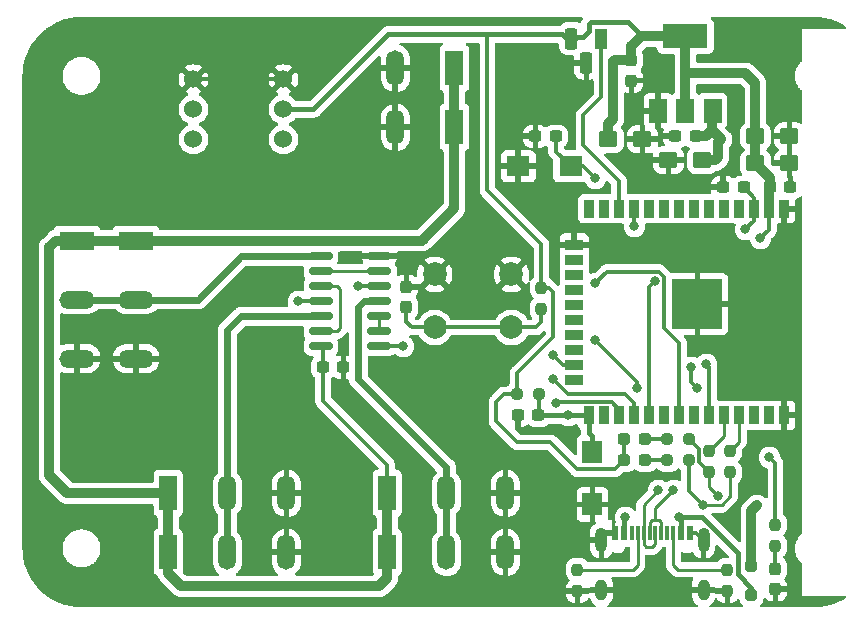
<source format=gtl>
G04 #@! TF.GenerationSoftware,KiCad,Pcbnew,7.0.10*
G04 #@! TF.CreationDate,2024-02-23T22:27:58+01:00*
G04 #@! TF.ProjectId,WLED_Controller,574c4544-5f43-46f6-9e74-726f6c6c6572,rev?*
G04 #@! TF.SameCoordinates,Original*
G04 #@! TF.FileFunction,Copper,L1,Top*
G04 #@! TF.FilePolarity,Positive*
%FSLAX46Y46*%
G04 Gerber Fmt 4.6, Leading zero omitted, Abs format (unit mm)*
G04 Created by KiCad (PCBNEW 7.0.10) date 2024-02-23 22:27:58*
%MOMM*%
%LPD*%
G01*
G04 APERTURE LIST*
G04 Aperture macros list*
%AMRoundRect*
0 Rectangle with rounded corners*
0 $1 Rounding radius*
0 $2 $3 $4 $5 $6 $7 $8 $9 X,Y pos of 4 corners*
0 Add a 4 corners polygon primitive as box body*
4,1,4,$2,$3,$4,$5,$6,$7,$8,$9,$2,$3,0*
0 Add four circle primitives for the rounded corners*
1,1,$1+$1,$2,$3*
1,1,$1+$1,$4,$5*
1,1,$1+$1,$6,$7*
1,1,$1+$1,$8,$9*
0 Add four rect primitives between the rounded corners*
20,1,$1+$1,$2,$3,$4,$5,0*
20,1,$1+$1,$4,$5,$6,$7,0*
20,1,$1+$1,$6,$7,$8,$9,0*
20,1,$1+$1,$8,$9,$2,$3,0*%
G04 Aperture macros list end*
G04 #@! TA.AperFunction,SMDPad,CuDef*
%ADD10RoundRect,0.237500X0.237500X-0.250000X0.237500X0.250000X-0.237500X0.250000X-0.237500X-0.250000X0*%
G04 #@! TD*
G04 #@! TA.AperFunction,SMDPad,CuDef*
%ADD11RoundRect,0.237500X0.250000X0.237500X-0.250000X0.237500X-0.250000X-0.237500X0.250000X-0.237500X0*%
G04 #@! TD*
G04 #@! TA.AperFunction,SMDPad,CuDef*
%ADD12R,0.900000X1.500000*%
G04 #@! TD*
G04 #@! TA.AperFunction,SMDPad,CuDef*
%ADD13R,1.500000X0.900000*%
G04 #@! TD*
G04 #@! TA.AperFunction,SMDPad,CuDef*
%ADD14R,1.050000X1.050000*%
G04 #@! TD*
G04 #@! TA.AperFunction,HeatsinkPad*
%ADD15C,0.600000*%
G04 #@! TD*
G04 #@! TA.AperFunction,SMDPad,CuDef*
%ADD16R,4.200000X4.200000*%
G04 #@! TD*
G04 #@! TA.AperFunction,ComponentPad*
%ADD17R,1.500000X3.000000*%
G04 #@! TD*
G04 #@! TA.AperFunction,ComponentPad*
%ADD18O,1.500000X3.000000*%
G04 #@! TD*
G04 #@! TA.AperFunction,SMDPad,CuDef*
%ADD19RoundRect,0.237500X-0.250000X-0.237500X0.250000X-0.237500X0.250000X0.237500X-0.250000X0.237500X0*%
G04 #@! TD*
G04 #@! TA.AperFunction,SMDPad,CuDef*
%ADD20RoundRect,0.237500X-0.237500X0.300000X-0.237500X-0.300000X0.237500X-0.300000X0.237500X0.300000X0*%
G04 #@! TD*
G04 #@! TA.AperFunction,SMDPad,CuDef*
%ADD21R,1.500000X2.000000*%
G04 #@! TD*
G04 #@! TA.AperFunction,SMDPad,CuDef*
%ADD22R,3.800000X2.000000*%
G04 #@! TD*
G04 #@! TA.AperFunction,SMDPad,CuDef*
%ADD23RoundRect,0.250000X-0.537500X-0.425000X0.537500X-0.425000X0.537500X0.425000X-0.537500X0.425000X0*%
G04 #@! TD*
G04 #@! TA.AperFunction,SMDPad,CuDef*
%ADD24RoundRect,0.237500X-0.237500X0.250000X-0.237500X-0.250000X0.237500X-0.250000X0.237500X0.250000X0*%
G04 #@! TD*
G04 #@! TA.AperFunction,SMDPad,CuDef*
%ADD25RoundRect,0.250000X-0.250000X0.250000X-0.250000X-0.250000X0.250000X-0.250000X0.250000X0.250000X0*%
G04 #@! TD*
G04 #@! TA.AperFunction,SMDPad,CuDef*
%ADD26RoundRect,0.237500X-0.300000X-0.237500X0.300000X-0.237500X0.300000X0.237500X-0.300000X0.237500X0*%
G04 #@! TD*
G04 #@! TA.AperFunction,ComponentPad*
%ADD27C,2.000000*%
G04 #@! TD*
G04 #@! TA.AperFunction,SMDPad,CuDef*
%ADD28RoundRect,0.150000X0.825000X0.150000X-0.825000X0.150000X-0.825000X-0.150000X0.825000X-0.150000X0*%
G04 #@! TD*
G04 #@! TA.AperFunction,SMDPad,CuDef*
%ADD29RoundRect,0.237500X0.287500X0.237500X-0.287500X0.237500X-0.287500X-0.237500X0.287500X-0.237500X0*%
G04 #@! TD*
G04 #@! TA.AperFunction,SMDPad,CuDef*
%ADD30R,1.700000X1.925000*%
G04 #@! TD*
G04 #@! TA.AperFunction,SMDPad,CuDef*
%ADD31RoundRect,0.237500X0.300000X0.237500X-0.300000X0.237500X-0.300000X-0.237500X0.300000X-0.237500X0*%
G04 #@! TD*
G04 #@! TA.AperFunction,SMDPad,CuDef*
%ADD32RoundRect,0.237500X0.237500X-0.287500X0.237500X0.287500X-0.237500X0.287500X-0.237500X-0.287500X0*%
G04 #@! TD*
G04 #@! TA.AperFunction,ComponentPad*
%ADD33R,3.000000X1.500000*%
G04 #@! TD*
G04 #@! TA.AperFunction,ComponentPad*
%ADD34O,3.000000X1.500000*%
G04 #@! TD*
G04 #@! TA.AperFunction,ComponentPad*
%ADD35R,1.100000X1.800000*%
G04 #@! TD*
G04 #@! TA.AperFunction,ComponentPad*
%ADD36RoundRect,0.275000X0.275000X0.625000X-0.275000X0.625000X-0.275000X-0.625000X0.275000X-0.625000X0*%
G04 #@! TD*
G04 #@! TA.AperFunction,SMDPad,CuDef*
%ADD37R,0.600000X1.240000*%
G04 #@! TD*
G04 #@! TA.AperFunction,SMDPad,CuDef*
%ADD38R,0.300000X1.240000*%
G04 #@! TD*
G04 #@! TA.AperFunction,ComponentPad*
%ADD39O,1.000000X2.100000*%
G04 #@! TD*
G04 #@! TA.AperFunction,ComponentPad*
%ADD40O,1.000000X1.800000*%
G04 #@! TD*
G04 #@! TA.AperFunction,SMDPad,CuDef*
%ADD41RoundRect,0.250000X0.537500X0.425000X-0.537500X0.425000X-0.537500X-0.425000X0.537500X-0.425000X0*%
G04 #@! TD*
G04 #@! TA.AperFunction,SMDPad,CuDef*
%ADD42R,1.925000X1.700000*%
G04 #@! TD*
G04 #@! TA.AperFunction,ComponentPad*
%ADD43C,1.524000*%
G04 #@! TD*
G04 #@! TA.AperFunction,ViaPad*
%ADD44C,0.800000*%
G04 #@! TD*
G04 #@! TA.AperFunction,Conductor*
%ADD45C,0.812800*%
G04 #@! TD*
G04 #@! TA.AperFunction,Conductor*
%ADD46C,0.304800*%
G04 #@! TD*
G04 #@! TA.AperFunction,Conductor*
%ADD47C,0.406400*%
G04 #@! TD*
G04 #@! TA.AperFunction,Conductor*
%ADD48C,0.254000*%
G04 #@! TD*
G04 #@! TA.AperFunction,Conductor*
%ADD49C,0.609600*%
G04 #@! TD*
G04 #@! TA.AperFunction,Conductor*
%ADD50C,0.250000*%
G04 #@! TD*
G04 APERTURE END LIST*
D10*
X58166000Y11430000D03*
X58166000Y13255000D03*
D11*
X56435000Y12446000D03*
X54610000Y12446000D03*
D12*
X64489000Y33750000D03*
X63219000Y33750000D03*
X61949000Y33750000D03*
X60679000Y33750000D03*
X59409000Y33750000D03*
X58139000Y33750000D03*
X56869000Y33750000D03*
X55599000Y33750000D03*
X54329000Y33750000D03*
X53059000Y33750000D03*
X51789000Y33750000D03*
X50519000Y33750000D03*
X49249000Y33750000D03*
X47979000Y33750000D03*
D13*
X46729000Y30710000D03*
X46729000Y29440000D03*
X46729000Y28170000D03*
X46729000Y26900000D03*
X46729000Y25630000D03*
X46729000Y24360000D03*
X46729000Y23090000D03*
X46729000Y21820000D03*
X46729000Y20550000D03*
X46729000Y19280000D03*
D12*
X47979000Y16250000D03*
X49249000Y16250000D03*
X50519000Y16250000D03*
X51789000Y16250000D03*
X53059000Y16250000D03*
X54329000Y16250000D03*
X55599000Y16250000D03*
X56869000Y16250000D03*
X58139000Y16250000D03*
X59409000Y16250000D03*
X60679000Y16250000D03*
X61949000Y16250000D03*
X63219000Y16250000D03*
X64489000Y16250000D03*
D14*
X58674000Y27205000D03*
D15*
X57911500Y27205000D03*
D14*
X57149000Y27205000D03*
D15*
X56386500Y27205000D03*
D14*
X55624000Y27205000D03*
D15*
X58674000Y26442500D03*
X57149000Y26442500D03*
X55624000Y26442500D03*
D14*
X58674000Y25680000D03*
D15*
X57911500Y25680000D03*
D14*
X57149000Y25680000D03*
D16*
X57149000Y25680000D03*
D15*
X56386500Y25680000D03*
D14*
X55624000Y25680000D03*
D15*
X58674000Y24917500D03*
X57149000Y24917500D03*
X55624000Y24917500D03*
D14*
X58674000Y24155000D03*
D15*
X57911500Y24155000D03*
D14*
X57149000Y24155000D03*
D15*
X56386500Y24155000D03*
D14*
X55624000Y24155000D03*
D17*
X36576000Y40640000D03*
X36576000Y45640000D03*
D18*
X31576000Y40640000D03*
X31576000Y45640000D03*
D19*
X41907000Y18040000D03*
X43732000Y18040000D03*
D20*
X32512000Y27125000D03*
X32512000Y25400000D03*
D11*
X56435000Y14224000D03*
X54610000Y14224000D03*
D21*
X53834000Y42062000D03*
X56134000Y42062000D03*
D22*
X56134000Y48362000D03*
D21*
X58434000Y42062000D03*
D23*
X49616500Y39624000D03*
X52491500Y39624000D03*
D17*
X30894000Y9652000D03*
X30894000Y4652000D03*
D18*
X35894000Y9652000D03*
X35894000Y4652000D03*
X40894000Y9652000D03*
X40894000Y4652000D03*
D20*
X51562000Y46328500D03*
X51562000Y44603500D03*
D24*
X43942000Y27074500D03*
X43942000Y25249500D03*
D23*
X62062500Y39878000D03*
X64937500Y39878000D03*
D25*
X61722000Y3536000D03*
X61722000Y1036000D03*
D24*
X46990000Y3198500D03*
X46990000Y1373500D03*
D26*
X25453000Y20320000D03*
X27178000Y20320000D03*
D27*
X34902000Y28194000D03*
X41402000Y28194000D03*
X34902000Y23694000D03*
X41402000Y23694000D03*
D28*
X30226000Y22098000D03*
X30226000Y23368000D03*
X30226000Y24638000D03*
X30226000Y25908000D03*
X30226000Y27178000D03*
X30226000Y28448000D03*
X30226000Y29718000D03*
X25276000Y29718000D03*
X25276000Y28448000D03*
X25276000Y27178000D03*
X25276000Y25908000D03*
X25276000Y24638000D03*
X25276000Y23368000D03*
X25276000Y22098000D03*
D29*
X52691000Y12446000D03*
X50941000Y12446000D03*
D30*
X48260000Y8709500D03*
X48260000Y13134500D03*
D31*
X45159000Y39878000D03*
X43434000Y39878000D03*
D17*
X12352000Y9652000D03*
X12352000Y4652000D03*
D18*
X17352000Y9652000D03*
X17352000Y4652000D03*
X22352000Y9652000D03*
X22352000Y4652000D03*
D24*
X59690000Y3198500D03*
X59690000Y1373500D03*
D32*
X63754000Y1524000D03*
X63754000Y3274000D03*
D33*
X9620000Y31058000D03*
X4620000Y31058000D03*
D34*
X9620000Y26058000D03*
X4620000Y26058000D03*
X9620000Y21058000D03*
X4620000Y21058000D03*
D29*
X52691000Y14224000D03*
X50941000Y14224000D03*
D35*
X49022000Y48152000D03*
D36*
X47752000Y46082000D03*
X46482000Y48152000D03*
D26*
X41957000Y16262000D03*
X43682000Y16262000D03*
D31*
X56996500Y39878000D03*
X55271500Y39878000D03*
D37*
X50140000Y6265000D03*
X50940000Y6265000D03*
D38*
X52090000Y6265000D03*
X53090000Y6265000D03*
X53590000Y6265000D03*
X54590000Y6265000D03*
D37*
X55740000Y6265000D03*
X56540000Y6265000D03*
X56540000Y6265000D03*
X55740000Y6265000D03*
D38*
X55090000Y6265000D03*
X54090000Y6265000D03*
X52590000Y6265000D03*
X51590000Y6265000D03*
D37*
X50940000Y6265000D03*
X50140000Y6265000D03*
D39*
X49020000Y5665000D03*
D40*
X49020000Y1465000D03*
D39*
X57660000Y5665000D03*
D40*
X57660000Y1465000D03*
D41*
X57571500Y37846000D03*
X54696500Y37846000D03*
D10*
X59944000Y11430000D03*
X59944000Y13255000D03*
D23*
X62062500Y37592000D03*
X64937500Y37592000D03*
D24*
X63754000Y7008500D03*
X63754000Y5183500D03*
D26*
X63299000Y35560000D03*
X65024000Y35560000D03*
D42*
X41983500Y37338000D03*
X46408500Y37338000D03*
D26*
X59335500Y35560000D03*
X61060500Y35560000D03*
D43*
X14478000Y44704000D03*
X14478000Y42164000D03*
X14478000Y39624000D03*
X22098000Y39624000D03*
X22098000Y42164000D03*
X22098000Y44704000D03*
D44*
X62484000Y31242000D03*
X63246000Y12700000D03*
X64516000Y42926000D03*
X53848000Y45212000D03*
X45974000Y14478000D03*
X61214000Y32004000D03*
X48514000Y36322000D03*
X62230000Y8636000D03*
X59182000Y39624000D03*
X46228000Y16250000D03*
X51054000Y7620000D03*
X55626000Y7620000D03*
X55118000Y9906000D03*
X53848000Y9906000D03*
X57150000Y18551600D03*
X56642000Y20320000D03*
X48514000Y22606000D03*
X52070000Y18542000D03*
X58928000Y9398000D03*
X57658000Y8636000D03*
X48514000Y27432000D03*
X44958000Y21336000D03*
X32258000Y22098000D03*
X28448000Y27178000D03*
X45212000Y17272000D03*
X23368000Y25908000D03*
X44958000Y19304000D03*
X53569972Y27661972D03*
X57912000Y20574000D03*
X51816000Y32258000D03*
D45*
X61214000Y45212000D02*
X56134000Y45212000D01*
D46*
X50179000Y11684000D02*
X46990000Y11684000D01*
D47*
X39370000Y48514000D02*
X45720000Y48514000D01*
D46*
X63754000Y12192000D02*
X63246000Y12700000D01*
X50941000Y14224000D02*
X50941000Y12446000D01*
X43942000Y27074500D02*
X44553500Y27074500D01*
D47*
X48143600Y49530000D02*
X51258000Y49530000D01*
X30988000Y48514000D02*
X39370000Y48514000D01*
X24638000Y42164000D02*
X30988000Y48514000D01*
D46*
X44958000Y26670000D02*
X44958000Y22860000D01*
X46990000Y11684000D02*
X44704000Y13970000D01*
X44958000Y22860000D02*
X41907000Y19809000D01*
D47*
X46990000Y48260000D02*
X47498000Y48260000D01*
D45*
X51562000Y46328500D02*
X51562000Y47498000D01*
D47*
X48006000Y49392400D02*
X48143600Y49530000D01*
D46*
X63754000Y7008500D02*
X63754000Y12192000D01*
D45*
X56134000Y45212000D02*
X56134000Y42062000D01*
D46*
X40787500Y18040000D02*
X41907000Y18040000D01*
X50941000Y12446000D02*
X50179000Y11684000D01*
D47*
X22098000Y42164000D02*
X24638000Y42164000D01*
D45*
X63219000Y33750000D02*
X63219000Y35480000D01*
D47*
X48006000Y48768000D02*
X48006000Y49392400D01*
D45*
X50138500Y46328500D02*
X51562000Y46328500D01*
X63299000Y35560000D02*
X63299000Y36355500D01*
D46*
X41907000Y19809000D02*
X41907000Y18040000D01*
D45*
X50038000Y41341964D02*
X50038000Y46228000D01*
D46*
X43942000Y27074500D02*
X43942000Y30734000D01*
X44704000Y13970000D02*
X41910000Y13970000D01*
X44553500Y27074500D02*
X44958000Y26670000D01*
D47*
X47498000Y48260000D02*
X48006000Y48768000D01*
D46*
X41910000Y13970000D02*
X40132000Y15748000D01*
D45*
X63299000Y36355500D02*
X62062500Y37592000D01*
X52426000Y48362000D02*
X56134000Y48362000D01*
X63219000Y35480000D02*
X63299000Y35560000D01*
D46*
X40132000Y17384500D02*
X40787500Y18040000D01*
D45*
X62062500Y44363500D02*
X61214000Y45212000D01*
X62062500Y39878000D02*
X62062500Y44363500D01*
X50038000Y46228000D02*
X50138500Y46328500D01*
D46*
X43942000Y30734000D02*
X39370000Y35306000D01*
D45*
X56134000Y48362000D02*
X56134000Y45212000D01*
X49616500Y39624000D02*
X49616500Y40920464D01*
D46*
X39370000Y35306000D02*
X39370000Y48514000D01*
X40132000Y15748000D02*
X40132000Y17384500D01*
X63219000Y31977000D02*
X63219000Y33750000D01*
D45*
X51562000Y47498000D02*
X52426000Y48362000D01*
D47*
X51258000Y49530000D02*
X52426000Y48362000D01*
D45*
X62062500Y37592000D02*
X62062500Y39878000D01*
D47*
X46482000Y47752000D02*
X46990000Y48260000D01*
D46*
X62484000Y31242000D02*
X63219000Y31977000D01*
D47*
X45720000Y48514000D02*
X46482000Y47752000D01*
D45*
X49616500Y40920464D02*
X50038000Y41341964D01*
D46*
X45466000Y14986000D02*
X45974000Y14478000D01*
X64937500Y39878000D02*
X64937500Y42504500D01*
X14478000Y44704000D02*
X22098000Y44704000D01*
X42164000Y14986000D02*
X44958000Y14986000D01*
X57060000Y6265000D02*
X57660000Y5665000D01*
X56540000Y6265000D02*
X57060000Y6265000D01*
X44958000Y14986000D02*
X45466000Y14986000D01*
X51562000Y44603500D02*
X53239500Y44603500D01*
X53239500Y44603500D02*
X53848000Y45212000D01*
X41957000Y16262000D02*
X41957000Y15193000D01*
X41957000Y15193000D02*
X42164000Y14986000D01*
X64937500Y42504500D02*
X64516000Y42926000D01*
X46408500Y37338000D02*
X47498000Y37338000D01*
X61949000Y34671500D02*
X61949000Y33750000D01*
X45159000Y39878000D02*
X45159000Y38587500D01*
X61060500Y35560000D02*
X61949000Y34671500D01*
X45159000Y38587500D02*
X46408500Y37338000D01*
X61214000Y32004000D02*
X61949000Y32739000D01*
X61949000Y32739000D02*
X61949000Y33750000D01*
X47498000Y37338000D02*
X48514000Y36322000D01*
D45*
X58420000Y42048000D02*
X58434000Y42062000D01*
D46*
X25453000Y21921000D02*
X25276000Y22098000D01*
D45*
X30226000Y1778000D02*
X30894000Y2446000D01*
X12352000Y4652000D02*
X12352000Y2888000D01*
X58420000Y40386000D02*
X58420000Y42048000D01*
D46*
X30894000Y12032000D02*
X30894000Y9652000D01*
D45*
X3810000Y9652000D02*
X2286000Y11176000D01*
X30894000Y2446000D02*
X30894000Y4652000D01*
X56996500Y39878000D02*
X57912000Y39878000D01*
X61722000Y3536000D02*
X61722000Y8128000D01*
X2286000Y11176000D02*
X2286000Y30480000D01*
X57571500Y37846000D02*
X58674000Y37846000D01*
D46*
X25453000Y20320000D02*
X25453000Y21921000D01*
D45*
X33852000Y31058000D02*
X36576000Y33782000D01*
X58928000Y39370000D02*
X59182000Y39624000D01*
X59182000Y39624000D02*
X58420000Y40386000D01*
X30894000Y9652000D02*
X30894000Y4652000D01*
D46*
X25453000Y20320000D02*
X25453000Y17473000D01*
D45*
X57912000Y39878000D02*
X58420000Y40386000D01*
X36576000Y45640000D02*
X36576000Y40640000D01*
X12352000Y4652000D02*
X12352000Y9652000D01*
X2286000Y30480000D02*
X2864000Y31058000D01*
X12352000Y2888000D02*
X13462000Y1778000D01*
X2864000Y31058000D02*
X4620000Y31058000D01*
X58928000Y38100000D02*
X58928000Y39370000D01*
D46*
X25453000Y17473000D02*
X30894000Y12032000D01*
D45*
X9620000Y31058000D02*
X33852000Y31058000D01*
X12352000Y9652000D02*
X3810000Y9652000D01*
X4620000Y31058000D02*
X9620000Y31058000D01*
X13462000Y1778000D02*
X30226000Y1778000D01*
X36576000Y33782000D02*
X36576000Y40640000D01*
X61722000Y8128000D02*
X62230000Y8636000D01*
X58674000Y37846000D02*
X58928000Y38100000D01*
D46*
X43732000Y18040000D02*
X43732000Y16312000D01*
D47*
X48260000Y13642500D02*
X48260000Y14478000D01*
X46228000Y16250000D02*
X43694000Y16250000D01*
X48260000Y14478000D02*
X47979000Y14759000D01*
X47979000Y14759000D02*
X47979000Y16250000D01*
X47979000Y16250000D02*
X46228000Y16250000D01*
X43694000Y16250000D02*
X43682000Y16262000D01*
X43688000Y16256000D02*
X43682000Y16262000D01*
D46*
X43732000Y16312000D02*
X43682000Y16262000D01*
X52691000Y14224000D02*
X54610000Y14224000D01*
X52691000Y12446000D02*
X54610000Y12446000D01*
D47*
X50940000Y7506000D02*
X51054000Y7620000D01*
X55626000Y7620000D02*
X55740000Y7506000D01*
X61722000Y1640200D02*
X61722000Y1036000D01*
X60568200Y4584118D02*
X60568200Y2794000D01*
X57532318Y7620000D02*
X60568200Y4584118D01*
X55740000Y7506000D02*
X55740000Y6265000D01*
X50940000Y6265000D02*
X50940000Y7506000D01*
X55626000Y7620000D02*
X57532318Y7620000D01*
X60568200Y2794000D02*
X61722000Y1640200D01*
D46*
X63754000Y3274000D02*
X63754000Y5183500D01*
D48*
X53913000Y7366000D02*
X54090000Y7189000D01*
X54090000Y7189000D02*
X54090000Y6265000D01*
X53090000Y7189000D02*
X53267000Y7366000D01*
X53594000Y7366000D02*
X53913000Y7366000D01*
X53267000Y7366000D02*
X53594000Y7366000D01*
X53594000Y8382000D02*
X55118000Y9906000D01*
X53594000Y7366000D02*
X53594000Y8382000D01*
X53090000Y6265000D02*
X53090000Y7189000D01*
X53340000Y5080000D02*
X53590000Y5330000D01*
X52590000Y6265000D02*
X52590000Y5341000D01*
X52832000Y5099000D02*
X52832000Y5080000D01*
X52590000Y5341000D02*
X52832000Y5099000D01*
X53590000Y5330000D02*
X53590000Y6265000D01*
X52590000Y6265000D02*
X52590000Y8648000D01*
X52832000Y5080000D02*
X53340000Y5080000D01*
X52590000Y8648000D02*
X53848000Y9906000D01*
D46*
X56642000Y20320000D02*
X56642000Y19059600D01*
X56642000Y19059600D02*
X57150000Y18551600D01*
X52070000Y19050000D02*
X52070000Y18542000D01*
X48514000Y22606000D02*
X52070000Y19050000D01*
D48*
X58166000Y10160000D02*
X58928000Y9398000D01*
D46*
X57274900Y12321100D02*
X58166000Y11430000D01*
D48*
X58166000Y11430000D02*
X58166000Y10160000D01*
D46*
X56435000Y14224000D02*
X57274900Y13384100D01*
X57274900Y13384100D02*
X57274900Y12321100D01*
D48*
X59944000Y9385866D02*
X59194134Y8636000D01*
D46*
X56435000Y9859000D02*
X57658000Y8636000D01*
X56435000Y12446000D02*
X56435000Y9859000D01*
D48*
X59944000Y11430000D02*
X59944000Y9385866D01*
X59194134Y8636000D02*
X57658000Y8636000D01*
X59409000Y16250000D02*
X59409000Y14498000D01*
X59409000Y14498000D02*
X58166000Y13255000D01*
X60679000Y13990000D02*
X59944000Y13255000D01*
X60679000Y16250000D02*
X60679000Y13990000D01*
D46*
X50519000Y36095000D02*
X47498000Y39116000D01*
X47498000Y41656000D02*
X49022000Y43180000D01*
X49022000Y43180000D02*
X49022000Y47752000D01*
X50519000Y33750000D02*
X50519000Y36095000D01*
X47498000Y39116000D02*
X47498000Y41656000D01*
X32948000Y23694000D02*
X32512000Y24130000D01*
X41402000Y23694000D02*
X34902000Y23694000D01*
X34902000Y23694000D02*
X32948000Y23694000D01*
X32512000Y24130000D02*
X32512000Y25400000D01*
X55599000Y16250000D02*
X55599000Y22379000D01*
X53881627Y28414372D02*
X49496372Y28414372D01*
X43942000Y24130000D02*
X43942000Y25249500D01*
X55599000Y22379000D02*
X54322372Y23655628D01*
X43506000Y23694000D02*
X43942000Y24130000D01*
X54322372Y23655628D02*
X54322372Y27973628D01*
X49496372Y28414372D02*
X48514000Y27432000D01*
X41402000Y23694000D02*
X43506000Y23694000D01*
X54322372Y27973628D02*
X53881627Y28414372D01*
D49*
X9620000Y26058000D02*
X14882000Y26058000D01*
X4620000Y26058000D02*
X9620000Y26058000D01*
X18542000Y29718000D02*
X25276000Y29718000D01*
X14882000Y26058000D02*
X18542000Y29718000D01*
X28448000Y19304000D02*
X35894000Y11858000D01*
X35894000Y11858000D02*
X35894000Y9652000D01*
X28448000Y25400000D02*
X28448000Y19304000D01*
X35894000Y4652000D02*
X35894000Y9652000D01*
X30226000Y25908000D02*
X28956000Y25908000D01*
X28956000Y25908000D02*
X28448000Y25400000D01*
X17352000Y23448000D02*
X17352000Y9652000D01*
X17352000Y4652000D02*
X17352000Y9652000D01*
X25276000Y24638000D02*
X18542000Y24638000D01*
X18542000Y24638000D02*
X17352000Y23448000D01*
D46*
X32258000Y22098000D02*
X30226000Y22098000D01*
X46729000Y20550000D02*
X45744000Y20550000D01*
X45744000Y20550000D02*
X44958000Y21336000D01*
D50*
X30226000Y23368000D02*
X30226000Y24638000D01*
D46*
X50519000Y16737000D02*
X49903600Y17352400D01*
X49903600Y17352400D02*
X45292400Y17352400D01*
X28448000Y27178000D02*
X30226000Y27178000D01*
X45292400Y17352400D02*
X45212000Y17272000D01*
X50519000Y16250000D02*
X50519000Y16737000D01*
D50*
X30226000Y28448000D02*
X25276000Y28448000D01*
X26670000Y27178000D02*
X26924000Y26924000D01*
X26924000Y23622000D02*
X26670000Y23368000D01*
X25276000Y27178000D02*
X26670000Y27178000D01*
X26670000Y23368000D02*
X25276000Y23368000D01*
X26924000Y26924000D02*
X26924000Y23622000D01*
D46*
X23368000Y25908000D02*
X25276000Y25908000D01*
X51054000Y18034000D02*
X46228000Y18034000D01*
X46228000Y18034000D02*
X44958000Y19304000D01*
X51789000Y16250000D02*
X51789000Y17299000D01*
X51789000Y17299000D02*
X51054000Y18034000D01*
D48*
X51712500Y3198500D02*
X52090000Y3576000D01*
X52090000Y3576000D02*
X52090000Y6265000D01*
X46990000Y3198500D02*
X51712500Y3198500D01*
X59690000Y3198500D02*
X55475500Y3198500D01*
X55090000Y3584000D02*
X55090000Y6265000D01*
X55475500Y3198500D02*
X55090000Y3584000D01*
D46*
X53569972Y27661972D02*
X53059000Y27151000D01*
X53059000Y27151000D02*
X53059000Y16250000D01*
X57912000Y20574000D02*
X58139000Y20347000D01*
X58139000Y20347000D02*
X58139000Y16250000D01*
X51816000Y32258000D02*
X51816000Y33723000D01*
X51816000Y33723000D02*
X51789000Y33750000D01*
G04 #@! TA.AperFunction,Conductor*
G36*
X47400054Y49979815D02*
G01*
X47445809Y49927011D01*
X47455753Y49857853D01*
X47430625Y49799026D01*
X47399364Y49759125D01*
X47399364Y49759124D01*
X47395165Y49749794D01*
X47384139Y49730245D01*
X47378330Y49721829D01*
X47378326Y49721822D01*
X47356894Y49665309D01*
X47354034Y49658406D01*
X47329697Y49604328D01*
X47329230Y49603290D01*
X47327387Y49593232D01*
X47321360Y49571614D01*
X47317730Y49562043D01*
X47317729Y49562041D01*
X47316303Y49550293D01*
X47288680Y49486115D01*
X47230745Y49447059D01*
X47160892Y49445526D01*
X47127241Y49460244D01*
X47095606Y49480122D01*
X46930657Y49537841D01*
X46800555Y49552499D01*
X46800554Y49552500D01*
X46800552Y49552500D01*
X46163448Y49552500D01*
X46163446Y49552500D01*
X46163443Y49552499D01*
X46074750Y49542506D01*
X46033351Y49537842D01*
X46033349Y49537841D01*
X46033343Y49537841D01*
X45868394Y49480122D01*
X45720424Y49387147D01*
X45720423Y49387146D01*
X45591929Y49258652D01*
X45590857Y49259723D01*
X45540307Y49224245D01*
X45500553Y49217700D01*
X31013000Y49217700D01*
X31005514Y49217926D01*
X30945200Y49221574D01*
X30945199Y49221573D01*
X30945199Y49221574D01*
X30889746Y49211411D01*
X30885769Y49210683D01*
X30878363Y49209556D01*
X30818356Y49202270D01*
X30808795Y49198643D01*
X30787158Y49192611D01*
X30777110Y49190770D01*
X30721996Y49165965D01*
X30715095Y49163107D01*
X30658573Y49141671D01*
X30658571Y49141669D01*
X30658569Y49141669D01*
X30650155Y49135861D01*
X30630602Y49124833D01*
X30621275Y49120636D01*
X30621274Y49120635D01*
X30621270Y49120633D01*
X30573684Y49083352D01*
X30567652Y49078913D01*
X30517934Y49044595D01*
X30517933Y49044594D01*
X30477866Y48999368D01*
X30472732Y48993915D01*
X27418981Y45940163D01*
X24382837Y42904019D01*
X24321514Y42870534D01*
X24295156Y42867700D01*
X23211043Y42867700D01*
X23144004Y42887385D01*
X23109468Y42920577D01*
X23068827Y42978618D01*
X23068826Y42978620D01*
X22912620Y43134826D01*
X22731662Y43261534D01*
X22602218Y43321894D01*
X22549779Y43368066D01*
X22530627Y43435259D01*
X22550843Y43502141D01*
X22602219Y43546658D01*
X22731405Y43606898D01*
X22731411Y43606901D01*
X22796187Y43652258D01*
X22796188Y43652259D01*
X22125448Y44323000D01*
X22129569Y44323000D01*
X22223421Y44338661D01*
X22335251Y44399180D01*
X22421371Y44492731D01*
X22472448Y44609177D01*
X22478105Y44677446D01*
X23149740Y44005810D01*
X23195099Y44070590D01*
X23195100Y44070592D01*
X23288419Y44270715D01*
X23288424Y44270729D01*
X23345573Y44484013D01*
X23345575Y44484023D01*
X23364821Y44703999D01*
X23364821Y44704000D01*
X23345575Y44923976D01*
X23345573Y44923986D01*
X23288424Y45137270D01*
X23288420Y45137279D01*
X23195098Y45337409D01*
X23149740Y45402188D01*
X22482903Y44735351D01*
X22482949Y44735898D01*
X22451734Y44859162D01*
X22382187Y44965612D01*
X22281843Y45043713D01*
X22161578Y45085000D01*
X22125448Y45085000D01*
X22796188Y45755741D01*
X22731417Y45801094D01*
X22731407Y45801100D01*
X22531284Y45894419D01*
X22531270Y45894424D01*
X22317986Y45951573D01*
X22317976Y45951575D01*
X22098001Y45970821D01*
X22097999Y45970821D01*
X21878023Y45951575D01*
X21878013Y45951573D01*
X21664729Y45894424D01*
X21664720Y45894420D01*
X21464586Y45801096D01*
X21399811Y45755741D01*
X21399810Y45755740D01*
X22070553Y45085000D01*
X22066431Y45085000D01*
X21972579Y45069339D01*
X21860749Y45008820D01*
X21774629Y44915269D01*
X21723552Y44798823D01*
X21717894Y44730552D01*
X21046258Y45402188D01*
X21046257Y45402187D01*
X21000903Y45337413D01*
X20907579Y45137279D01*
X20907575Y45137270D01*
X20850426Y44923986D01*
X20850424Y44923976D01*
X20831179Y44704000D01*
X20831179Y44703999D01*
X20850424Y44484023D01*
X20850426Y44484013D01*
X20907575Y44270729D01*
X20907580Y44270715D01*
X21000901Y44070588D01*
X21000902Y44070586D01*
X21046257Y44005811D01*
X21046258Y44005810D01*
X21713096Y44672648D01*
X21713051Y44672102D01*
X21744266Y44548838D01*
X21813813Y44442388D01*
X21914157Y44364287D01*
X22034422Y44323000D01*
X22070553Y44323000D01*
X21399810Y43652258D01*
X21399811Y43652257D01*
X21464585Y43606902D01*
X21593781Y43546657D01*
X21646220Y43500484D01*
X21665372Y43433290D01*
X21645156Y43366409D01*
X21593781Y43321894D01*
X21464339Y43261534D01*
X21464338Y43261533D01*
X21283377Y43134824D01*
X21127175Y42978622D01*
X21000466Y42797661D01*
X20907106Y42597450D01*
X20907104Y42597445D01*
X20849930Y42384070D01*
X20849929Y42384062D01*
X20830677Y42164002D01*
X20830677Y42163997D01*
X20849929Y41943937D01*
X20849930Y41943929D01*
X20907104Y41730554D01*
X20907107Y41730548D01*
X21000466Y41530337D01*
X21000468Y41530333D01*
X21127170Y41349384D01*
X21127175Y41349378D01*
X21283378Y41193175D01*
X21283384Y41193170D01*
X21464333Y41066468D01*
X21464338Y41066466D01*
X21593189Y41006381D01*
X21645628Y40960208D01*
X21664780Y40893014D01*
X21644564Y40826133D01*
X21593189Y40781618D01*
X21464339Y40721534D01*
X21430653Y40697947D01*
X21283377Y40594824D01*
X21127175Y40438622D01*
X21077809Y40368119D01*
X21000466Y40257661D01*
X20907106Y40057450D01*
X20907104Y40057445D01*
X20849930Y39844070D01*
X20849929Y39844062D01*
X20830677Y39624002D01*
X20830677Y39623997D01*
X20849929Y39403937D01*
X20849930Y39403929D01*
X20907104Y39190554D01*
X20907107Y39190548D01*
X21000466Y38990337D01*
X21000468Y38990333D01*
X21127170Y38809384D01*
X21127175Y38809378D01*
X21283378Y38653175D01*
X21283384Y38653170D01*
X21464333Y38526468D01*
X21464337Y38526466D01*
X21664548Y38433107D01*
X21664554Y38433104D01*
X21877929Y38375930D01*
X21877937Y38375929D01*
X22097998Y38356677D01*
X22098000Y38356677D01*
X22098002Y38356677D01*
X22318062Y38375929D01*
X22318070Y38375930D01*
X22531445Y38433104D01*
X22531447Y38433105D01*
X22531450Y38433106D01*
X22731662Y38526466D01*
X22731666Y38526468D01*
X22912615Y38653170D01*
X22912621Y38653175D01*
X23068824Y38809378D01*
X23068829Y38809384D01*
X23195531Y38990333D01*
X23195533Y38990337D01*
X23195534Y38990338D01*
X23288894Y39190550D01*
X23346070Y39403932D01*
X23365323Y39624000D01*
X23365322Y39624007D01*
X23357580Y39712500D01*
X23346962Y39833870D01*
X30326000Y39833870D01*
X30341116Y39665903D01*
X30341117Y39665897D01*
X30400973Y39449015D01*
X30400978Y39449002D01*
X30498598Y39246291D01*
X30498602Y39246283D01*
X30630851Y39064258D01*
X30630857Y39064250D01*
X30793486Y38908762D01*
X30981266Y38784808D01*
X31188169Y38696375D01*
X31188176Y38696373D01*
X31325999Y38664915D01*
X31326000Y38664915D01*
X31326000Y40121177D01*
X31425895Y40079800D01*
X31538310Y40065000D01*
X31613690Y40065000D01*
X31726105Y40079800D01*
X31826000Y40121177D01*
X31826000Y38662449D01*
X31855278Y38666415D01*
X32069268Y38735945D01*
X32267401Y38842565D01*
X32267404Y38842567D01*
X32443320Y38982854D01*
X32591352Y39152292D01*
X32591359Y39152300D01*
X32706759Y39345446D01*
X32706761Y39345451D01*
X32785824Y39556110D01*
X32785824Y39556111D01*
X32826000Y39777494D01*
X32826000Y40390000D01*
X32094823Y40390000D01*
X32136200Y40489895D01*
X32155962Y40640000D01*
X32136200Y40790105D01*
X32094823Y40890000D01*
X32826000Y40890000D01*
X32826000Y41446126D01*
X32825999Y41446129D01*
X32810883Y41614096D01*
X32810882Y41614102D01*
X32751026Y41830984D01*
X32751021Y41830997D01*
X32653401Y42033708D01*
X32653397Y42033716D01*
X32521148Y42215741D01*
X32521142Y42215749D01*
X32358513Y42371237D01*
X32170733Y42495191D01*
X31963830Y42583624D01*
X31963821Y42583627D01*
X31826000Y42615084D01*
X31826000Y41158822D01*
X31726105Y41200200D01*
X31613690Y41215000D01*
X31538310Y41215000D01*
X31425895Y41200200D01*
X31326000Y41158822D01*
X31326000Y42617550D01*
X31296732Y42613586D01*
X31296726Y42613585D01*
X31082731Y42544054D01*
X30884598Y42437434D01*
X30884595Y42437432D01*
X30708679Y42297145D01*
X30560647Y42127707D01*
X30560640Y42127699D01*
X30445240Y41934553D01*
X30445238Y41934548D01*
X30366175Y41723889D01*
X30366175Y41723888D01*
X30326000Y41502505D01*
X30326000Y40890000D01*
X31057177Y40890000D01*
X31015800Y40790105D01*
X30996038Y40640000D01*
X31015800Y40489895D01*
X31057177Y40390000D01*
X30326000Y40390000D01*
X30326000Y39833870D01*
X23346962Y39833870D01*
X23346070Y39844068D01*
X23288894Y40057450D01*
X23195534Y40257661D01*
X23068826Y40438620D01*
X22912620Y40594826D01*
X22731662Y40721534D01*
X22602811Y40781618D01*
X22550371Y40827790D01*
X22531219Y40894983D01*
X22551435Y40961865D01*
X22602811Y41006382D01*
X22731658Y41066464D01*
X22731666Y41066468D01*
X22912615Y41193170D01*
X22912621Y41193175D01*
X23068824Y41349378D01*
X23068829Y41349384D01*
X23093006Y41383913D01*
X23109468Y41407423D01*
X23164044Y41451048D01*
X23211043Y41460300D01*
X24612999Y41460300D01*
X24620486Y41460074D01*
X24680797Y41456426D01*
X24680800Y41456426D01*
X24680804Y41456426D01*
X24740223Y41467314D01*
X24747623Y41468441D01*
X24807641Y41475729D01*
X24807643Y41475730D01*
X24817214Y41479360D01*
X24838829Y41485386D01*
X24848890Y41487230D01*
X24904006Y41512034D01*
X24910899Y41514890D01*
X24923892Y41519817D01*
X24967422Y41536326D01*
X24967429Y41536330D01*
X24975845Y41542139D01*
X24995390Y41553163D01*
X25004725Y41557364D01*
X25052318Y41594651D01*
X25058337Y41599080D01*
X25080092Y41614096D01*
X25108063Y41633402D01*
X25108066Y41633405D01*
X25148149Y41678649D01*
X25153266Y41684084D01*
X30124027Y46654844D01*
X30185350Y46688329D01*
X30255042Y46683345D01*
X30310975Y46641473D01*
X30335392Y46576009D01*
X30333716Y46545023D01*
X30326000Y46502501D01*
X30326000Y45890000D01*
X31057177Y45890000D01*
X31015800Y45790105D01*
X30996038Y45640000D01*
X31015800Y45489895D01*
X31057177Y45390000D01*
X30326000Y45390000D01*
X30326000Y44833870D01*
X30341116Y44665903D01*
X30341117Y44665897D01*
X30400973Y44449015D01*
X30400978Y44449002D01*
X30498598Y44246291D01*
X30498602Y44246283D01*
X30630851Y44064258D01*
X30630857Y44064250D01*
X30793486Y43908762D01*
X30981266Y43784808D01*
X31188169Y43696375D01*
X31188176Y43696373D01*
X31325999Y43664915D01*
X31326000Y43664915D01*
X31326000Y45121177D01*
X31425895Y45079800D01*
X31538310Y45065000D01*
X31613690Y45065000D01*
X31726105Y45079800D01*
X31826000Y45121177D01*
X31826000Y43662449D01*
X31855278Y43666415D01*
X32069268Y43735945D01*
X32267401Y43842565D01*
X32267404Y43842567D01*
X32443320Y43982854D01*
X32591352Y44152292D01*
X32591359Y44152300D01*
X32706759Y44345446D01*
X32706761Y44345451D01*
X32785824Y44556110D01*
X32785824Y44556111D01*
X32826000Y44777494D01*
X32826000Y45390000D01*
X32094823Y45390000D01*
X32136200Y45489895D01*
X32155962Y45640000D01*
X32136200Y45790105D01*
X32094823Y45890000D01*
X32826000Y45890000D01*
X32826000Y46446126D01*
X32825999Y46446129D01*
X32810883Y46614096D01*
X32810882Y46614102D01*
X32751026Y46830984D01*
X32751021Y46830997D01*
X32653401Y47033708D01*
X32653397Y47033716D01*
X32521148Y47215741D01*
X32521142Y47215749D01*
X32358513Y47371237D01*
X32170733Y47495191D01*
X31990378Y47572278D01*
X31936470Y47616727D01*
X31915150Y47683264D01*
X31933188Y47750766D01*
X31984856Y47797799D01*
X32039113Y47810300D01*
X35513682Y47810300D01*
X35580721Y47790615D01*
X35626476Y47737811D01*
X35636420Y47668653D01*
X35607395Y47605097D01*
X35587993Y47587034D01*
X35468455Y47497547D01*
X35468452Y47497544D01*
X35382206Y47382335D01*
X35382202Y47382328D01*
X35331908Y47247482D01*
X35326597Y47198080D01*
X35325501Y47187876D01*
X35325500Y47187864D01*
X35325500Y44092129D01*
X35325501Y44092123D01*
X35331908Y44032516D01*
X35382202Y43897671D01*
X35382206Y43897664D01*
X35468452Y43782455D01*
X35468455Y43782452D01*
X35583665Y43696205D01*
X35588439Y43694425D01*
X35644370Y43652551D01*
X35668784Y43587086D01*
X35669100Y43578245D01*
X35669100Y42701754D01*
X35649415Y42634715D01*
X35596611Y42588960D01*
X35588455Y42585581D01*
X35583669Y42583796D01*
X35583665Y42583793D01*
X35583664Y42583793D01*
X35468455Y42497547D01*
X35468452Y42497544D01*
X35382206Y42382335D01*
X35382202Y42382328D01*
X35331908Y42247482D01*
X35328497Y42215749D01*
X35325501Y42187876D01*
X35325500Y42187864D01*
X35325500Y39092129D01*
X35325501Y39092123D01*
X35331908Y39032516D01*
X35382202Y38897671D01*
X35382206Y38897664D01*
X35468452Y38782455D01*
X35468455Y38782452D01*
X35583665Y38696205D01*
X35588439Y38694425D01*
X35644370Y38652551D01*
X35668784Y38587086D01*
X35669100Y38578245D01*
X35669100Y34209012D01*
X35649415Y34141973D01*
X35632781Y34121331D01*
X33512669Y32001219D01*
X33451346Y31967734D01*
X33424988Y31964900D01*
X11681754Y31964900D01*
X11614715Y31984585D01*
X11568960Y32037389D01*
X11565582Y32045541D01*
X11563796Y32050331D01*
X11563793Y32050335D01*
X11563793Y32050336D01*
X11477547Y32165544D01*
X11477546Y32165546D01*
X11362331Y32251796D01*
X11227483Y32302091D01*
X11167873Y32308500D01*
X8072128Y32308499D01*
X8023757Y32303299D01*
X8012516Y32302091D01*
X7877671Y32251797D01*
X7877664Y32251793D01*
X7762455Y32165547D01*
X7762452Y32165544D01*
X7676206Y32050336D01*
X7676204Y32050331D01*
X7674426Y32045565D01*
X7632559Y31989635D01*
X7567095Y31965216D01*
X7558246Y31964900D01*
X6681754Y31964900D01*
X6614715Y31984585D01*
X6568960Y32037389D01*
X6565582Y32045541D01*
X6563796Y32050331D01*
X6563793Y32050335D01*
X6563793Y32050336D01*
X6477547Y32165544D01*
X6477546Y32165546D01*
X6362331Y32251796D01*
X6227483Y32302091D01*
X6167873Y32308500D01*
X3072128Y32308499D01*
X3023757Y32303299D01*
X3012516Y32302091D01*
X2877671Y32251797D01*
X2877664Y32251793D01*
X2762455Y32165547D01*
X2762452Y32165544D01*
X2676206Y32050335D01*
X2676202Y32050328D01*
X2655547Y31994947D01*
X2613676Y31939014D01*
X2571458Y31918505D01*
X2537205Y31909327D01*
X2537203Y31909326D01*
X2524572Y31902890D01*
X2506594Y31895442D01*
X2493099Y31891058D01*
X2493096Y31891056D01*
X2433937Y31856901D01*
X2428232Y31853803D01*
X2367346Y31822780D01*
X2367344Y31822778D01*
X2367343Y31822778D01*
X2356321Y31813852D01*
X2340281Y31802828D01*
X2328002Y31795739D01*
X2328000Y31795737D01*
X2327999Y31795737D01*
X2277232Y31750026D01*
X2272299Y31745813D01*
X2256335Y31732885D01*
X2256332Y31732882D01*
X2256330Y31732880D01*
X2241795Y31718345D01*
X2237103Y31713893D01*
X2186330Y31668177D01*
X2186328Y31668175D01*
X2177988Y31656696D01*
X2165353Y31641903D01*
X1702095Y31178645D01*
X1687300Y31166008D01*
X1678116Y31159336D01*
X1675823Y31157670D01*
X1630105Y31106895D01*
X1625652Y31102202D01*
X1616306Y31092856D01*
X1611116Y31087666D01*
X1598209Y31071726D01*
X1593992Y31066787D01*
X1548261Y31015998D01*
X1548259Y31015995D01*
X1541168Y31003712D01*
X1530146Y30987675D01*
X1521220Y30976653D01*
X1521219Y30976651D01*
X1490197Y30915768D01*
X1487100Y30910064D01*
X1452940Y30850898D01*
X1448559Y30837412D01*
X1441110Y30819430D01*
X1434675Y30806802D01*
X1434672Y30806794D01*
X1416984Y30740782D01*
X1415142Y30734566D01*
X1394032Y30669594D01*
X1394031Y30669589D01*
X1394031Y30669587D01*
X1392548Y30655480D01*
X1389003Y30636353D01*
X1385331Y30622651D01*
X1381755Y30554422D01*
X1381247Y30547961D01*
X1379100Y30527525D01*
X1379100Y30527520D01*
X1379100Y30506981D01*
X1378930Y30500492D01*
X1375355Y30432275D01*
X1377573Y30418271D01*
X1379100Y30398872D01*
X1379100Y11257127D01*
X1377573Y11237730D01*
X1376044Y11228072D01*
X1375355Y11223725D01*
X1378930Y11155507D01*
X1379100Y11149018D01*
X1379100Y11128475D01*
X1380248Y11117552D01*
X1381247Y11108041D01*
X1381755Y11101579D01*
X1385331Y11033347D01*
X1389003Y11019646D01*
X1392548Y11000520D01*
X1394031Y10986407D01*
X1415144Y10921424D01*
X1416986Y10915204D01*
X1434670Y10849210D01*
X1434671Y10849206D01*
X1441113Y10836563D01*
X1448556Y10818596D01*
X1452942Y10805099D01*
X1476148Y10764904D01*
X1487105Y10745927D01*
X1490201Y10740224D01*
X1521217Y10679352D01*
X1521226Y10679339D01*
X1530149Y10668319D01*
X1541163Y10652294D01*
X1548257Y10640007D01*
X1548263Y10639999D01*
X1593982Y10589222D01*
X1598192Y10584294D01*
X1611120Y10568330D01*
X1611123Y10568326D01*
X1611128Y10568321D01*
X1625651Y10553796D01*
X1630111Y10549096D01*
X1675820Y10498331D01*
X1675824Y10498327D01*
X1687301Y10489989D01*
X1702093Y10477355D01*
X3111355Y9068093D01*
X3123989Y9053301D01*
X3132327Y9041824D01*
X3132331Y9041820D01*
X3183096Y8996111D01*
X3187796Y8991651D01*
X3202319Y8977130D01*
X3202344Y8977107D01*
X3218285Y8964198D01*
X3223215Y8959988D01*
X3274001Y8914261D01*
X3274003Y8914260D01*
X3286300Y8907159D01*
X3302314Y8896153D01*
X3313347Y8887220D01*
X3374218Y8856204D01*
X3379919Y8853108D01*
X3439099Y8818941D01*
X3452598Y8814555D01*
X3470563Y8807113D01*
X3483201Y8800673D01*
X3531238Y8787801D01*
X3549211Y8782985D01*
X3555407Y8781150D01*
X3573140Y8775389D01*
X3620408Y8760031D01*
X3634519Y8758548D01*
X3653644Y8755003D01*
X3667345Y8751331D01*
X3735577Y8747755D01*
X3742037Y8747247D01*
X3757424Y8745630D01*
X3762475Y8745100D01*
X3783018Y8745100D01*
X3789506Y8744930D01*
X3857724Y8741355D01*
X3871728Y8743573D01*
X3891127Y8745100D01*
X10977501Y8745100D01*
X11044540Y8725415D01*
X11090295Y8672611D01*
X11101501Y8621100D01*
X11101501Y8104123D01*
X11107908Y8044516D01*
X11158202Y7909671D01*
X11158206Y7909664D01*
X11244452Y7794455D01*
X11244455Y7794452D01*
X11359665Y7708205D01*
X11364439Y7706425D01*
X11420370Y7664551D01*
X11444784Y7599086D01*
X11445100Y7590245D01*
X11445100Y6713754D01*
X11425415Y6646715D01*
X11372611Y6600960D01*
X11364455Y6597581D01*
X11359669Y6595796D01*
X11359665Y6595793D01*
X11359664Y6595793D01*
X11244455Y6509547D01*
X11244452Y6509544D01*
X11158206Y6394335D01*
X11158202Y6394328D01*
X11107908Y6259482D01*
X11101501Y6199883D01*
X11101501Y6199876D01*
X11101500Y6199864D01*
X11101500Y3104129D01*
X11101501Y3104123D01*
X11107908Y3044516D01*
X11158202Y2909671D01*
X11158206Y2909664D01*
X11244452Y2794455D01*
X11244455Y2794452D01*
X11359665Y2708205D01*
X11359668Y2708203D01*
X11412670Y2688435D01*
X11468604Y2646564D01*
X11489110Y2604350D01*
X11500670Y2561208D01*
X11500671Y2561206D01*
X11507113Y2548563D01*
X11514556Y2530596D01*
X11516164Y2525648D01*
X11518942Y2517099D01*
X11549918Y2463446D01*
X11553105Y2457927D01*
X11556201Y2452224D01*
X11587217Y2391352D01*
X11587226Y2391339D01*
X11596149Y2380319D01*
X11607163Y2364294D01*
X11614257Y2352007D01*
X11614263Y2351999D01*
X11659982Y2301222D01*
X11664192Y2296294D01*
X11677120Y2280330D01*
X11677123Y2280326D01*
X11677128Y2280321D01*
X11691651Y2265796D01*
X11696111Y2261096D01*
X11741820Y2210331D01*
X11741824Y2210327D01*
X11753301Y2201989D01*
X11768093Y2189355D01*
X12763355Y1194093D01*
X12775989Y1179301D01*
X12784327Y1167824D01*
X12784331Y1167820D01*
X12835096Y1122111D01*
X12839796Y1117651D01*
X12854321Y1103128D01*
X12854326Y1103123D01*
X12854330Y1103120D01*
X12865803Y1093828D01*
X12870294Y1090192D01*
X12875222Y1085982D01*
X12925999Y1040263D01*
X12926007Y1040257D01*
X12938294Y1033163D01*
X12954319Y1022149D01*
X12965339Y1013226D01*
X12965343Y1013223D01*
X12965347Y1013220D01*
X12965349Y1013219D01*
X12965352Y1013217D01*
X13026224Y982201D01*
X13031917Y979110D01*
X13074111Y954750D01*
X13091101Y944941D01*
X13104596Y940556D01*
X13122563Y933113D01*
X13135206Y926671D01*
X13135210Y926670D01*
X13201204Y908986D01*
X13207424Y907144D01*
X13272407Y886031D01*
X13272406Y886031D01*
X13286520Y884548D01*
X13305646Y881003D01*
X13319347Y877331D01*
X13387579Y873755D01*
X13394041Y873247D01*
X13397511Y872882D01*
X13414475Y871100D01*
X13435019Y871100D01*
X13441507Y870930D01*
X13509725Y867355D01*
X13523729Y869573D01*
X13543128Y871100D01*
X30144872Y871100D01*
X30164272Y869573D01*
X30178274Y867355D01*
X30178275Y867355D01*
X30246492Y870930D01*
X30252981Y871100D01*
X30273520Y871100D01*
X30273525Y871100D01*
X30284762Y872280D01*
X30293961Y873247D01*
X30300422Y873755D01*
X30368651Y877331D01*
X30382353Y881003D01*
X30401480Y884548D01*
X30415587Y886031D01*
X30415589Y886031D01*
X30415594Y886032D01*
X30480572Y907144D01*
X30486775Y908982D01*
X30552794Y926672D01*
X30552802Y926675D01*
X30565430Y933110D01*
X30583412Y940559D01*
X30596898Y944940D01*
X30656064Y979100D01*
X30661768Y982197D01*
X30722651Y1013219D01*
X30722653Y1013220D01*
X30733675Y1022146D01*
X30749712Y1033168D01*
X30761995Y1040259D01*
X30761998Y1040261D01*
X30812787Y1085992D01*
X30817726Y1090209D01*
X30833666Y1103116D01*
X30838951Y1108401D01*
X30848202Y1117652D01*
X30852895Y1122105D01*
X30854444Y1123500D01*
X46015001Y1123500D01*
X46015001Y1074345D01*
X46025319Y973347D01*
X46079546Y809699D01*
X46079551Y809688D01*
X46170052Y662965D01*
X46170055Y662961D01*
X46291961Y541055D01*
X46291965Y541052D01*
X46438688Y450551D01*
X46438699Y450546D01*
X46602347Y396319D01*
X46703345Y386000D01*
X46740000Y386000D01*
X46740000Y1123500D01*
X46015001Y1123500D01*
X30854444Y1123500D01*
X30903670Y1167823D01*
X30903671Y1167824D01*
X30912009Y1179301D01*
X30924645Y1194095D01*
X31477907Y1747356D01*
X31492701Y1759992D01*
X31504177Y1768330D01*
X31549885Y1819094D01*
X31554354Y1823803D01*
X31568872Y1838321D01*
X31568881Y1838330D01*
X31581822Y1854310D01*
X31586016Y1859221D01*
X31631739Y1910002D01*
X31635037Y1915713D01*
X31638831Y1922285D01*
X31649849Y1938317D01*
X31654940Y1944604D01*
X31658780Y1949347D01*
X31689797Y2010223D01*
X31692891Y2015920D01*
X31727053Y2075090D01*
X31727056Y2075096D01*
X31727058Y2075099D01*
X31731442Y2088593D01*
X31738886Y2106565D01*
X31745328Y2119206D01*
X31763015Y2185219D01*
X31764856Y2191431D01*
X31771053Y2210501D01*
X31785968Y2256406D01*
X31787450Y2270519D01*
X31790995Y2289642D01*
X31794668Y2303348D01*
X31798244Y2371598D01*
X31798753Y2378048D01*
X31800899Y2398467D01*
X31800900Y2398476D01*
X31800900Y2419005D01*
X31801070Y2425495D01*
X31804646Y2493725D01*
X31802427Y2507732D01*
X31800900Y2527133D01*
X31800900Y2590245D01*
X31820585Y2657284D01*
X31873389Y2703039D01*
X31881561Y2706425D01*
X31886334Y2708205D01*
X32001544Y2794452D01*
X32001547Y2794455D01*
X32087793Y2909664D01*
X32087797Y2909671D01*
X32138091Y3044517D01*
X32141220Y3073624D01*
X32144500Y3104127D01*
X32144499Y6199872D01*
X32138091Y6259483D01*
X32087796Y6394331D01*
X32001546Y6509546D01*
X31886331Y6595796D01*
X31881570Y6597571D01*
X31825638Y6639437D01*
X31801217Y6704900D01*
X31800900Y6713754D01*
X31800900Y7590245D01*
X31820585Y7657284D01*
X31873389Y7703039D01*
X31881561Y7706425D01*
X31886334Y7708205D01*
X32001544Y7794452D01*
X32001547Y7794455D01*
X32087793Y7909664D01*
X32087797Y7909671D01*
X32138091Y8044517D01*
X32139393Y8056629D01*
X32144500Y8104127D01*
X32144499Y11199872D01*
X32138091Y11259483D01*
X32087796Y11394331D01*
X32001546Y11509546D01*
X31886331Y11595796D01*
X31751483Y11646091D01*
X31691873Y11652500D01*
X31670902Y11652499D01*
X31603865Y11672181D01*
X31558108Y11724983D01*
X31546900Y11776499D01*
X31546900Y11946232D01*
X31548671Y11962279D01*
X31548434Y11962302D01*
X31549166Y11970062D01*
X31549168Y11970069D01*
X31546960Y12040304D01*
X31546900Y12044198D01*
X31546900Y12073071D01*
X31546900Y12073075D01*
X31546344Y12077471D01*
X31545426Y12089127D01*
X31543987Y12134948D01*
X31538030Y12155449D01*
X31534089Y12174476D01*
X31531414Y12195660D01*
X31514536Y12238285D01*
X31510754Y12249335D01*
X31497965Y12293359D01*
X31487100Y12311730D01*
X31478541Y12329201D01*
X31477546Y12331715D01*
X31470688Y12349037D01*
X31443742Y12386123D01*
X31437328Y12395888D01*
X31429371Y12409343D01*
X31413992Y12435348D01*
X31398895Y12450443D01*
X31386272Y12465224D01*
X31373726Y12482493D01*
X31338390Y12511724D01*
X31329772Y12519566D01*
X26142217Y17707122D01*
X26108734Y17768443D01*
X26105900Y17794801D01*
X26105900Y19363868D01*
X26125585Y19430907D01*
X26164802Y19469406D01*
X26213849Y19499659D01*
X26228172Y19513982D01*
X26289495Y19547467D01*
X26359187Y19542483D01*
X26403532Y19513985D01*
X26417465Y19500052D01*
X26564188Y19409551D01*
X26564199Y19409546D01*
X26727847Y19355319D01*
X26828845Y19345000D01*
X26928000Y19345000D01*
X26928000Y21294999D01*
X26828860Y21294999D01*
X26828845Y21294998D01*
X26727847Y21284680D01*
X26670794Y21265775D01*
X26600966Y21263373D01*
X26540924Y21299105D01*
X26509731Y21361625D01*
X26517292Y21431085D01*
X26544109Y21471162D01*
X26619076Y21546129D01*
X26619079Y21546133D01*
X26619081Y21546135D01*
X26702744Y21687602D01*
X26719378Y21744856D01*
X26748597Y21845426D01*
X26748598Y21845432D01*
X26751500Y21882306D01*
X26751500Y22313694D01*
X26748598Y22350569D01*
X26740779Y22377483D01*
X26702746Y22508392D01*
X26702745Y22508393D01*
X26702744Y22508398D01*
X26673134Y22558464D01*
X26655953Y22626184D01*
X26678112Y22692447D01*
X26732578Y22736210D01*
X26761189Y22742374D01*
X26760921Y22744070D01*
X26768621Y22745289D01*
X26773522Y22746713D01*
X26787867Y22750880D01*
X26806911Y22754824D01*
X26826792Y22757336D01*
X26831899Y22759358D01*
X26867403Y22773414D01*
X26878452Y22777197D01*
X26920388Y22789381D01*
X26920390Y22789382D01*
X26937637Y22799581D01*
X26955100Y22808136D01*
X26973732Y22815514D01*
X27009060Y22841181D01*
X27018821Y22847593D01*
X27056417Y22869828D01*
X27056424Y22869833D01*
X27070580Y22883990D01*
X27085376Y22896628D01*
X27101586Y22908405D01*
X27101587Y22908406D01*
X27112782Y22921939D01*
X27129426Y22942058D01*
X27137287Y22950697D01*
X27307789Y23121198D01*
X27320050Y23131022D01*
X27319868Y23131243D01*
X27325876Y23136213D01*
X27368688Y23181802D01*
X27371901Y23185224D01*
X27374613Y23188022D01*
X27394114Y23207522D01*
X27394117Y23207526D01*
X27394120Y23207529D01*
X27396581Y23210702D01*
X27404164Y23219580D01*
X27407197Y23222809D01*
X27414223Y23230291D01*
X27428309Y23245291D01*
X27488551Y23280685D01*
X27558365Y23277891D01*
X27615585Y23237796D01*
X27642045Y23173131D01*
X27642700Y23160406D01*
X27642700Y21418999D01*
X27623015Y21351960D01*
X27570211Y21306205D01*
X27518701Y21294999D01*
X27428000Y21294998D01*
X27428000Y19344999D01*
X27518698Y19345000D01*
X27585738Y19325316D01*
X27631493Y19272512D01*
X27642699Y19221000D01*
X27642699Y19213266D01*
X27651278Y19175670D01*
X27653605Y19161973D01*
X27657922Y19123668D01*
X27670652Y19087287D01*
X27674499Y19073933D01*
X27683080Y19036342D01*
X27699809Y19001603D01*
X27705128Y18988761D01*
X27717858Y18952380D01*
X27738368Y18919739D01*
X27745091Y18907575D01*
X27761819Y18872840D01*
X27785852Y18842703D01*
X27793894Y18831369D01*
X27814406Y18798726D01*
X27853744Y18759389D01*
X27942726Y18670407D01*
X35052381Y11560752D01*
X35085866Y11499429D01*
X35088700Y11473071D01*
X35088700Y11418958D01*
X35069015Y11351919D01*
X35042014Y11322012D01*
X35026334Y11309508D01*
X34878235Y11139996D01*
X34762785Y10946764D01*
X34732469Y10865986D01*
X34683692Y10736023D01*
X34643500Y10514549D01*
X34643500Y8845848D01*
X34658622Y8677813D01*
X34658623Y8677807D01*
X34718503Y8460839D01*
X34718508Y8460826D01*
X34816167Y8258033D01*
X34816171Y8258025D01*
X34948473Y8075927D01*
X34948480Y8075919D01*
X35050392Y7978481D01*
X35085244Y7917925D01*
X35088700Y7888855D01*
X35088700Y6418958D01*
X35069015Y6351919D01*
X35042014Y6322012D01*
X35026334Y6309508D01*
X34878235Y6139996D01*
X34762785Y5946764D01*
X34760308Y5940163D01*
X34683692Y5736023D01*
X34644302Y5518967D01*
X34643500Y5514547D01*
X34643500Y3845845D01*
X34645286Y3826000D01*
X34658622Y3677813D01*
X34658623Y3677807D01*
X34718503Y3460839D01*
X34718508Y3460826D01*
X34816167Y3258033D01*
X34816171Y3258025D01*
X34948473Y3075927D01*
X34948474Y3075925D01*
X35111176Y2920366D01*
X35299033Y2796363D01*
X35506004Y2707899D01*
X35506017Y2707895D01*
X35725457Y2657810D01*
X35725468Y2657808D01*
X35950325Y2647710D01*
X35950326Y2647710D01*
X35950330Y2647710D01*
X36173387Y2677925D01*
X36205733Y2688435D01*
X36387465Y2747483D01*
X36585678Y2854146D01*
X36585681Y2854148D01*
X36761663Y2994489D01*
X36761666Y2994492D01*
X36909765Y3164004D01*
X37025215Y3357236D01*
X37104307Y3567976D01*
X37116228Y3633666D01*
X37144500Y3789450D01*
X37144500Y3845870D01*
X39644000Y3845870D01*
X39659116Y3677903D01*
X39659117Y3677897D01*
X39718973Y3461015D01*
X39718978Y3461002D01*
X39816598Y3258291D01*
X39816602Y3258283D01*
X39948851Y3076258D01*
X39948857Y3076250D01*
X40111486Y2920762D01*
X40299266Y2796808D01*
X40506169Y2708375D01*
X40506176Y2708373D01*
X40643999Y2676915D01*
X40644000Y2676915D01*
X40644000Y4133177D01*
X40743895Y4091800D01*
X40856310Y4077000D01*
X40931690Y4077000D01*
X41044105Y4091800D01*
X41144000Y4133177D01*
X41144000Y2674449D01*
X41173278Y2678415D01*
X41387268Y2747945D01*
X41585401Y2854565D01*
X41585404Y2854567D01*
X41761320Y2994854D01*
X41909352Y3164292D01*
X41909359Y3164300D01*
X42024759Y3357446D01*
X42024761Y3357451D01*
X42103824Y3568110D01*
X42103824Y3568111D01*
X42144000Y3789494D01*
X42144000Y4402000D01*
X41412823Y4402000D01*
X41454200Y4501895D01*
X41473962Y4652000D01*
X41454200Y4802105D01*
X41412823Y4902000D01*
X42144000Y4902000D01*
X42144000Y5458126D01*
X42143999Y5458129D01*
X42128883Y5626096D01*
X42128882Y5626102D01*
X42069026Y5842984D01*
X42069021Y5842997D01*
X41971401Y6045708D01*
X41971397Y6045716D01*
X41839148Y6227741D01*
X41839142Y6227749D01*
X41676513Y6383237D01*
X41488733Y6507191D01*
X41281830Y6595624D01*
X41281821Y6595627D01*
X41144000Y6627084D01*
X41144000Y5170822D01*
X41044105Y5212200D01*
X40931690Y5227000D01*
X40856310Y5227000D01*
X40743895Y5212200D01*
X40644000Y5170822D01*
X40644000Y6629550D01*
X40614732Y6625586D01*
X40614726Y6625585D01*
X40400731Y6556054D01*
X40202598Y6449434D01*
X40202595Y6449432D01*
X40026679Y6309145D01*
X39878647Y6139707D01*
X39878640Y6139699D01*
X39763240Y5946553D01*
X39763238Y5946548D01*
X39684175Y5735889D01*
X39684175Y5735888D01*
X39644000Y5514505D01*
X39644000Y4902000D01*
X40375177Y4902000D01*
X40333800Y4802105D01*
X40314038Y4652000D01*
X40333800Y4501895D01*
X40375177Y4402000D01*
X39644000Y4402000D01*
X39644000Y3845870D01*
X37144500Y3845870D01*
X37144500Y5458148D01*
X37144500Y5458155D01*
X37129377Y5626188D01*
X37127733Y5632146D01*
X37069496Y5843160D01*
X37069495Y5843162D01*
X37069493Y5843170D01*
X36971829Y6045973D01*
X36839522Y6228078D01*
X36737608Y6325516D01*
X36702756Y6386072D01*
X36699300Y6415143D01*
X36699300Y7885041D01*
X36718985Y7952080D01*
X36745987Y7981988D01*
X36761663Y7994489D01*
X36771999Y8006319D01*
X36909765Y8164004D01*
X37025215Y8357236D01*
X37104307Y8567976D01*
X37116593Y8635675D01*
X37144500Y8789450D01*
X37144500Y8845870D01*
X39644000Y8845870D01*
X39659116Y8677903D01*
X39659117Y8677897D01*
X39718973Y8461015D01*
X39718978Y8461002D01*
X39816598Y8258291D01*
X39816602Y8258283D01*
X39948851Y8076258D01*
X39948857Y8076250D01*
X40111486Y7920762D01*
X40299266Y7796808D01*
X40506169Y7708375D01*
X40506176Y7708373D01*
X40643999Y7676915D01*
X40644000Y7676915D01*
X40644000Y9133177D01*
X40743895Y9091800D01*
X40856310Y9077000D01*
X40931690Y9077000D01*
X41044105Y9091800D01*
X41144000Y9133177D01*
X41144000Y7674449D01*
X41173278Y7678415D01*
X41387268Y7747945D01*
X41585401Y7854565D01*
X41585404Y7854567D01*
X41761320Y7994854D01*
X41909352Y8164292D01*
X41909359Y8164300D01*
X42024759Y8357446D01*
X42024761Y8357451D01*
X42063061Y8459500D01*
X46910000Y8459500D01*
X46910000Y7699155D01*
X46916401Y7639627D01*
X46916403Y7639620D01*
X46966645Y7504913D01*
X46966649Y7504906D01*
X47052809Y7389812D01*
X47052812Y7389809D01*
X47167906Y7303649D01*
X47167913Y7303645D01*
X47302620Y7253403D01*
X47302627Y7253401D01*
X47362155Y7247000D01*
X48010000Y7247000D01*
X48010000Y8459500D01*
X46910000Y8459500D01*
X42063061Y8459500D01*
X42103824Y8568110D01*
X42103824Y8568111D01*
X42144000Y8789494D01*
X42144000Y8959500D01*
X46910000Y8959500D01*
X48010000Y8959500D01*
X48010000Y10172000D01*
X48510000Y10172000D01*
X48510000Y8959500D01*
X49610000Y8959500D01*
X49610000Y9719827D01*
X49609999Y9719844D01*
X49603598Y9779372D01*
X49603596Y9779379D01*
X49553354Y9914086D01*
X49553350Y9914093D01*
X49467190Y10029187D01*
X49467187Y10029190D01*
X49352093Y10115350D01*
X49352086Y10115354D01*
X49217379Y10165596D01*
X49217372Y10165598D01*
X49157844Y10171999D01*
X49157828Y10172000D01*
X48510000Y10172000D01*
X48010000Y10172000D01*
X47362172Y10172000D01*
X47362155Y10171999D01*
X47302627Y10165598D01*
X47302620Y10165596D01*
X47167913Y10115354D01*
X47167906Y10115350D01*
X47052812Y10029190D01*
X47052809Y10029187D01*
X46966649Y9914093D01*
X46966645Y9914086D01*
X46916403Y9779379D01*
X46916401Y9779372D01*
X46910000Y9719844D01*
X46910000Y8959500D01*
X42144000Y8959500D01*
X42144000Y9402000D01*
X41412823Y9402000D01*
X41454200Y9501895D01*
X41473962Y9652000D01*
X41454200Y9802105D01*
X41412823Y9902000D01*
X42144000Y9902000D01*
X42144000Y10458126D01*
X42143999Y10458129D01*
X42128883Y10626096D01*
X42128882Y10626102D01*
X42069026Y10842984D01*
X42069021Y10842997D01*
X41971401Y11045708D01*
X41971397Y11045716D01*
X41839148Y11227741D01*
X41839142Y11227749D01*
X41676513Y11383237D01*
X41488733Y11507191D01*
X41281830Y11595624D01*
X41281821Y11595627D01*
X41144000Y11627084D01*
X41144000Y10170822D01*
X41044105Y10212200D01*
X40931690Y10227000D01*
X40856310Y10227000D01*
X40743895Y10212200D01*
X40644000Y10170822D01*
X40644000Y11629550D01*
X40614732Y11625586D01*
X40614726Y11625585D01*
X40400731Y11556054D01*
X40202598Y11449434D01*
X40202595Y11449432D01*
X40026679Y11309145D01*
X39878647Y11139707D01*
X39878640Y11139699D01*
X39763240Y10946553D01*
X39763238Y10946548D01*
X39684175Y10735889D01*
X39684175Y10735888D01*
X39644000Y10514505D01*
X39644000Y9902000D01*
X40375177Y9902000D01*
X40333800Y9802105D01*
X40314038Y9652000D01*
X40333800Y9501895D01*
X40375177Y9402000D01*
X39644000Y9402000D01*
X39644000Y8845870D01*
X37144500Y8845870D01*
X37144500Y10458148D01*
X37144500Y10458155D01*
X37129377Y10626188D01*
X37120816Y10657207D01*
X37069496Y10843160D01*
X37069495Y10843162D01*
X37069493Y10843170D01*
X36971829Y11045973D01*
X36839522Y11228078D01*
X36737608Y11325516D01*
X36702756Y11386072D01*
X36699300Y11415143D01*
X36699300Y11948731D01*
X36699300Y11948735D01*
X36690723Y11986311D01*
X36688393Y12000023D01*
X36684078Y12038330D01*
X36671346Y12074713D01*
X36667497Y12088071D01*
X36658920Y12125657D01*
X36642189Y12160396D01*
X36636875Y12173224D01*
X36624142Y12209618D01*
X36603632Y12242257D01*
X36596906Y12254428D01*
X36580182Y12289156D01*
X36580182Y12289157D01*
X36556147Y12319295D01*
X36548104Y12330628D01*
X36527593Y12363274D01*
X36399274Y12491593D01*
X36399272Y12491593D01*
X36389065Y12501801D01*
X36389062Y12501802D01*
X29289617Y19601248D01*
X29256134Y19662569D01*
X29253300Y19688927D01*
X29253300Y21173500D01*
X29272985Y21240539D01*
X29325789Y21286294D01*
X29377300Y21297500D01*
X31116701Y21297500D01*
X31153567Y21300401D01*
X31153573Y21300402D01*
X31311393Y21346254D01*
X31311396Y21346255D01*
X31337386Y21361625D01*
X31449336Y21427832D01*
X31512457Y21445100D01*
X31584328Y21445100D01*
X31651367Y21425415D01*
X31657213Y21421418D01*
X31805265Y21313851D01*
X31805270Y21313848D01*
X31978192Y21236857D01*
X31978197Y21236855D01*
X32119017Y21206924D01*
X32163354Y21197500D01*
X32163355Y21197500D01*
X32352645Y21197500D01*
X32352646Y21197500D01*
X32402539Y21208105D01*
X32537802Y21236855D01*
X32537807Y21236857D01*
X32710729Y21313848D01*
X32710734Y21313851D01*
X32863870Y21425111D01*
X32881868Y21445100D01*
X32990533Y21565784D01*
X33085179Y21729716D01*
X33143674Y21909744D01*
X33163460Y22098000D01*
X33143674Y22286256D01*
X33085179Y22466284D01*
X32990533Y22630216D01*
X32863871Y22770888D01*
X32800702Y22816782D01*
X32758038Y22872112D01*
X32752059Y22941726D01*
X32784665Y23003521D01*
X32845504Y23037878D01*
X32873589Y23041100D01*
X32886861Y23041100D01*
X32906258Y23039573D01*
X32910938Y23038832D01*
X32927327Y23036236D01*
X32927328Y23036236D01*
X32927329Y23036236D01*
X32972967Y23040550D01*
X32984635Y23041100D01*
X33469463Y23041100D01*
X33536502Y23021415D01*
X33573978Y22981004D01*
X33575022Y22981686D01*
X33713833Y22769217D01*
X33882257Y22586261D01*
X34078493Y22433524D01*
X34297188Y22315172D01*
X34297197Y22315169D01*
X34532383Y22234429D01*
X34777665Y22193500D01*
X35026335Y22193500D01*
X35271616Y22234429D01*
X35506802Y22315169D01*
X35506811Y22315172D01*
X35725506Y22433524D01*
X35725509Y22433526D01*
X35921744Y22586262D01*
X36090164Y22769215D01*
X36090166Y22769217D01*
X36228978Y22981686D01*
X36230214Y22980878D01*
X36274684Y23025698D01*
X36334537Y23041100D01*
X39969463Y23041100D01*
X40036502Y23021415D01*
X40073978Y22981004D01*
X40075022Y22981686D01*
X40213833Y22769217D01*
X40382257Y22586261D01*
X40578493Y22433524D01*
X40797188Y22315172D01*
X40797197Y22315169D01*
X41032383Y22234429D01*
X41277665Y22193500D01*
X41526335Y22193500D01*
X41771616Y22234429D01*
X42006802Y22315169D01*
X42006811Y22315172D01*
X42225506Y22433524D01*
X42225509Y22433526D01*
X42421744Y22586262D01*
X42590164Y22769215D01*
X42590166Y22769217D01*
X42728978Y22981686D01*
X42730214Y22980878D01*
X42774684Y23025698D01*
X42834537Y23041100D01*
X43420232Y23041100D01*
X43436279Y23039328D01*
X43436302Y23039566D01*
X43444068Y23038831D01*
X43514305Y23041039D01*
X43518199Y23041100D01*
X43547075Y23041100D01*
X43551488Y23041657D01*
X43563120Y23042572D01*
X43608945Y23044012D01*
X43608951Y23044013D01*
X43629438Y23049965D01*
X43648483Y23053910D01*
X43669657Y23056585D01*
X43669669Y23056588D01*
X43712289Y23073462D01*
X43723337Y23077245D01*
X43767355Y23090033D01*
X43767360Y23090035D01*
X43785731Y23100900D01*
X43803201Y23109458D01*
X43823035Y23117311D01*
X43823041Y23117315D01*
X43860123Y23144256D01*
X43869885Y23150669D01*
X43909350Y23174009D01*
X43924434Y23189094D01*
X43939230Y23201731D01*
X43947200Y23207522D01*
X43956494Y23214274D01*
X43956494Y23214275D01*
X43985719Y23249601D01*
X43993581Y23258241D01*
X44093419Y23358079D01*
X44154742Y23391564D01*
X44224434Y23386580D01*
X44280367Y23344708D01*
X44304784Y23279244D01*
X44305100Y23270398D01*
X44305100Y23181802D01*
X44285415Y23114763D01*
X44268781Y23094121D01*
X41505979Y20331319D01*
X41493381Y20321227D01*
X41493534Y20321043D01*
X41487522Y20316068D01*
X41487518Y20316066D01*
X41449411Y20275486D01*
X41439409Y20264835D01*
X41436696Y20262036D01*
X41416288Y20241629D01*
X41413560Y20238112D01*
X41405975Y20229231D01*
X41374593Y20195813D01*
X41364314Y20177115D01*
X41353631Y20160852D01*
X41340556Y20143996D01*
X41340554Y20143994D01*
X41333388Y20127434D01*
X41322340Y20101904D01*
X41317216Y20091445D01*
X41295124Y20051259D01*
X41295123Y20051256D01*
X41289816Y20030587D01*
X41283515Y20012184D01*
X41275041Y19992601D01*
X41275039Y19992595D01*
X41267869Y19947320D01*
X41265500Y19935881D01*
X41254100Y19891483D01*
X41254100Y19870138D01*
X41252573Y19850742D01*
X41249236Y19829671D01*
X41253550Y19784032D01*
X41254100Y19772363D01*
X41254100Y18965290D01*
X41234415Y18898251D01*
X41201180Y18865630D01*
X41201819Y18864823D01*
X41196151Y18860341D01*
X41069053Y18733243D01*
X41067758Y18734537D01*
X41018432Y18699612D01*
X40978190Y18692900D01*
X40873268Y18692900D01*
X40857220Y18694671D01*
X40857198Y18694434D01*
X40849431Y18695168D01*
X40779195Y18692961D01*
X40775301Y18692900D01*
X40746425Y18692900D01*
X40742016Y18692342D01*
X40730373Y18691426D01*
X40684552Y18689987D01*
X40664049Y18684030D01*
X40645006Y18680087D01*
X40623840Y18677414D01*
X40581219Y18660539D01*
X40570177Y18656758D01*
X40526141Y18643965D01*
X40507765Y18633097D01*
X40490301Y18624542D01*
X40470463Y18616688D01*
X40433373Y18589740D01*
X40423607Y18583326D01*
X40384157Y18559996D01*
X40384153Y18559992D01*
X40384152Y18559992D01*
X40384147Y18559987D01*
X40369066Y18544906D01*
X40354274Y18532271D01*
X40337007Y18519726D01*
X40337005Y18519723D01*
X40337004Y18519723D01*
X40337003Y18519722D01*
X40307785Y18484403D01*
X40299922Y18475762D01*
X39730979Y17906819D01*
X39718381Y17896727D01*
X39718534Y17896543D01*
X39712522Y17891568D01*
X39712518Y17891566D01*
X39664409Y17840335D01*
X39661696Y17837536D01*
X39641288Y17817129D01*
X39638560Y17813612D01*
X39630975Y17804731D01*
X39599593Y17771313D01*
X39589314Y17752615D01*
X39578631Y17736352D01*
X39565556Y17719496D01*
X39565554Y17719494D01*
X39563835Y17715521D01*
X39547340Y17677404D01*
X39542216Y17666945D01*
X39520124Y17626759D01*
X39520123Y17626756D01*
X39514816Y17606087D01*
X39508515Y17587684D01*
X39500041Y17568101D01*
X39500039Y17568095D01*
X39492869Y17522820D01*
X39490500Y17511381D01*
X39479100Y17466983D01*
X39479100Y17445638D01*
X39477573Y17426237D01*
X39474236Y17405171D01*
X39478550Y17359532D01*
X39479100Y17347863D01*
X39479100Y15833765D01*
X39477328Y15817716D01*
X39477566Y15817694D01*
X39476831Y15809931D01*
X39479039Y15739695D01*
X39479100Y15735801D01*
X39479100Y15706923D01*
X39479657Y15702510D01*
X39480572Y15690880D01*
X39482012Y15645051D01*
X39482013Y15645050D01*
X39487967Y15624552D01*
X39491909Y15605514D01*
X39494584Y15584349D01*
X39494587Y15584337D01*
X39511461Y15541715D01*
X39515243Y15530668D01*
X39528035Y15486639D01*
X39528036Y15486637D01*
X39538900Y15468266D01*
X39547455Y15450804D01*
X39555310Y15430966D01*
X39555310Y15430965D01*
X39582258Y15393873D01*
X39588666Y15384117D01*
X39612009Y15344649D01*
X39627098Y15329560D01*
X39639729Y15314772D01*
X39652273Y15297508D01*
X39652277Y15297503D01*
X39687596Y15268284D01*
X39696234Y15260424D01*
X41387682Y13568976D01*
X41397776Y13556378D01*
X41397960Y13556530D01*
X41402933Y13550518D01*
X41454166Y13502406D01*
X41456957Y13499701D01*
X41477372Y13479286D01*
X41477376Y13479283D01*
X41480891Y13476557D01*
X41489764Y13468978D01*
X41523180Y13437598D01*
X41523188Y13437592D01*
X41541887Y13427312D01*
X41558141Y13416635D01*
X41575002Y13403556D01*
X41575007Y13403554D01*
X41617081Y13385346D01*
X41627567Y13380209D01*
X41661858Y13361358D01*
X41667745Y13358122D01*
X41688413Y13352815D01*
X41706812Y13346516D01*
X41726399Y13338041D01*
X41726400Y13338040D01*
X41726402Y13338040D01*
X41771678Y13330869D01*
X41783116Y13328500D01*
X41827512Y13317100D01*
X41827520Y13317100D01*
X41848861Y13317100D01*
X41868258Y13315573D01*
X41873214Y13314788D01*
X41889327Y13312236D01*
X41889328Y13312235D01*
X41934970Y13316550D01*
X41946638Y13317100D01*
X44382198Y13317100D01*
X44449237Y13297415D01*
X44469879Y13280781D01*
X46467682Y11282976D01*
X46477776Y11270378D01*
X46477960Y11270530D01*
X46482933Y11264518D01*
X46534166Y11216406D01*
X46536957Y11213701D01*
X46557371Y11193287D01*
X46557375Y11193284D01*
X46560890Y11190558D01*
X46569763Y11182979D01*
X46603182Y11151596D01*
X46603186Y11151594D01*
X46621885Y11141313D01*
X46638136Y11130638D01*
X46655001Y11117557D01*
X46655009Y11117552D01*
X46697081Y11099345D01*
X46707564Y11094209D01*
X46747741Y11072123D01*
X46768416Y11066814D01*
X46786812Y11060515D01*
X46806392Y11052042D01*
X46806400Y11052040D01*
X46851678Y11044869D01*
X46863116Y11042500D01*
X46907512Y11031100D01*
X46907520Y11031100D01*
X46928861Y11031100D01*
X46948258Y11029573D01*
X46952938Y11028832D01*
X46969327Y11026236D01*
X46969328Y11026236D01*
X46969329Y11026236D01*
X47014967Y11030550D01*
X47026635Y11031100D01*
X50093232Y11031100D01*
X50109279Y11029328D01*
X50109302Y11029566D01*
X50117068Y11028831D01*
X50187305Y11031039D01*
X50191199Y11031100D01*
X50220075Y11031100D01*
X50224488Y11031657D01*
X50236120Y11032572D01*
X50281945Y11034012D01*
X50281951Y11034013D01*
X50302438Y11039965D01*
X50321483Y11043910D01*
X50342657Y11046585D01*
X50342669Y11046588D01*
X50385289Y11063462D01*
X50396337Y11067245D01*
X50440355Y11080033D01*
X50440360Y11080035D01*
X50458731Y11090900D01*
X50476201Y11099458D01*
X50496035Y11107311D01*
X50496041Y11107315D01*
X50533123Y11134256D01*
X50542885Y11140669D01*
X50582350Y11164009D01*
X50597434Y11179094D01*
X50612230Y11191731D01*
X50618136Y11196022D01*
X50629494Y11204274D01*
X50629494Y11204275D01*
X50658719Y11239601D01*
X50666581Y11248241D01*
X50852521Y11434181D01*
X50913844Y11467666D01*
X50940202Y11470500D01*
X51277668Y11470500D01*
X51277687Y11470501D01*
X51378752Y11480825D01*
X51510352Y11524434D01*
X51542516Y11535092D01*
X51584118Y11560752D01*
X51609899Y11576654D01*
X51689350Y11625660D01*
X51728319Y11664629D01*
X51789642Y11698114D01*
X51859334Y11693130D01*
X51903681Y11664629D01*
X51942648Y11625661D01*
X52089481Y11535093D01*
X52089486Y11535091D01*
X52149118Y11515331D01*
X52253247Y11480826D01*
X52253248Y11480825D01*
X52354321Y11470500D01*
X52354323Y11470500D01*
X53027669Y11470500D01*
X53027687Y11470501D01*
X53128752Y11480825D01*
X53260352Y11524434D01*
X53292516Y11535092D01*
X53334118Y11560752D01*
X53359899Y11576654D01*
X53439350Y11625660D01*
X53561340Y11747650D01*
X53566447Y11752757D01*
X53567741Y11751462D01*
X53617068Y11786388D01*
X53657310Y11793100D01*
X53681190Y11793100D01*
X53748229Y11773415D01*
X53771559Y11752263D01*
X53772053Y11752757D01*
X53899148Y11625661D01*
X54045981Y11535093D01*
X54045986Y11535091D01*
X54105618Y11515331D01*
X54209747Y11480826D01*
X54209748Y11480825D01*
X54310821Y11470500D01*
X54310823Y11470500D01*
X54909169Y11470500D01*
X54909187Y11470501D01*
X55010252Y11480825D01*
X55141852Y11524434D01*
X55174016Y11535092D01*
X55215618Y11560752D01*
X55241399Y11576654D01*
X55320850Y11625660D01*
X55434819Y11739629D01*
X55496142Y11773114D01*
X55565834Y11768130D01*
X55610181Y11739629D01*
X55724149Y11625660D01*
X55729817Y11621179D01*
X55728853Y11619960D01*
X55769924Y11574295D01*
X55782100Y11520709D01*
X55782100Y10779945D01*
X55762415Y10712906D01*
X55709611Y10667151D01*
X55640453Y10657207D01*
X55585214Y10679627D01*
X55570730Y10690151D01*
X55397803Y10767144D01*
X55212646Y10806500D01*
X55023354Y10806500D01*
X54838197Y10767144D01*
X54838192Y10767142D01*
X54716378Y10712906D01*
X54665270Y10690151D01*
X54555882Y10610676D01*
X54490080Y10587198D01*
X54422026Y10603023D01*
X54410128Y10610668D01*
X54300730Y10690151D01*
X54127803Y10767144D01*
X53942646Y10806500D01*
X53753354Y10806500D01*
X53568197Y10767144D01*
X53568192Y10767142D01*
X53395270Y10690151D01*
X53395265Y10690148D01*
X53293018Y10615861D01*
X53242129Y10578888D01*
X53115467Y10438216D01*
X53055771Y10334819D01*
X53020821Y10274284D01*
X53020818Y10274277D01*
X52980484Y10150140D01*
X52962326Y10094256D01*
X52947850Y9956520D01*
X52945011Y9929509D01*
X52918426Y9864895D01*
X52909371Y9854790D01*
X52204957Y9150376D01*
X52192668Y9140531D01*
X52192849Y9140313D01*
X52186838Y9135340D01*
X52140648Y9086153D01*
X52137935Y9083354D01*
X52118377Y9063797D01*
X52115903Y9060607D01*
X52108310Y9051716D01*
X52099021Y9041824D01*
X52078308Y9019768D01*
X52078304Y9019763D01*
X52068606Y9002122D01*
X52057923Y8985859D01*
X52045592Y8969962D01*
X52041276Y8959988D01*
X52028184Y8929735D01*
X52023045Y8919247D01*
X52001929Y8880838D01*
X52001926Y8880828D01*
X51996920Y8861334D01*
X51990620Y8842933D01*
X51982626Y8824459D01*
X51982624Y8824452D01*
X51975770Y8781173D01*
X51973401Y8769733D01*
X51962500Y8727279D01*
X51962500Y8707141D01*
X51960973Y8687741D01*
X51957825Y8667867D01*
X51961950Y8624230D01*
X51962500Y8612561D01*
X51962500Y8279815D01*
X51942815Y8212776D01*
X51890011Y8167021D01*
X51820853Y8157077D01*
X51757297Y8186102D01*
X51746354Y8196838D01*
X51659871Y8292888D01*
X51506730Y8404151D01*
X51333803Y8481144D01*
X51148646Y8520500D01*
X50959354Y8520500D01*
X50857738Y8498901D01*
X50774197Y8481144D01*
X50774192Y8481142D01*
X50601270Y8404151D01*
X50601265Y8404148D01*
X50462708Y8303480D01*
X50448129Y8292888D01*
X50321467Y8152216D01*
X50230614Y7994854D01*
X50226821Y7988284D01*
X50226818Y7988277D01*
X50177868Y7837623D01*
X50168326Y7808256D01*
X50148540Y7620000D01*
X50168326Y7431744D01*
X50168326Y7431741D01*
X50168327Y7431740D01*
X50225866Y7254652D01*
X50227861Y7184811D01*
X50207203Y7142024D01*
X50196203Y7127330D01*
X50196202Y7127328D01*
X50145908Y6992482D01*
X50139501Y6932883D01*
X50139500Y6932864D01*
X50139500Y6139000D01*
X50119815Y6071961D01*
X50067011Y6026206D01*
X50015500Y6015000D01*
X49421000Y6015000D01*
X49353961Y6034685D01*
X49320000Y6073878D01*
X49320000Y6242802D01*
X49304588Y6325250D01*
X49297000Y6337504D01*
X49297000Y6391000D01*
X49316685Y6458039D01*
X49369489Y6503794D01*
X49421000Y6515000D01*
X49890000Y6515000D01*
X49890000Y7385000D01*
X49792172Y7385000D01*
X49792155Y7384999D01*
X49732627Y7378598D01*
X49732620Y7378596D01*
X49724060Y7375404D01*
X49654369Y7370420D01*
X49593046Y7403905D01*
X49559561Y7465228D01*
X49564545Y7534920D01*
X49603597Y7639623D01*
X49603598Y7639627D01*
X49609999Y7699155D01*
X49610000Y7699172D01*
X49610000Y8459500D01*
X48510000Y8459500D01*
X48510000Y7243103D01*
X48538798Y7190362D01*
X48533812Y7120671D01*
X48491940Y7064738D01*
X48483223Y7058774D01*
X48404732Y7009850D01*
X48257331Y6869735D01*
X48257330Y6869733D01*
X48141143Y6702804D01*
X48060940Y6515907D01*
X48020000Y6316690D01*
X48020000Y5915000D01*
X48720000Y5915000D01*
X48720000Y5415000D01*
X48020000Y5415000D01*
X48020000Y5064286D01*
X48035418Y4912661D01*
X48096299Y4718618D01*
X48096304Y4718608D01*
X48195005Y4540784D01*
X48195005Y4540783D01*
X48327478Y4386469D01*
X48327479Y4386468D01*
X48488304Y4261981D01*
X48670906Y4172411D01*
X48770000Y4146753D01*
X48770000Y4948889D01*
X48794457Y4909390D01*
X48883962Y4841799D01*
X48991840Y4811105D01*
X49103521Y4821454D01*
X49203922Y4871448D01*
X49270000Y4943930D01*
X49270000Y4141633D01*
X49271946Y4141931D01*
X49271952Y4141933D01*
X49462657Y4212562D01*
X49462664Y4212565D01*
X49635267Y4320149D01*
X49782668Y4460264D01*
X49782669Y4460266D01*
X49898854Y4627193D01*
X49905463Y4642594D01*
X49949988Y4696439D01*
X50016556Y4717665D01*
X50084031Y4699532D01*
X50094902Y4692074D01*
X50159766Y4642302D01*
X50159769Y4642300D01*
X50299764Y4584313D01*
X50412272Y4569500D01*
X50412280Y4569500D01*
X50487727Y4569500D01*
X50586171Y4582461D01*
X50600236Y4584313D01*
X50740229Y4642300D01*
X50740233Y4642302D01*
X50860451Y4734549D01*
X50952698Y4854767D01*
X51010687Y4994764D01*
X51016206Y5036685D01*
X51044470Y5100580D01*
X51102794Y5139052D01*
X51139143Y5144500D01*
X51287868Y5144500D01*
X51287881Y5144501D01*
X51325249Y5148518D01*
X51394008Y5136110D01*
X51445144Y5088498D01*
X51462500Y5025228D01*
X51462500Y3950000D01*
X51442815Y3882961D01*
X51390011Y3837206D01*
X51338500Y3826000D01*
X47930957Y3826000D01*
X47863918Y3845685D01*
X47825418Y3884905D01*
X47810343Y3909345D01*
X47810340Y3909350D01*
X47688350Y4031340D01*
X47541516Y4121908D01*
X47377753Y4176174D01*
X47276677Y4186500D01*
X46703324Y4186499D01*
X46703316Y4186498D01*
X46703312Y4186498D01*
X46611400Y4177109D01*
X46602247Y4176174D01*
X46438484Y4121908D01*
X46291650Y4031340D01*
X46169660Y3909350D01*
X46142167Y3864777D01*
X46083423Y3769537D01*
X46079092Y3762516D01*
X46024826Y3598753D01*
X46024826Y3598751D01*
X46024825Y3598751D01*
X46014500Y3497684D01*
X46014500Y2899330D01*
X46014501Y2899312D01*
X46024825Y2798247D01*
X46079092Y2634484D01*
X46079093Y2634481D01*
X46169659Y2487651D01*
X46283983Y2373327D01*
X46317467Y2312004D01*
X46312483Y2242312D01*
X46283982Y2197965D01*
X46170055Y2084038D01*
X46170052Y2084034D01*
X46079551Y1937311D01*
X46079546Y1937300D01*
X46025319Y1773652D01*
X46015000Y1672654D01*
X46015000Y1623500D01*
X47964999Y1623500D01*
X47978509Y1637010D01*
X47984684Y1658039D01*
X48037488Y1703794D01*
X48088999Y1715000D01*
X48720000Y1715000D01*
X48720000Y1215000D01*
X48020000Y1215000D01*
X48006489Y1201489D01*
X48000315Y1180461D01*
X47947511Y1134706D01*
X47896000Y1123500D01*
X47240000Y1123500D01*
X47240000Y386000D01*
X47276638Y386000D01*
X47276656Y386001D01*
X47377652Y396319D01*
X47541300Y450546D01*
X47541311Y450551D01*
X47688034Y541052D01*
X47688038Y541055D01*
X47809944Y662961D01*
X47809947Y662965D01*
X47858369Y741468D01*
X47910317Y788193D01*
X47979279Y799414D01*
X48043361Y771571D01*
X48082217Y713502D01*
X48082220Y713493D01*
X48096300Y668616D01*
X48096304Y668608D01*
X48195005Y490784D01*
X48195005Y490783D01*
X48327478Y336469D01*
X48327479Y336468D01*
X48474643Y222556D01*
X48515607Y165955D01*
X48519468Y96192D01*
X48484998Y35417D01*
X48423143Y2925D01*
X48398742Y500D01*
X5002561Y500D01*
X4997437Y606D01*
X4782628Y9490D01*
X4586540Y18052D01*
X4576673Y18881D01*
X4363195Y45491D01*
X4165045Y71578D01*
X4155816Y73151D01*
X3946392Y117062D01*
X3945302Y117297D01*
X3749599Y160684D01*
X3741111Y162885D01*
X3536253Y223875D01*
X3534743Y224337D01*
X3343284Y284704D01*
X3335565Y287423D01*
X3136564Y365074D01*
X3134553Y365883D01*
X2948951Y442762D01*
X2942051Y445874D01*
X2750357Y539587D01*
X2747667Y540945D01*
X2569551Y633667D01*
X2563373Y637111D01*
X2380139Y746295D01*
X2377129Y748150D01*
X2207697Y856090D01*
X2202316Y859721D01*
X2028764Y983635D01*
X2025433Y986102D01*
X1866048Y1108401D01*
X1861445Y1112114D01*
X1698758Y1249903D01*
X1695211Y1253027D01*
X1547028Y1388811D01*
X1543238Y1392440D01*
X1392440Y1543238D01*
X1388811Y1547028D01*
X1253027Y1695211D01*
X1249891Y1698772D01*
X1236147Y1715000D01*
X1112114Y1861445D01*
X1108401Y1866048D01*
X986102Y2025433D01*
X983635Y2028764D01*
X859721Y2202316D01*
X856090Y2207697D01*
X748150Y2377129D01*
X746295Y2380139D01*
X637111Y2563373D01*
X633665Y2569554D01*
X540945Y2747667D01*
X539587Y2750357D01*
X445874Y2942051D01*
X442762Y2948951D01*
X365883Y3134553D01*
X365074Y3136564D01*
X287423Y3335565D01*
X284704Y3343284D01*
X224337Y3534743D01*
X223874Y3536257D01*
X162885Y3741111D01*
X160684Y3749599D01*
X117297Y3945302D01*
X117062Y3946392D01*
X73151Y4155816D01*
X71578Y4165045D01*
X45491Y4363195D01*
X18881Y4576673D01*
X18052Y4586540D01*
X9483Y4782800D01*
X605Y4997437D01*
X552Y4999999D01*
X3394551Y4999999D01*
X3402084Y4904284D01*
X3402466Y4894555D01*
X3402466Y4874271D01*
X3405639Y4854237D01*
X3406783Y4844571D01*
X3414317Y4748851D01*
X3414318Y4748844D01*
X3436728Y4655499D01*
X3438627Y4645953D01*
X3441801Y4625913D01*
X3441803Y4625904D01*
X3448071Y4606615D01*
X3450714Y4597244D01*
X3473125Y4503891D01*
X3509868Y4415185D01*
X3513235Y4406059D01*
X3519507Y4386757D01*
X3528716Y4368682D01*
X3532787Y4359851D01*
X3569534Y4271141D01*
X3619700Y4189275D01*
X3624451Y4180792D01*
X3633662Y4162716D01*
X3633667Y4162709D01*
X3645589Y4146298D01*
X3650991Y4138212D01*
X3701165Y4056339D01*
X3763518Y3983332D01*
X3769541Y3975692D01*
X3781468Y3959276D01*
X3795825Y3944918D01*
X3802425Y3937777D01*
X3864775Y3864775D01*
X3937777Y3802425D01*
X3944918Y3795825D01*
X3959276Y3781468D01*
X3975692Y3769541D01*
X3983332Y3763518D01*
X4056339Y3701165D01*
X4138212Y3650991D01*
X4146298Y3645589D01*
X4162709Y3633667D01*
X4162716Y3633662D01*
X4180792Y3624451D01*
X4189275Y3619700D01*
X4249433Y3582836D01*
X4271141Y3569534D01*
X4359851Y3532787D01*
X4368682Y3528716D01*
X4386757Y3519507D01*
X4406059Y3513235D01*
X4415185Y3509868D01*
X4503891Y3473125D01*
X4597244Y3450714D01*
X4606615Y3448071D01*
X4625904Y3441803D01*
X4625913Y3441801D01*
X4645953Y3438627D01*
X4655499Y3436728D01*
X4748844Y3414318D01*
X4748851Y3414317D01*
X4844571Y3406783D01*
X4854237Y3405639D01*
X4857612Y3405104D01*
X4874271Y3402466D01*
X4874272Y3402466D01*
X4894557Y3402466D01*
X4904284Y3402084D01*
X5000000Y3394551D01*
X5095715Y3402084D01*
X5105443Y3402466D01*
X5125734Y3402466D01*
X5145762Y3405638D01*
X5155429Y3406783D01*
X5205531Y3410726D01*
X5251148Y3414317D01*
X5251151Y3414317D01*
X5251153Y3414318D01*
X5344500Y3436728D01*
X5354046Y3438627D01*
X5374090Y3441802D01*
X5393390Y3448072D01*
X5402756Y3450714D01*
X5496114Y3473127D01*
X5584809Y3509866D01*
X5593937Y3513234D01*
X5609199Y3518194D01*
X5613240Y3519507D01*
X5613244Y3519509D01*
X5631315Y3528716D01*
X5640153Y3532790D01*
X5728857Y3569532D01*
X5810728Y3619702D01*
X5819216Y3624456D01*
X5830364Y3630137D01*
X5837290Y3633666D01*
X5853701Y3645589D01*
X5861790Y3650993D01*
X5943652Y3701160D01*
X5943659Y3701164D01*
X5943663Y3701168D01*
X5943668Y3701171D01*
X6016660Y3763512D01*
X6024304Y3769539D01*
X6040723Y3781468D01*
X6055068Y3795813D01*
X6062217Y3802422D01*
X6135223Y3864775D01*
X6144397Y3875516D01*
X6197584Y3937790D01*
X6204179Y3944924D01*
X6218529Y3959274D01*
X6218531Y3959276D01*
X6230463Y3975699D01*
X6236480Y3983332D01*
X6298836Y4056341D01*
X6298838Y4056344D01*
X6298839Y4056345D01*
X6349001Y4138202D01*
X6354408Y4146295D01*
X6366334Y4162710D01*
X6371277Y4172411D01*
X6375550Y4180798D01*
X6380298Y4189275D01*
X6430466Y4271141D01*
X6434523Y4280936D01*
X6467208Y4359843D01*
X6471283Y4368684D01*
X6480344Y4386468D01*
X6480493Y4386760D01*
X6486766Y4406066D01*
X6490122Y4415166D01*
X6526873Y4503889D01*
X6549286Y4597247D01*
X6551927Y4606610D01*
X6558198Y4625910D01*
X6558199Y4625914D01*
X6561371Y4645946D01*
X6563265Y4655477D01*
X6585683Y4748852D01*
X6593217Y4844588D01*
X6594355Y4854199D01*
X6597534Y4874271D01*
X6598119Y4904133D01*
X6598476Y4911402D01*
X6605449Y5000000D01*
X6598476Y5088599D01*
X6598119Y5095880D01*
X6597534Y5125721D01*
X6597534Y5125729D01*
X6594355Y5145800D01*
X6593216Y5155429D01*
X6585683Y5251148D01*
X6563264Y5344527D01*
X6561373Y5354040D01*
X6558198Y5374090D01*
X6551923Y5393400D01*
X6549285Y5402756D01*
X6530100Y5482669D01*
X6526877Y5496096D01*
X6526875Y5496100D01*
X6526873Y5496111D01*
X6490113Y5584855D01*
X6486770Y5593921D01*
X6480493Y5613240D01*
X6471270Y5631341D01*
X6467221Y5640123D01*
X6430466Y5728859D01*
X6380286Y5810744D01*
X6375554Y5819193D01*
X6366334Y5837290D01*
X6354401Y5853714D01*
X6349011Y5861780D01*
X6298836Y5943659D01*
X6236462Y6016688D01*
X6230476Y6024282D01*
X6218531Y6040724D01*
X6204171Y6055083D01*
X6197596Y6062194D01*
X6135224Y6135224D01*
X6062194Y6197596D01*
X6055083Y6204171D01*
X6040724Y6218531D01*
X6024282Y6230476D01*
X6016688Y6236462D01*
X5943659Y6298836D01*
X5861780Y6349011D01*
X5853714Y6354401D01*
X5837290Y6366334D01*
X5819193Y6375554D01*
X5810744Y6380286D01*
X5728859Y6430466D01*
X5640123Y6467221D01*
X5631341Y6471270D01*
X5613240Y6480493D01*
X5593921Y6486770D01*
X5584855Y6490113D01*
X5496111Y6526873D01*
X5496100Y6526875D01*
X5496096Y6526877D01*
X5470118Y6533113D01*
X5402745Y6549287D01*
X5393400Y6551923D01*
X5374090Y6558198D01*
X5354040Y6561373D01*
X5344527Y6563264D01*
X5251148Y6585683D01*
X5155408Y6593217D01*
X5145803Y6594354D01*
X5125729Y6597534D01*
X5125725Y6597534D01*
X5105443Y6597534D01*
X5095715Y6597915D01*
X5000000Y6605449D01*
X4904284Y6597915D01*
X4894557Y6597534D01*
X4874275Y6597534D01*
X4874271Y6597534D01*
X4854196Y6594354D01*
X4844591Y6593217D01*
X4748852Y6585683D01*
X4655477Y6563265D01*
X4645954Y6561372D01*
X4636176Y6559824D01*
X4625914Y6558199D01*
X4625910Y6558198D01*
X4606610Y6551927D01*
X4597247Y6549286D01*
X4503889Y6526873D01*
X4415166Y6490122D01*
X4406066Y6486766D01*
X4386760Y6480493D01*
X4373290Y6473629D01*
X4368684Y6471283D01*
X4359843Y6467208D01*
X4304976Y6444481D01*
X4271141Y6430466D01*
X4189260Y6380289D01*
X4180798Y6375550D01*
X4162714Y6366336D01*
X4162710Y6366334D01*
X4146295Y6354408D01*
X4138202Y6349001D01*
X4056345Y6298839D01*
X4056344Y6298838D01*
X4056341Y6298836D01*
X3983327Y6236476D01*
X3975699Y6230463D01*
X3959276Y6218531D01*
X3959274Y6218529D01*
X3944924Y6204179D01*
X3937790Y6197584D01*
X3870025Y6139707D01*
X3864775Y6135223D01*
X3802422Y6062217D01*
X3795813Y6055068D01*
X3781468Y6040723D01*
X3769539Y6024304D01*
X3763512Y6016660D01*
X3701171Y5943668D01*
X3701168Y5943663D01*
X3701164Y5943659D01*
X3701160Y5943652D01*
X3650993Y5861790D01*
X3645587Y5853698D01*
X3633666Y5837290D01*
X3630137Y5830364D01*
X3624456Y5819216D01*
X3619702Y5810728D01*
X3569532Y5728857D01*
X3532790Y5640153D01*
X3528716Y5631315D01*
X3526057Y5626096D01*
X3519507Y5613240D01*
X3519505Y5613233D01*
X3513234Y5593937D01*
X3509866Y5584809D01*
X3473127Y5496114D01*
X3450714Y5402756D01*
X3448072Y5393390D01*
X3441802Y5374090D01*
X3438627Y5354046D01*
X3436728Y5344500D01*
X3414318Y5251153D01*
X3414317Y5251148D01*
X3411252Y5212200D01*
X3406783Y5155429D01*
X3405638Y5145762D01*
X3402466Y5125734D01*
X3402466Y5105443D01*
X3402084Y5095715D01*
X3395599Y5013309D01*
X3394551Y4999999D01*
X552Y4999999D01*
X500Y5002561D01*
X500Y39623997D01*
X13210677Y39623997D01*
X13229929Y39403937D01*
X13229930Y39403929D01*
X13287104Y39190554D01*
X13287107Y39190548D01*
X13380466Y38990337D01*
X13380468Y38990333D01*
X13507170Y38809384D01*
X13507175Y38809378D01*
X13663378Y38653175D01*
X13663384Y38653170D01*
X13844333Y38526468D01*
X13844337Y38526466D01*
X14044548Y38433107D01*
X14044554Y38433104D01*
X14257929Y38375930D01*
X14257937Y38375929D01*
X14477998Y38356677D01*
X14478000Y38356677D01*
X14478002Y38356677D01*
X14698062Y38375929D01*
X14698070Y38375930D01*
X14911445Y38433104D01*
X14911447Y38433105D01*
X14911450Y38433106D01*
X15111662Y38526466D01*
X15111666Y38526468D01*
X15292615Y38653170D01*
X15292621Y38653175D01*
X15448824Y38809378D01*
X15448829Y38809384D01*
X15575531Y38990333D01*
X15575533Y38990337D01*
X15575534Y38990338D01*
X15668894Y39190550D01*
X15726070Y39403932D01*
X15745323Y39624000D01*
X15745322Y39624007D01*
X15737580Y39712500D01*
X15726070Y39844068D01*
X15668894Y40057450D01*
X15575534Y40257661D01*
X15448826Y40438620D01*
X15292620Y40594826D01*
X15111662Y40721534D01*
X14982811Y40781618D01*
X14930371Y40827790D01*
X14911219Y40894983D01*
X14931435Y40961865D01*
X14982811Y41006382D01*
X15111658Y41066464D01*
X15111666Y41066468D01*
X15292615Y41193170D01*
X15292621Y41193175D01*
X15448824Y41349378D01*
X15448829Y41349384D01*
X15575531Y41530333D01*
X15575533Y41530337D01*
X15575534Y41530338D01*
X15668894Y41730550D01*
X15726070Y41943932D01*
X15744455Y42154079D01*
X15745323Y42163997D01*
X15745323Y42164002D01*
X15738019Y42247483D01*
X15726070Y42384068D01*
X15668894Y42597450D01*
X15575534Y42797661D01*
X15448826Y42978620D01*
X15292620Y43134826D01*
X15111662Y43261534D01*
X14982218Y43321894D01*
X14929779Y43368066D01*
X14910627Y43435259D01*
X14930843Y43502141D01*
X14982219Y43546658D01*
X15111405Y43606898D01*
X15111411Y43606901D01*
X15176187Y43652258D01*
X15176188Y43652259D01*
X14505448Y44323000D01*
X14509569Y44323000D01*
X14603421Y44338661D01*
X14715251Y44399180D01*
X14801371Y44492731D01*
X14852448Y44609177D01*
X14858105Y44677446D01*
X15529740Y44005810D01*
X15575099Y44070590D01*
X15575100Y44070592D01*
X15668419Y44270715D01*
X15668424Y44270729D01*
X15725573Y44484013D01*
X15725575Y44484023D01*
X15744821Y44703999D01*
X15744821Y44704000D01*
X15725575Y44923976D01*
X15725573Y44923986D01*
X15668424Y45137270D01*
X15668420Y45137279D01*
X15575098Y45337409D01*
X15529740Y45402188D01*
X14862903Y44735351D01*
X14862949Y44735898D01*
X14831734Y44859162D01*
X14762187Y44965612D01*
X14661843Y45043713D01*
X14541578Y45085000D01*
X14505448Y45085000D01*
X15176188Y45755741D01*
X15111417Y45801094D01*
X15111407Y45801100D01*
X14911284Y45894419D01*
X14911270Y45894424D01*
X14697986Y45951573D01*
X14697976Y45951575D01*
X14478001Y45970821D01*
X14477999Y45970821D01*
X14258023Y45951575D01*
X14258013Y45951573D01*
X14044729Y45894424D01*
X14044720Y45894420D01*
X13844586Y45801096D01*
X13779811Y45755741D01*
X13779810Y45755740D01*
X14450553Y45085000D01*
X14446431Y45085000D01*
X14352579Y45069339D01*
X14240749Y45008820D01*
X14154629Y44915269D01*
X14103552Y44798823D01*
X14097894Y44730552D01*
X13426258Y45402188D01*
X13426257Y45402187D01*
X13380903Y45337413D01*
X13287579Y45137279D01*
X13287575Y45137270D01*
X13230426Y44923986D01*
X13230424Y44923976D01*
X13211179Y44704000D01*
X13211179Y44703999D01*
X13230424Y44484023D01*
X13230426Y44484013D01*
X13287575Y44270729D01*
X13287580Y44270715D01*
X13380901Y44070588D01*
X13380902Y44070586D01*
X13426257Y44005811D01*
X13426258Y44005810D01*
X14093096Y44672648D01*
X14093051Y44672102D01*
X14124266Y44548838D01*
X14193813Y44442388D01*
X14294157Y44364287D01*
X14414422Y44323000D01*
X14450553Y44323000D01*
X13779810Y43652258D01*
X13779811Y43652257D01*
X13844585Y43606902D01*
X13973781Y43546657D01*
X14026220Y43500484D01*
X14045372Y43433290D01*
X14025156Y43366409D01*
X13973781Y43321894D01*
X13844339Y43261534D01*
X13844338Y43261533D01*
X13663377Y43134824D01*
X13507175Y42978622D01*
X13380466Y42797661D01*
X13287106Y42597450D01*
X13287104Y42597445D01*
X13229930Y42384070D01*
X13229929Y42384062D01*
X13210677Y42164002D01*
X13210677Y42163997D01*
X13229929Y41943937D01*
X13229930Y41943929D01*
X13287104Y41730554D01*
X13287107Y41730548D01*
X13380466Y41530337D01*
X13380468Y41530333D01*
X13507170Y41349384D01*
X13507175Y41349378D01*
X13663378Y41193175D01*
X13663384Y41193170D01*
X13844333Y41066468D01*
X13844338Y41066466D01*
X13973189Y41006381D01*
X14025628Y40960208D01*
X14044780Y40893014D01*
X14024564Y40826133D01*
X13973189Y40781618D01*
X13844339Y40721534D01*
X13810653Y40697947D01*
X13663377Y40594824D01*
X13507175Y40438622D01*
X13457809Y40368119D01*
X13380466Y40257661D01*
X13287106Y40057450D01*
X13287104Y40057445D01*
X13229930Y39844070D01*
X13229929Y39844062D01*
X13210677Y39624002D01*
X13210677Y39623997D01*
X500Y39623997D01*
X500Y44997438D01*
X553Y44999999D01*
X3394551Y44999999D01*
X3402084Y44904284D01*
X3402466Y44894555D01*
X3402466Y44874271D01*
X3405639Y44854237D01*
X3406783Y44844571D01*
X3414317Y44748851D01*
X3414318Y44748844D01*
X3436728Y44655499D01*
X3438627Y44645953D01*
X3441801Y44625913D01*
X3441803Y44625904D01*
X3448071Y44606615D01*
X3450714Y44597244D01*
X3473125Y44503891D01*
X3509868Y44415185D01*
X3513235Y44406059D01*
X3519507Y44386757D01*
X3528716Y44368682D01*
X3532787Y44359851D01*
X3569534Y44271141D01*
X3619700Y44189275D01*
X3624451Y44180792D01*
X3633662Y44162716D01*
X3633667Y44162709D01*
X3645589Y44146298D01*
X3650991Y44138212D01*
X3701165Y44056339D01*
X3763518Y43983332D01*
X3769541Y43975692D01*
X3781468Y43959276D01*
X3795825Y43944918D01*
X3802425Y43937777D01*
X3864775Y43864775D01*
X3937777Y43802425D01*
X3944918Y43795825D01*
X3959276Y43781468D01*
X3975692Y43769541D01*
X3983332Y43763518D01*
X4056339Y43701165D01*
X4138212Y43650991D01*
X4146298Y43645589D01*
X4162709Y43633667D01*
X4162716Y43633662D01*
X4180792Y43624451D01*
X4189275Y43619700D01*
X4242499Y43587086D01*
X4271141Y43569534D01*
X4359851Y43532787D01*
X4368682Y43528716D01*
X4386757Y43519507D01*
X4406059Y43513235D01*
X4415185Y43509868D01*
X4503891Y43473125D01*
X4597244Y43450714D01*
X4606615Y43448071D01*
X4625904Y43441803D01*
X4625913Y43441801D01*
X4645953Y43438627D01*
X4655499Y43436728D01*
X4748844Y43414318D01*
X4748851Y43414317D01*
X4844571Y43406783D01*
X4854237Y43405639D01*
X4857612Y43405104D01*
X4874271Y43402466D01*
X4874272Y43402466D01*
X4894557Y43402466D01*
X4904284Y43402084D01*
X5000000Y43394551D01*
X5095715Y43402084D01*
X5105443Y43402466D01*
X5125734Y43402466D01*
X5145762Y43405638D01*
X5155429Y43406783D01*
X5205531Y43410726D01*
X5251148Y43414317D01*
X5251151Y43414317D01*
X5251153Y43414318D01*
X5344500Y43436728D01*
X5354046Y43438627D01*
X5374090Y43441802D01*
X5393390Y43448072D01*
X5402756Y43450714D01*
X5496114Y43473127D01*
X5584809Y43509866D01*
X5593937Y43513234D01*
X5609199Y43518194D01*
X5613240Y43519507D01*
X5613244Y43519509D01*
X5631315Y43528716D01*
X5640153Y43532790D01*
X5728857Y43569532D01*
X5810728Y43619702D01*
X5819216Y43624456D01*
X5831176Y43630551D01*
X5837290Y43633666D01*
X5853701Y43645589D01*
X5861790Y43650993D01*
X5935565Y43696204D01*
X5943659Y43701164D01*
X5943663Y43701168D01*
X5943668Y43701171D01*
X6016660Y43763512D01*
X6024304Y43769539D01*
X6040723Y43781468D01*
X6055068Y43795813D01*
X6062217Y43802422D01*
X6135223Y43864775D01*
X6138817Y43868983D01*
X6197584Y43937790D01*
X6204179Y43944924D01*
X6218529Y43959274D01*
X6218531Y43959276D01*
X6230463Y43975699D01*
X6236480Y43983332D01*
X6298836Y44056341D01*
X6298838Y44056344D01*
X6298839Y44056345D01*
X6349001Y44138202D01*
X6354408Y44146295D01*
X6366334Y44162710D01*
X6366337Y44162716D01*
X6375550Y44180798D01*
X6380298Y44189275D01*
X6430466Y44271141D01*
X6461244Y44345446D01*
X6467208Y44359843D01*
X6471283Y44368684D01*
X6473629Y44373290D01*
X6480493Y44386760D01*
X6486766Y44406066D01*
X6490122Y44415166D01*
X6526873Y44503889D01*
X6549286Y44597247D01*
X6551927Y44606610D01*
X6558198Y44625910D01*
X6558199Y44625914D01*
X6561371Y44645946D01*
X6563265Y44655477D01*
X6585683Y44748852D01*
X6593217Y44844588D01*
X6594355Y44854199D01*
X6597534Y44874271D01*
X6598119Y44904133D01*
X6598476Y44911402D01*
X6605449Y45000000D01*
X6598476Y45088599D01*
X6598119Y45095880D01*
X6597673Y45118613D01*
X6597534Y45125729D01*
X6594355Y45145800D01*
X6593216Y45155429D01*
X6585683Y45251148D01*
X6563264Y45344527D01*
X6561373Y45354040D01*
X6558198Y45374090D01*
X6551923Y45393400D01*
X6549285Y45402756D01*
X6533113Y45470118D01*
X6526877Y45496096D01*
X6526875Y45496100D01*
X6526873Y45496111D01*
X6490113Y45584855D01*
X6486770Y45593921D01*
X6480493Y45613240D01*
X6471270Y45631341D01*
X6467221Y45640123D01*
X6430466Y45728859D01*
X6380286Y45810744D01*
X6375554Y45819193D01*
X6366334Y45837290D01*
X6354401Y45853714D01*
X6349011Y45861780D01*
X6298836Y45943659D01*
X6236462Y46016688D01*
X6230476Y46024282D01*
X6218531Y46040724D01*
X6204171Y46055083D01*
X6197596Y46062194D01*
X6135224Y46135224D01*
X6062194Y46197596D01*
X6055083Y46204171D01*
X6040724Y46218531D01*
X6024282Y46230476D01*
X6016688Y46236462D01*
X5943659Y46298836D01*
X5861780Y46349011D01*
X5853714Y46354401D01*
X5837290Y46366334D01*
X5819193Y46375554D01*
X5810744Y46380286D01*
X5728859Y46430466D01*
X5640123Y46467221D01*
X5631341Y46471270D01*
X5613240Y46480493D01*
X5593921Y46486770D01*
X5584855Y46490113D01*
X5496111Y46526873D01*
X5496100Y46526875D01*
X5496096Y46526877D01*
X5470118Y46533113D01*
X5402745Y46549287D01*
X5393400Y46551923D01*
X5374090Y46558198D01*
X5354040Y46561373D01*
X5344527Y46563264D01*
X5251148Y46585683D01*
X5155408Y46593217D01*
X5145803Y46594354D01*
X5125729Y46597534D01*
X5125725Y46597534D01*
X5105443Y46597534D01*
X5095715Y46597915D01*
X5000000Y46605449D01*
X4904284Y46597915D01*
X4894557Y46597534D01*
X4874275Y46597534D01*
X4874271Y46597534D01*
X4854196Y46594354D01*
X4844591Y46593217D01*
X4748852Y46585683D01*
X4655477Y46563265D01*
X4645954Y46561372D01*
X4636176Y46559824D01*
X4625914Y46558199D01*
X4625910Y46558198D01*
X4606610Y46551927D01*
X4597247Y46549286D01*
X4503889Y46526873D01*
X4415166Y46490122D01*
X4406066Y46486766D01*
X4386760Y46480493D01*
X4373290Y46473629D01*
X4368684Y46471283D01*
X4359843Y46467208D01*
X4280936Y46434523D01*
X4271141Y46430466D01*
X4189260Y46380289D01*
X4180798Y46375550D01*
X4162714Y46366336D01*
X4162710Y46366334D01*
X4146295Y46354408D01*
X4138202Y46349001D01*
X4056345Y46298839D01*
X4056344Y46298838D01*
X4056341Y46298836D01*
X3983327Y46236476D01*
X3975699Y46230463D01*
X3959276Y46218531D01*
X3959274Y46218529D01*
X3944924Y46204179D01*
X3937790Y46197584D01*
X3868711Y46138585D01*
X3864775Y46135223D01*
X3802422Y46062217D01*
X3795813Y46055068D01*
X3781468Y46040723D01*
X3769539Y46024304D01*
X3763512Y46016660D01*
X3701171Y45943668D01*
X3701168Y45943663D01*
X3701164Y45943659D01*
X3701160Y45943652D01*
X3650993Y45861790D01*
X3645587Y45853698D01*
X3633666Y45837290D01*
X3632465Y45834932D01*
X3624456Y45819216D01*
X3619702Y45810728D01*
X3569532Y45728857D01*
X3532790Y45640153D01*
X3528716Y45631315D01*
X3519509Y45613244D01*
X3519507Y45613240D01*
X3519505Y45613233D01*
X3513234Y45593937D01*
X3509866Y45584809D01*
X3473127Y45496114D01*
X3450714Y45402756D01*
X3448072Y45393390D01*
X3441802Y45374090D01*
X3438627Y45354046D01*
X3436728Y45344500D01*
X3422074Y45283460D01*
X3414317Y45251148D01*
X3414317Y45251143D01*
X3406783Y45155429D01*
X3405638Y45145762D01*
X3402466Y45125734D01*
X3402466Y45105443D01*
X3402084Y45095715D01*
X3400832Y45079800D01*
X3394551Y44999999D01*
X553Y44999999D01*
X606Y45002562D01*
X9476Y45217019D01*
X9488Y45217303D01*
X12376Y45283460D01*
X18052Y45413451D01*
X18882Y45423332D01*
X45493Y45636817D01*
X71578Y45834953D01*
X73149Y45844173D01*
X117068Y46053632D01*
X117323Y46054814D01*
X160680Y46250382D01*
X162882Y46258874D01*
X223838Y46463620D01*
X224409Y46465483D01*
X226238Y46471283D01*
X284703Y46656711D01*
X287427Y46664443D01*
X365031Y46863324D01*
X365930Y46865560D01*
X442745Y47051008D01*
X445875Y47057949D01*
X539617Y47249702D01*
X540940Y47252323D01*
X633652Y47430420D01*
X637118Y47436636D01*
X746255Y47619793D01*
X748198Y47622946D01*
X759478Y47640651D01*
X844419Y47773982D01*
X856078Y47792282D01*
X859740Y47797709D01*
X910570Y47868901D01*
X983619Y47971213D01*
X986105Y47974570D01*
X1108392Y48133938D01*
X1112141Y48138586D01*
X1249875Y48301207D01*
X1253074Y48304839D01*
X1388746Y48452900D01*
X1392488Y48456808D01*
X1543190Y48607510D01*
X1547098Y48611252D01*
X1695159Y48746924D01*
X1698791Y48750123D01*
X1861412Y48887857D01*
X1866066Y48891611D01*
X2007321Y49000000D01*
X2025409Y49013880D01*
X2028806Y49016394D01*
X2116369Y49078913D01*
X2202289Y49140258D01*
X2207716Y49143920D01*
X2377052Y49251800D01*
X2380205Y49253743D01*
X2563362Y49362880D01*
X2569578Y49366346D01*
X2695402Y49431847D01*
X2747613Y49459026D01*
X2750360Y49460413D01*
X2942021Y49554109D01*
X2949024Y49557268D01*
X2983659Y49571614D01*
X3035849Y49593232D01*
X3134369Y49634040D01*
X3136747Y49634996D01*
X3335528Y49712561D01*
X3343316Y49715305D01*
X3534515Y49775589D01*
X3536420Y49776173D01*
X3741099Y49837109D01*
X3749643Y49839325D01*
X3945084Y49882653D01*
X3946475Y49882953D01*
X4155804Y49926845D01*
X4165066Y49928423D01*
X4362830Y49954459D01*
X4363677Y49954568D01*
X4576641Y49981114D01*
X4586570Y49981948D01*
X4782617Y49990508D01*
X4782901Y49990520D01*
X4997437Y49999394D01*
X5002562Y49999500D01*
X47333015Y49999500D01*
X47400054Y49979815D01*
G37*
G04 #@! TD.AperFunction*
G04 #@! TA.AperFunction,Conductor*
G36*
X54394008Y5136110D02*
G01*
X54445144Y5088498D01*
X54462500Y5025228D01*
X54462500Y3666964D01*
X54460771Y3651313D01*
X54461054Y3651287D01*
X54460319Y3643524D01*
X54462439Y3576081D01*
X54462500Y3572187D01*
X54462500Y3544523D01*
X54463006Y3540514D01*
X54463921Y3528884D01*
X54465298Y3485056D01*
X54470918Y3465713D01*
X54474862Y3446669D01*
X54477384Y3426707D01*
X54477385Y3426703D01*
X54477386Y3426700D01*
X54493519Y3385950D01*
X54497300Y3374906D01*
X54509531Y3332809D01*
X54509533Y3332806D01*
X54519779Y3315480D01*
X54528337Y3298010D01*
X54535745Y3279298D01*
X54561516Y3243826D01*
X54567927Y3234066D01*
X54590234Y3196346D01*
X54604474Y3182106D01*
X54617102Y3167320D01*
X54628936Y3151033D01*
X54662712Y3123090D01*
X54671350Y3115229D01*
X54973126Y2813453D01*
X54982969Y2801169D01*
X54983187Y2801349D01*
X54988160Y2795337D01*
X55037347Y2749146D01*
X55040138Y2746441D01*
X55059700Y2726879D01*
X55059705Y2726875D01*
X55062903Y2724395D01*
X55071774Y2716817D01*
X55103730Y2686808D01*
X55103734Y2686805D01*
X55121377Y2677106D01*
X55137633Y2666428D01*
X55153534Y2654094D01*
X55153537Y2654092D01*
X55193760Y2636686D01*
X55204243Y2631550D01*
X55215127Y2625566D01*
X55242668Y2610426D01*
X55262168Y2605419D01*
X55280558Y2599123D01*
X55299036Y2591128D01*
X55299043Y2591126D01*
X55342326Y2584270D01*
X55353759Y2581902D01*
X55396221Y2571001D01*
X55396227Y2571000D01*
X55396228Y2571000D01*
X55416364Y2571000D01*
X55435763Y2569473D01*
X55455631Y2566326D01*
X55455632Y2566326D01*
X55455633Y2566326D01*
X55499261Y2570450D01*
X55510930Y2571000D01*
X56695627Y2571000D01*
X56762666Y2551315D01*
X56808421Y2498511D01*
X56818365Y2429353D01*
X56797401Y2376162D01*
X56781144Y2352805D01*
X56700940Y2165907D01*
X56660000Y1966690D01*
X56660000Y1715000D01*
X57360000Y1715000D01*
X57360000Y1215000D01*
X56660000Y1215000D01*
X56660000Y1014286D01*
X56675418Y862661D01*
X56736299Y668618D01*
X56736304Y668608D01*
X56835005Y490784D01*
X56835005Y490783D01*
X56967478Y336469D01*
X56967479Y336468D01*
X57114643Y222556D01*
X57155607Y165955D01*
X57159468Y96192D01*
X57124998Y35417D01*
X57063143Y2925D01*
X57038742Y500D01*
X49636015Y500D01*
X49568976Y20185D01*
X49523221Y72989D01*
X49513277Y142147D01*
X49542302Y205703D01*
X49570424Y229732D01*
X49635264Y270147D01*
X49635265Y270148D01*
X49782668Y410264D01*
X49782669Y410266D01*
X49898856Y577195D01*
X49979059Y764092D01*
X50020000Y963309D01*
X50020000Y1215000D01*
X49320000Y1215000D01*
X49320000Y1715000D01*
X50020000Y1715000D01*
X50020000Y1915713D01*
X50004581Y2067338D01*
X49943700Y2261381D01*
X49943695Y2261391D01*
X49874076Y2386822D01*
X49858753Y2454991D01*
X49882717Y2520623D01*
X49938359Y2562879D01*
X49982495Y2571000D01*
X51629533Y2571000D01*
X51645181Y2569272D01*
X51645208Y2569554D01*
X51652975Y2568819D01*
X51720419Y2570939D01*
X51724313Y2571000D01*
X51751976Y2571000D01*
X51755985Y2571506D01*
X51767616Y2572421D01*
X51811442Y2573798D01*
X51823341Y2577255D01*
X51830780Y2579417D01*
X51849827Y2583361D01*
X51857017Y2584270D01*
X51869787Y2585883D01*
X51869788Y2585883D01*
X51869793Y2585884D01*
X51869796Y2585885D01*
X51869799Y2585886D01*
X51910548Y2602019D01*
X51921598Y2605802D01*
X51963687Y2618030D01*
X51963688Y2618030D01*
X51981015Y2628277D01*
X51998485Y2636835D01*
X52017201Y2644245D01*
X52052664Y2670011D01*
X52062429Y2676425D01*
X52100152Y2698734D01*
X52100160Y2698740D01*
X52114388Y2712969D01*
X52129184Y2725606D01*
X52145467Y2737437D01*
X52173412Y2771217D01*
X52181265Y2779846D01*
X52475043Y3073624D01*
X52487333Y3083471D01*
X52487154Y3083689D01*
X52493159Y3088657D01*
X52507687Y3104127D01*
X52539352Y3137847D01*
X52542062Y3140643D01*
X52561626Y3160207D01*
X52564094Y3163389D01*
X52571686Y3172279D01*
X52601693Y3204233D01*
X52611396Y3221884D01*
X52622071Y3238134D01*
X52634408Y3254038D01*
X52634410Y3254041D01*
X52651813Y3294259D01*
X52656948Y3304743D01*
X52678072Y3343166D01*
X52683077Y3362660D01*
X52689377Y3381064D01*
X52697374Y3399542D01*
X52704233Y3442851D01*
X52706595Y3454258D01*
X52717500Y3496728D01*
X52717500Y3516858D01*
X52719027Y3536257D01*
X52720336Y3544524D01*
X52722175Y3556133D01*
X52718049Y3599768D01*
X52717500Y3611437D01*
X52717500Y4327612D01*
X52737185Y4394651D01*
X52789989Y4440406D01*
X52833710Y4451367D01*
X52839438Y4451727D01*
X52847825Y4452255D01*
X52855608Y4452500D01*
X53257033Y4452500D01*
X53272681Y4450772D01*
X53272708Y4451054D01*
X53280475Y4450319D01*
X53347919Y4452439D01*
X53351813Y4452500D01*
X53379476Y4452500D01*
X53383485Y4453006D01*
X53395116Y4453921D01*
X53438942Y4455298D01*
X53450841Y4458755D01*
X53458280Y4460917D01*
X53477327Y4464861D01*
X53483230Y4465607D01*
X53497287Y4467383D01*
X53497288Y4467383D01*
X53497293Y4467384D01*
X53497296Y4467385D01*
X53497299Y4467386D01*
X53538048Y4483519D01*
X53549098Y4487302D01*
X53591187Y4499530D01*
X53591188Y4499530D01*
X53608515Y4509777D01*
X53625985Y4518335D01*
X53644701Y4525745D01*
X53680164Y4551511D01*
X53689929Y4557925D01*
X53727652Y4580234D01*
X53727660Y4580240D01*
X53741888Y4594469D01*
X53756684Y4607106D01*
X53772967Y4618937D01*
X53800912Y4652717D01*
X53808765Y4661346D01*
X53975043Y4827624D01*
X53987333Y4837471D01*
X53987154Y4837689D01*
X53993159Y4842657D01*
X53994957Y4844571D01*
X54039352Y4891847D01*
X54042062Y4894643D01*
X54061626Y4914207D01*
X54064090Y4917385D01*
X54071687Y4926281D01*
X54101695Y4958235D01*
X54101696Y4958237D01*
X54111387Y4975867D01*
X54122074Y4992138D01*
X54126185Y4997437D01*
X54134408Y5008038D01*
X54151813Y5048260D01*
X54156953Y5058752D01*
X54159996Y5064286D01*
X54168766Y5080239D01*
X54218313Y5129502D01*
X54277418Y5144500D01*
X54287864Y5144500D01*
X54287881Y5144501D01*
X54325249Y5148518D01*
X54394008Y5136110D01*
G37*
G04 #@! TD.AperFunction*
G04 #@! TA.AperFunction,Conductor*
G36*
X58658039Y1695315D02*
G01*
X58703794Y1642511D01*
X58705964Y1632535D01*
X58715000Y1623500D01*
X59816000Y1623500D01*
X59883039Y1603815D01*
X59928794Y1551011D01*
X59940000Y1499500D01*
X59940000Y386000D01*
X59976638Y386000D01*
X59976656Y386001D01*
X60077652Y396319D01*
X60241300Y450546D01*
X60241311Y450551D01*
X60388034Y541052D01*
X60388038Y541055D01*
X60509944Y662961D01*
X60514426Y668629D01*
X60516065Y667332D01*
X60560308Y707142D01*
X60629269Y718376D01*
X60693356Y690545D01*
X60731625Y634335D01*
X60787186Y466666D01*
X60787187Y466663D01*
X60879289Y317342D01*
X60984451Y212181D01*
X61017936Y150858D01*
X61012952Y81166D01*
X60971080Y25233D01*
X60905616Y816D01*
X60896770Y500D01*
X58276015Y500D01*
X58208976Y20185D01*
X58163221Y72989D01*
X58153277Y142147D01*
X58182302Y205703D01*
X58210424Y229732D01*
X58275264Y270147D01*
X58275265Y270148D01*
X58422668Y410264D01*
X58422669Y410266D01*
X58538856Y577195D01*
X58602294Y725024D01*
X58646821Y778868D01*
X58713389Y800091D01*
X58780864Y781956D01*
X58821783Y741222D01*
X58870054Y662962D01*
X58991961Y541055D01*
X58991965Y541052D01*
X59138688Y450551D01*
X59138699Y450546D01*
X59302347Y396319D01*
X59403345Y386000D01*
X59440000Y386000D01*
X59440000Y1123500D01*
X58784000Y1123500D01*
X58716961Y1143185D01*
X58671206Y1195989D01*
X58669035Y1205964D01*
X58660000Y1215000D01*
X57960000Y1215000D01*
X57960000Y1715000D01*
X58591000Y1715000D01*
X58658039Y1695315D01*
G37*
G04 #@! TD.AperFunction*
G04 #@! TA.AperFunction,Conductor*
G36*
X45374539Y47790615D02*
G01*
X45420294Y47737811D01*
X45431500Y47686300D01*
X45431500Y47483441D01*
X45446157Y47353351D01*
X45446159Y47353341D01*
X45503877Y47188395D01*
X45596853Y47040423D01*
X45720423Y46916853D01*
X45868395Y46823877D01*
X46033341Y46766159D01*
X46033351Y46766157D01*
X46163441Y46751500D01*
X46578000Y46751500D01*
X46645039Y46731815D01*
X46690794Y46679011D01*
X46702000Y46627500D01*
X46702000Y46332000D01*
X47403148Y46332000D01*
X47403837Y46329281D01*
X47472289Y46224508D01*
X47571052Y46147637D01*
X47689424Y46107000D01*
X47783073Y46107000D01*
X47875446Y46122414D01*
X47985514Y46181981D01*
X48002000Y46199889D01*
X48002000Y44682000D01*
X48070530Y44682000D01*
X48200541Y44696648D01*
X48204152Y44697912D01*
X48206627Y44698038D01*
X48207327Y44698198D01*
X48207355Y44698075D01*
X48273931Y44701470D01*
X48334557Y44666737D01*
X48366780Y44604742D01*
X48369100Y44580868D01*
X48369100Y43501802D01*
X48349415Y43434763D01*
X48332781Y43414121D01*
X47096979Y42178319D01*
X47084381Y42168227D01*
X47084534Y42168043D01*
X47078522Y42163068D01*
X47078518Y42163066D01*
X47030409Y42111835D01*
X47027696Y42109036D01*
X47007288Y42088629D01*
X47004560Y42085112D01*
X46996975Y42076231D01*
X46965593Y42042813D01*
X46955314Y42024115D01*
X46944631Y42007852D01*
X46931556Y41990996D01*
X46931554Y41990994D01*
X46924388Y41974434D01*
X46913340Y41948904D01*
X46908216Y41938445D01*
X46886124Y41898259D01*
X46886123Y41898256D01*
X46880816Y41877587D01*
X46874515Y41859184D01*
X46866041Y41839601D01*
X46866039Y41839595D01*
X46858869Y41794320D01*
X46856500Y41782881D01*
X46845100Y41738483D01*
X46845100Y41717138D01*
X46843573Y41697737D01*
X46840236Y41676671D01*
X46844550Y41631032D01*
X46845100Y41619363D01*
X46845100Y39201765D01*
X46843328Y39185716D01*
X46843566Y39185694D01*
X46842831Y39177931D01*
X46845039Y39107695D01*
X46845100Y39103801D01*
X46845100Y39074923D01*
X46845657Y39070510D01*
X46846572Y39058880D01*
X46848012Y39013051D01*
X46848013Y39013050D01*
X46853967Y38992552D01*
X46857909Y38973514D01*
X46860584Y38952349D01*
X46860587Y38952337D01*
X46877461Y38909715D01*
X46881243Y38898668D01*
X46896211Y38847152D01*
X46892947Y38846203D01*
X46899448Y38791972D01*
X46868937Y38729116D01*
X46809288Y38692734D01*
X46777159Y38688499D01*
X46032702Y38688499D01*
X45965663Y38708184D01*
X45945021Y38724818D01*
X45899686Y38770153D01*
X45848218Y38821621D01*
X45814734Y38882943D01*
X45811900Y38909301D01*
X45811900Y38921868D01*
X45831585Y38988907D01*
X45870802Y39027406D01*
X45919849Y39057659D01*
X46041838Y39179648D01*
X46041840Y39179650D01*
X46132408Y39326484D01*
X46186674Y39490247D01*
X46197000Y39591323D01*
X46196999Y40164676D01*
X46186674Y40265753D01*
X46132408Y40429516D01*
X46041840Y40576350D01*
X45919850Y40698340D01*
X45773016Y40788908D01*
X45609253Y40843174D01*
X45508177Y40853500D01*
X44809824Y40853499D01*
X44809816Y40853498D01*
X44809812Y40853498D01*
X44729677Y40845312D01*
X44708747Y40843174D01*
X44544984Y40788908D01*
X44398150Y40698340D01*
X44398148Y40698338D01*
X44383827Y40684017D01*
X44322504Y40650532D01*
X44252812Y40655516D01*
X44208460Y40684021D01*
X44194535Y40697947D01*
X44047811Y40788448D01*
X44047800Y40788453D01*
X43884152Y40842680D01*
X43783148Y40852999D01*
X43684000Y40852998D01*
X43684000Y38902999D01*
X43783139Y38903000D01*
X43783155Y38903001D01*
X43884152Y38913319D01*
X44047800Y38967546D01*
X44047811Y38967551D01*
X44194534Y39058052D01*
X44194538Y39058055D01*
X44208465Y39071982D01*
X44269788Y39105467D01*
X44339480Y39100483D01*
X44383825Y39071984D01*
X44398150Y39057659D01*
X44447198Y39027406D01*
X44493922Y38975457D01*
X44506100Y38921868D01*
X44506100Y38673265D01*
X44504328Y38657216D01*
X44504566Y38657194D01*
X44503831Y38649431D01*
X44506039Y38579195D01*
X44506100Y38575301D01*
X44506100Y38546423D01*
X44506657Y38542010D01*
X44507572Y38530380D01*
X44509012Y38484551D01*
X44509013Y38484550D01*
X44514967Y38464052D01*
X44518909Y38445014D01*
X44521584Y38423849D01*
X44521587Y38423837D01*
X44538461Y38381215D01*
X44542243Y38370168D01*
X44555035Y38326139D01*
X44555036Y38326137D01*
X44565900Y38307766D01*
X44574455Y38290304D01*
X44582310Y38270466D01*
X44582310Y38270465D01*
X44609258Y38233373D01*
X44615666Y38223617D01*
X44639009Y38184149D01*
X44654098Y38169060D01*
X44666729Y38154272D01*
X44679273Y38137008D01*
X44679277Y38137003D01*
X44714596Y38107784D01*
X44723234Y38099924D01*
X44909181Y37913977D01*
X44942666Y37852654D01*
X44945500Y37826296D01*
X44945500Y36440129D01*
X44945501Y36440123D01*
X44951908Y36380516D01*
X45002202Y36245671D01*
X45002206Y36245664D01*
X45088452Y36130455D01*
X45088455Y36130452D01*
X45203664Y36044206D01*
X45203671Y36044202D01*
X45338517Y35993908D01*
X45338516Y35993908D01*
X45398116Y35987501D01*
X45398119Y35987500D01*
X45398127Y35987500D01*
X45398134Y35987500D01*
X45398135Y35987500D01*
X47418870Y35987500D01*
X47418876Y35987501D01*
X47478485Y35993909D01*
X47532600Y36014092D01*
X47602292Y36019076D01*
X47663615Y35985590D01*
X47682218Y35958562D01*
X47683572Y35959344D01*
X47781466Y35789785D01*
X47908129Y35649111D01*
X48061265Y35537851D01*
X48061270Y35537848D01*
X48234192Y35460857D01*
X48234197Y35460855D01*
X48386897Y35428398D01*
X48419354Y35421500D01*
X48419355Y35421500D01*
X48608645Y35421500D01*
X48608646Y35421500D01*
X48648001Y35429865D01*
X48793802Y35460855D01*
X48793807Y35460857D01*
X48966729Y35537848D01*
X48966734Y35537851D01*
X49119870Y35649111D01*
X49119871Y35649112D01*
X49246533Y35789784D01*
X49341179Y35953716D01*
X49352156Y35987500D01*
X49375706Y36059978D01*
X49415143Y36117654D01*
X49479502Y36144852D01*
X49548348Y36132937D01*
X49581318Y36109341D01*
X49829781Y35860878D01*
X49863266Y35799555D01*
X49866100Y35773197D01*
X49866100Y35124499D01*
X49846415Y35057460D01*
X49793611Y35011705D01*
X49742104Y35000499D01*
X48751128Y35000499D01*
X48691517Y34994091D01*
X48657332Y34981340D01*
X48587642Y34976357D01*
X48570672Y34981338D01*
X48536483Y34994091D01*
X48476873Y35000500D01*
X47481128Y35000499D01*
X47432757Y34995299D01*
X47421516Y34994091D01*
X47286671Y34943797D01*
X47286664Y34943793D01*
X47171455Y34857547D01*
X47171452Y34857544D01*
X47085206Y34742335D01*
X47085202Y34742328D01*
X47034908Y34607482D01*
X47028501Y34547883D01*
X47028500Y34547864D01*
X47028500Y32952129D01*
X47028501Y32952123D01*
X47034908Y32892516D01*
X47085202Y32757671D01*
X47085206Y32757664D01*
X47171452Y32642455D01*
X47171455Y32642452D01*
X47286664Y32556206D01*
X47286671Y32556202D01*
X47421517Y32505908D01*
X47421516Y32505908D01*
X47481116Y32499501D01*
X47481119Y32499500D01*
X47481127Y32499500D01*
X47481134Y32499500D01*
X47481135Y32499500D01*
X48476870Y32499500D01*
X48476876Y32499501D01*
X48536481Y32505908D01*
X48570669Y32518659D01*
X48640361Y32523642D01*
X48657331Y32518659D01*
X48691519Y32505908D01*
X48691517Y32505908D01*
X48751116Y32499501D01*
X48751119Y32499500D01*
X48751127Y32499500D01*
X48751134Y32499500D01*
X48751135Y32499500D01*
X49746870Y32499500D01*
X49746876Y32499501D01*
X49806481Y32505908D01*
X49840669Y32518659D01*
X49910361Y32523642D01*
X49927331Y32518659D01*
X49961519Y32505908D01*
X49961517Y32505908D01*
X50021116Y32499501D01*
X50021119Y32499500D01*
X50021127Y32499500D01*
X50798207Y32499500D01*
X50865246Y32479815D01*
X50911001Y32427011D01*
X50921527Y32362541D01*
X50910540Y32258000D01*
X50930326Y32069744D01*
X50930326Y32069741D01*
X50930327Y32069740D01*
X50988818Y31889722D01*
X50988821Y31889715D01*
X51083466Y31725785D01*
X51210129Y31585111D01*
X51363265Y31473851D01*
X51363270Y31473848D01*
X51536192Y31396857D01*
X51536197Y31396855D01*
X51688897Y31364398D01*
X51721354Y31357500D01*
X51721355Y31357500D01*
X51910645Y31357500D01*
X51910646Y31357500D01*
X51950001Y31365865D01*
X52095802Y31396855D01*
X52095807Y31396857D01*
X52268729Y31473848D01*
X52268734Y31473851D01*
X52421870Y31585111D01*
X52426442Y31590189D01*
X52548533Y31725784D01*
X52643179Y31889716D01*
X52701674Y32069744D01*
X52721460Y32258000D01*
X52710472Y32362541D01*
X52723041Y32431268D01*
X52770773Y32482292D01*
X52833793Y32499500D01*
X53556870Y32499500D01*
X53556876Y32499501D01*
X53616481Y32505908D01*
X53650669Y32518659D01*
X53720361Y32523642D01*
X53737331Y32518659D01*
X53771519Y32505908D01*
X53771517Y32505908D01*
X53831116Y32499501D01*
X53831119Y32499500D01*
X53831127Y32499500D01*
X53831134Y32499500D01*
X53831135Y32499500D01*
X54826870Y32499500D01*
X54826876Y32499501D01*
X54886481Y32505908D01*
X54920669Y32518659D01*
X54990361Y32523642D01*
X55007331Y32518659D01*
X55041519Y32505908D01*
X55041517Y32505908D01*
X55101116Y32499501D01*
X55101119Y32499500D01*
X55101127Y32499500D01*
X55101134Y32499500D01*
X55101135Y32499500D01*
X56096870Y32499500D01*
X56096876Y32499501D01*
X56156481Y32505908D01*
X56190669Y32518659D01*
X56260361Y32523642D01*
X56277331Y32518659D01*
X56311519Y32505908D01*
X56311517Y32505908D01*
X56371116Y32499501D01*
X56371119Y32499500D01*
X56371127Y32499500D01*
X56371134Y32499500D01*
X56371135Y32499500D01*
X57366870Y32499500D01*
X57366876Y32499501D01*
X57426481Y32505908D01*
X57460669Y32518659D01*
X57530361Y32523642D01*
X57547331Y32518659D01*
X57581519Y32505908D01*
X57581517Y32505908D01*
X57641116Y32499501D01*
X57641119Y32499500D01*
X57641127Y32499500D01*
X57641134Y32499500D01*
X57641135Y32499500D01*
X58636870Y32499500D01*
X58636876Y32499501D01*
X58696481Y32505908D01*
X58730669Y32518659D01*
X58800361Y32523642D01*
X58817331Y32518659D01*
X58851519Y32505908D01*
X58851517Y32505908D01*
X58911116Y32499501D01*
X58911119Y32499500D01*
X58911127Y32499500D01*
X58911134Y32499500D01*
X58911135Y32499500D01*
X59906870Y32499500D01*
X59906876Y32499501D01*
X59966481Y32505908D01*
X60000669Y32518659D01*
X60070361Y32523642D01*
X60087331Y32518659D01*
X60121519Y32505908D01*
X60121517Y32505908D01*
X60181116Y32499501D01*
X60181119Y32499500D01*
X60181127Y32499500D01*
X60257484Y32499500D01*
X60324523Y32479815D01*
X60370278Y32427011D01*
X60380222Y32357853D01*
X60375415Y32337182D01*
X60349687Y32257999D01*
X60328326Y32192256D01*
X60308540Y32004000D01*
X60328326Y31815744D01*
X60328326Y31815741D01*
X60328327Y31815740D01*
X60386818Y31635722D01*
X60386821Y31635715D01*
X60481466Y31471785D01*
X60608129Y31331111D01*
X60761265Y31219851D01*
X60761270Y31219848D01*
X60934192Y31142857D01*
X60934197Y31142855D01*
X61086897Y31110398D01*
X61119354Y31103500D01*
X61119355Y31103500D01*
X61308647Y31103500D01*
X61455280Y31134667D01*
X61524947Y31129351D01*
X61580680Y31087213D01*
X61598991Y31051696D01*
X61656819Y30873719D01*
X61656821Y30873715D01*
X61751466Y30709785D01*
X61878129Y30569111D01*
X62031265Y30457851D01*
X62031270Y30457848D01*
X62204192Y30380857D01*
X62204197Y30380855D01*
X62356897Y30348398D01*
X62389354Y30341500D01*
X62389355Y30341500D01*
X62578645Y30341500D01*
X62578646Y30341500D01*
X62618001Y30349865D01*
X62763802Y30380855D01*
X62763807Y30380857D01*
X62936729Y30457848D01*
X62936734Y30457851D01*
X63089870Y30569111D01*
X63089871Y30569112D01*
X63216533Y30709784D01*
X63311179Y30873716D01*
X63369674Y31053744D01*
X63382770Y31178352D01*
X63409355Y31242965D01*
X63418410Y31253070D01*
X63620021Y31454681D01*
X63632625Y31464779D01*
X63632474Y31464963D01*
X63638479Y31469930D01*
X63686589Y31521163D01*
X63689301Y31523961D01*
X63709712Y31544372D01*
X63712438Y31547886D01*
X63720022Y31556765D01*
X63751405Y31590185D01*
X63751408Y31590189D01*
X63761680Y31608875D01*
X63772365Y31625142D01*
X63785441Y31642000D01*
X63785445Y31642005D01*
X63803652Y31684078D01*
X63808791Y31694568D01*
X63830872Y31734734D01*
X63830876Y31734741D01*
X63836183Y31755411D01*
X63842482Y31773812D01*
X63850959Y31793399D01*
X63858130Y31838686D01*
X63860499Y31850120D01*
X63861445Y31853803D01*
X63871900Y31894520D01*
X63871900Y31915861D01*
X63873427Y31935260D01*
X63873670Y31936792D01*
X63876764Y31956329D01*
X63872449Y32001967D01*
X63871900Y32013635D01*
X63871900Y32376000D01*
X63891585Y32443039D01*
X63944389Y32488794D01*
X63995900Y32500000D01*
X64239000Y32500000D01*
X64239000Y33500000D01*
X64739000Y33500000D01*
X64739000Y32500000D01*
X64986844Y32500000D01*
X65046372Y32506401D01*
X65046379Y32506403D01*
X65181086Y32556645D01*
X65181093Y32556649D01*
X65296187Y32642809D01*
X65296190Y32642812D01*
X65382350Y32757906D01*
X65382354Y32757913D01*
X65432596Y32892620D01*
X65432598Y32892627D01*
X65438999Y32952155D01*
X65439000Y32952172D01*
X65439000Y33500000D01*
X64739000Y33500000D01*
X64239000Y33500000D01*
X64239000Y33876000D01*
X64258685Y33943039D01*
X64311489Y33988794D01*
X64363000Y34000000D01*
X65439000Y34000000D01*
X65439000Y34494129D01*
X65458685Y34561168D01*
X65511489Y34606923D01*
X65523996Y34611835D01*
X65637800Y34649546D01*
X65637811Y34649551D01*
X65784534Y34740052D01*
X65784538Y34740055D01*
X65827319Y34782836D01*
X65888642Y34816321D01*
X65958334Y34811337D01*
X66014267Y34769465D01*
X66038684Y34704001D01*
X66039000Y34695155D01*
X66039000Y6341189D01*
X66019315Y6274150D01*
X65995534Y6246902D01*
X65983325Y6236474D01*
X65975691Y6230457D01*
X65959278Y6218533D01*
X65959276Y6218531D01*
X65944911Y6204166D01*
X65937790Y6197584D01*
X65864776Y6135224D01*
X65811368Y6072692D01*
X65802422Y6062217D01*
X65795813Y6055068D01*
X65781468Y6040723D01*
X65769539Y6024304D01*
X65763512Y6016660D01*
X65701171Y5943668D01*
X65701168Y5943663D01*
X65701164Y5943659D01*
X65701160Y5943652D01*
X65650993Y5861790D01*
X65645587Y5853698D01*
X65633666Y5837290D01*
X65630137Y5830364D01*
X65624456Y5819216D01*
X65619702Y5810728D01*
X65569532Y5728857D01*
X65532790Y5640153D01*
X65528716Y5631315D01*
X65526057Y5626096D01*
X65519507Y5613240D01*
X65519505Y5613233D01*
X65513234Y5593937D01*
X65509866Y5584809D01*
X65473127Y5496114D01*
X65450714Y5402756D01*
X65448072Y5393390D01*
X65441802Y5374090D01*
X65438627Y5354046D01*
X65436728Y5344500D01*
X65414318Y5251153D01*
X65414317Y5251148D01*
X65411252Y5212200D01*
X65406783Y5155429D01*
X65405638Y5145762D01*
X65402466Y5125734D01*
X65402466Y5105443D01*
X65402084Y5095715D01*
X65395599Y5013309D01*
X65394551Y4999999D01*
X65402084Y4904284D01*
X65402466Y4894555D01*
X65402466Y4874271D01*
X65405639Y4854237D01*
X65406783Y4844571D01*
X65414317Y4748851D01*
X65414318Y4748844D01*
X65436728Y4655499D01*
X65438627Y4645953D01*
X65441801Y4625913D01*
X65441803Y4625904D01*
X65448071Y4606615D01*
X65450714Y4597244D01*
X65473125Y4503891D01*
X65509868Y4415185D01*
X65513235Y4406059D01*
X65519507Y4386757D01*
X65528716Y4368682D01*
X65532787Y4359851D01*
X65569534Y4271141D01*
X65619700Y4189275D01*
X65624451Y4180792D01*
X65633662Y4162716D01*
X65633667Y4162709D01*
X65645589Y4146298D01*
X65650991Y4138212D01*
X65701165Y4056339D01*
X65763518Y3983332D01*
X65769541Y3975692D01*
X65781471Y3959273D01*
X65795823Y3944920D01*
X65802426Y3937777D01*
X65864774Y3864777D01*
X65864783Y3864768D01*
X65937778Y3802424D01*
X65944921Y3795821D01*
X65959273Y3781469D01*
X65975696Y3769537D01*
X65983334Y3763515D01*
X65995529Y3753100D01*
X66033724Y3694594D01*
X66039000Y3658808D01*
X66039000Y1000000D01*
X69592770Y1000000D01*
X69659809Y980315D01*
X69705564Y927511D01*
X69715508Y858353D01*
X69686483Y794797D01*
X69659398Y771420D01*
X69622900Y748169D01*
X69619793Y746255D01*
X69436636Y637118D01*
X69430420Y633652D01*
X69252383Y540972D01*
X69249587Y539561D01*
X69057972Y445886D01*
X69051024Y442752D01*
X68865513Y365911D01*
X68863363Y365046D01*
X68664453Y287431D01*
X68656696Y284698D01*
X68465325Y224359D01*
X68463665Y223850D01*
X68258901Y162889D01*
X68250386Y160680D01*
X68054765Y117312D01*
X68053521Y117044D01*
X67844192Y73153D01*
X67834945Y71577D01*
X67636793Y45490D01*
X67636743Y45483D01*
X67423330Y18881D01*
X67413455Y18052D01*
X67217600Y9500D01*
X67002563Y606D01*
X66997439Y500D01*
X62547230Y500D01*
X62480191Y20185D01*
X62434436Y72989D01*
X62424492Y142147D01*
X62453517Y205703D01*
X62459549Y212181D01*
X62564710Y317342D01*
X62564712Y317344D01*
X62656814Y466666D01*
X62711999Y633203D01*
X62719293Y704606D01*
X62745689Y769296D01*
X62802869Y809448D01*
X62872680Y812312D01*
X62930332Y779685D01*
X63055965Y654052D01*
X63202688Y563551D01*
X63202699Y563546D01*
X63366347Y509319D01*
X63467345Y499000D01*
X63504000Y499000D01*
X63504000Y1274000D01*
X64004000Y1274000D01*
X64004000Y499000D01*
X64040638Y499000D01*
X64040656Y499001D01*
X64141652Y509319D01*
X64305300Y563546D01*
X64305311Y563551D01*
X64452034Y654052D01*
X64452038Y654055D01*
X64573944Y775961D01*
X64573947Y775965D01*
X64664448Y922688D01*
X64664453Y922699D01*
X64718680Y1086347D01*
X64728999Y1187345D01*
X64729000Y1187358D01*
X64729000Y1274000D01*
X64004000Y1274000D01*
X63504000Y1274000D01*
X63504000Y1650000D01*
X63523685Y1717039D01*
X63576489Y1762794D01*
X63628000Y1774000D01*
X64728999Y1774000D01*
X64728999Y1860639D01*
X64728998Y1860654D01*
X64718680Y1961652D01*
X64664453Y2125300D01*
X64664448Y2125311D01*
X64573947Y2272034D01*
X64573945Y2272037D01*
X64535018Y2310964D01*
X64501532Y2372287D01*
X64506516Y2441978D01*
X64535017Y2486327D01*
X64574338Y2525648D01*
X64574340Y2525650D01*
X64664908Y2672484D01*
X64719174Y2836247D01*
X64729500Y2937323D01*
X64729499Y3610676D01*
X64727150Y3633667D01*
X64720256Y3701164D01*
X64719174Y3711753D01*
X64664908Y3875516D01*
X64574340Y4022350D01*
X64452350Y4144340D01*
X64452349Y4144340D01*
X64447243Y4149447D01*
X64448539Y4150743D01*
X64413618Y4200049D01*
X64406900Y4240309D01*
X64406900Y4254690D01*
X64426585Y4321729D01*
X64447736Y4345059D01*
X64447243Y4345553D01*
X64574338Y4472648D01*
X64574340Y4472650D01*
X64664908Y4619484D01*
X64719174Y4783247D01*
X64729500Y4884323D01*
X64729499Y5482676D01*
X64719174Y5583753D01*
X64664908Y5747516D01*
X64574340Y5894350D01*
X64460371Y6008319D01*
X64426886Y6069642D01*
X64431870Y6139334D01*
X64460371Y6183681D01*
X64574338Y6297648D01*
X64574340Y6297650D01*
X64664908Y6444484D01*
X64719174Y6608247D01*
X64729500Y6709323D01*
X64729499Y7307676D01*
X64719174Y7408753D01*
X64664908Y7572516D01*
X64574340Y7719350D01*
X64452350Y7841340D01*
X64452349Y7841340D01*
X64447243Y7846447D01*
X64448539Y7847743D01*
X64413618Y7897049D01*
X64406900Y7937309D01*
X64406900Y12106232D01*
X64408671Y12122278D01*
X64408434Y12122301D01*
X64409166Y12130062D01*
X64409168Y12130069D01*
X64406960Y12200290D01*
X64406900Y12204185D01*
X64406900Y12233073D01*
X64406900Y12233075D01*
X64406343Y12237477D01*
X64405425Y12249135D01*
X64405246Y12254819D01*
X64403986Y12294948D01*
X64398032Y12315437D01*
X64394088Y12334481D01*
X64391414Y12355660D01*
X64374532Y12398296D01*
X64370754Y12409329D01*
X64357964Y12453359D01*
X64347102Y12471725D01*
X64338541Y12489199D01*
X64330688Y12509037D01*
X64303731Y12546138D01*
X64297335Y12555876D01*
X64273992Y12595348D01*
X64258900Y12610439D01*
X64246270Y12625226D01*
X64233726Y12642493D01*
X64198390Y12671724D01*
X64189772Y12679566D01*
X64180408Y12688930D01*
X64146925Y12750251D01*
X64144770Y12763648D01*
X64131674Y12888256D01*
X64073179Y13068284D01*
X63978533Y13232216D01*
X63851871Y13372888D01*
X63698730Y13484151D01*
X63525803Y13561144D01*
X63340646Y13600500D01*
X63151354Y13600500D01*
X63042606Y13577385D01*
X62966197Y13561144D01*
X62966192Y13561142D01*
X62793270Y13484151D01*
X62793265Y13484148D01*
X62649091Y13379399D01*
X62640129Y13372888D01*
X62513467Y13232216D01*
X62513466Y13232214D01*
X62418821Y13068284D01*
X62418818Y13068277D01*
X62370693Y12920162D01*
X62360326Y12888256D01*
X62340540Y12700000D01*
X62360326Y12511744D01*
X62360326Y12511741D01*
X62360327Y12511740D01*
X62418818Y12331722D01*
X62418821Y12331715D01*
X62513466Y12167785D01*
X62640129Y12027111D01*
X62793265Y11915851D01*
X62793270Y11915848D01*
X62966192Y11838857D01*
X62966196Y11838856D01*
X63002882Y11831058D01*
X63064364Y11797865D01*
X63098140Y11736702D01*
X63101100Y11709768D01*
X63101100Y9346812D01*
X63081415Y9279773D01*
X63028611Y9234018D01*
X62959453Y9224074D01*
X62895897Y9253099D01*
X62889419Y9259131D01*
X62868777Y9279773D01*
X62803874Y9344676D01*
X62643992Y9448504D01*
X62466016Y9516822D01*
X62466015Y9516822D01*
X62466013Y9516823D01*
X62371870Y9531733D01*
X62277726Y9546644D01*
X62277726Y9546645D01*
X62277724Y9546644D01*
X62277724Y9546645D01*
X62087347Y9536668D01*
X61903205Y9487327D01*
X61733346Y9400779D01*
X61622330Y9310880D01*
X61622326Y9310876D01*
X61138095Y8826645D01*
X61123300Y8814008D01*
X61113809Y8807113D01*
X61111823Y8805670D01*
X61066105Y8754895D01*
X61061652Y8750202D01*
X61052805Y8741355D01*
X61047116Y8735666D01*
X61034209Y8719726D01*
X61029992Y8714787D01*
X60984261Y8663998D01*
X60984259Y8663995D01*
X60977168Y8651712D01*
X60966146Y8635675D01*
X60957220Y8624653D01*
X60957219Y8624651D01*
X60926197Y8563768D01*
X60923100Y8558064D01*
X60888940Y8498898D01*
X60884559Y8485412D01*
X60877110Y8467430D01*
X60870675Y8454802D01*
X60870672Y8454794D01*
X60852984Y8388782D01*
X60851142Y8382566D01*
X60830032Y8317594D01*
X60830031Y8317589D01*
X60830031Y8317587D01*
X60828548Y8303480D01*
X60825003Y8284353D01*
X60821331Y8270651D01*
X60817755Y8202422D01*
X60817247Y8195961D01*
X60815100Y8175525D01*
X60815100Y8175520D01*
X60815100Y8154981D01*
X60814930Y8148492D01*
X60814288Y8136240D01*
X60811355Y8080275D01*
X60812868Y8070719D01*
X60813573Y8066271D01*
X60815100Y8046872D01*
X60815100Y5631761D01*
X60795415Y5564722D01*
X60742611Y5518967D01*
X60673453Y5509023D01*
X60609897Y5538048D01*
X60603432Y5544067D01*
X58350679Y7796819D01*
X58317195Y7858142D01*
X58322179Y7927834D01*
X58364051Y7983767D01*
X58429515Y8008184D01*
X58438361Y8008500D01*
X59111167Y8008500D01*
X59126815Y8006772D01*
X59126842Y8007054D01*
X59134609Y8006319D01*
X59202053Y8008439D01*
X59205947Y8008500D01*
X59233610Y8008500D01*
X59237619Y8009006D01*
X59249250Y8009921D01*
X59293076Y8011298D01*
X59304975Y8014755D01*
X59312414Y8016917D01*
X59331461Y8020861D01*
X59337364Y8021607D01*
X59351421Y8023383D01*
X59351422Y8023383D01*
X59351427Y8023384D01*
X59351430Y8023385D01*
X59351433Y8023386D01*
X59392182Y8039519D01*
X59403232Y8043302D01*
X59445321Y8055530D01*
X59445322Y8055530D01*
X59462649Y8065777D01*
X59480119Y8074335D01*
X59498835Y8081745D01*
X59534298Y8107511D01*
X59544063Y8113925D01*
X59581786Y8136234D01*
X59581794Y8136240D01*
X59596022Y8150469D01*
X59610818Y8163106D01*
X59627101Y8174937D01*
X59655046Y8208717D01*
X59662899Y8217346D01*
X60329043Y8883490D01*
X60341333Y8893337D01*
X60341154Y8893555D01*
X60347159Y8898523D01*
X60393351Y8947712D01*
X60396062Y8950509D01*
X60415626Y8970073D01*
X60418090Y8973251D01*
X60425687Y8982147D01*
X60455695Y9014101D01*
X60455696Y9014103D01*
X60465387Y9031733D01*
X60476074Y9048004D01*
X60477616Y9049992D01*
X60488408Y9063904D01*
X60505814Y9104128D01*
X60510954Y9114620D01*
X60532068Y9153024D01*
X60532069Y9153026D01*
X60532072Y9153032D01*
X60537077Y9172526D01*
X60543377Y9190930D01*
X60551374Y9209408D01*
X60558233Y9252717D01*
X60560595Y9264124D01*
X60571500Y9306594D01*
X60571500Y9326724D01*
X60573027Y9346123D01*
X60573136Y9346812D01*
X60576175Y9365999D01*
X60572049Y9409634D01*
X60571500Y9421303D01*
X60571500Y10484252D01*
X60591185Y10551291D01*
X60630401Y10589789D01*
X60642346Y10597157D01*
X60642350Y10597160D01*
X60764338Y10719148D01*
X60764339Y10719149D01*
X60764340Y10719150D01*
X60854908Y10865984D01*
X60909174Y11029747D01*
X60919500Y11130823D01*
X60919499Y11729176D01*
X60917222Y11751462D01*
X60909174Y11830252D01*
X60906323Y11838857D01*
X60854908Y11994016D01*
X60764340Y12140850D01*
X60650371Y12254819D01*
X60616886Y12316142D01*
X60621870Y12385834D01*
X60650371Y12430181D01*
X60764338Y12544148D01*
X60764340Y12544150D01*
X60854908Y12690984D01*
X60909174Y12854747D01*
X60919500Y12955823D01*
X60919499Y13291718D01*
X60939183Y13358757D01*
X60955818Y13379399D01*
X61064043Y13487624D01*
X61076333Y13497471D01*
X61076154Y13497689D01*
X61082159Y13502657D01*
X61128351Y13551846D01*
X61131062Y13554643D01*
X61150626Y13574207D01*
X61153090Y13577385D01*
X61160687Y13586281D01*
X61190695Y13618235D01*
X61190696Y13618237D01*
X61200387Y13635867D01*
X61211074Y13652138D01*
X61213138Y13654799D01*
X61223408Y13668038D01*
X61240814Y13708262D01*
X61245954Y13718754D01*
X61267068Y13757158D01*
X61267069Y13757160D01*
X61267072Y13757166D01*
X61272077Y13776660D01*
X61278377Y13795064D01*
X61286374Y13813542D01*
X61293233Y13856851D01*
X61295595Y13868258D01*
X61306500Y13910728D01*
X61306500Y13930858D01*
X61308027Y13950257D01*
X61311175Y13970133D01*
X61307049Y14013768D01*
X61306500Y14025437D01*
X61306500Y14877003D01*
X61326185Y14944042D01*
X61378989Y14989797D01*
X61443750Y15000293D01*
X61447948Y14999841D01*
X61451127Y14999500D01*
X61451128Y14999500D01*
X62446870Y14999500D01*
X62446876Y14999501D01*
X62506481Y15005908D01*
X62540669Y15018659D01*
X62610361Y15023642D01*
X62627331Y15018659D01*
X62661519Y15005908D01*
X62661517Y15005908D01*
X62721116Y14999501D01*
X62721119Y14999500D01*
X62721127Y14999500D01*
X62721134Y14999500D01*
X62721135Y14999500D01*
X63716870Y14999500D01*
X63716876Y14999501D01*
X63776483Y15005908D01*
X63811381Y15018925D01*
X63881072Y15023909D01*
X63898047Y15018925D01*
X63931619Y15006403D01*
X63931627Y15006401D01*
X63991155Y15000000D01*
X64239000Y15000000D01*
X64239000Y16000000D01*
X64739000Y16000000D01*
X64739000Y15000000D01*
X64986844Y15000000D01*
X65046372Y15006401D01*
X65046379Y15006403D01*
X65181086Y15056645D01*
X65181093Y15056649D01*
X65296187Y15142809D01*
X65296190Y15142812D01*
X65382350Y15257906D01*
X65382354Y15257913D01*
X65432596Y15392620D01*
X65432598Y15392627D01*
X65438999Y15452155D01*
X65439000Y15452172D01*
X65439000Y16000000D01*
X64739000Y16000000D01*
X64239000Y16000000D01*
X64239000Y17500000D01*
X64739000Y17500000D01*
X64739000Y16500000D01*
X65439000Y16500000D01*
X65439000Y17047827D01*
X65438999Y17047844D01*
X65432598Y17107372D01*
X65432596Y17107379D01*
X65382354Y17242086D01*
X65382350Y17242093D01*
X65296190Y17357187D01*
X65296187Y17357190D01*
X65181093Y17443350D01*
X65181086Y17443354D01*
X65046379Y17493596D01*
X65046372Y17493598D01*
X64986844Y17499999D01*
X64986828Y17500000D01*
X64739000Y17500000D01*
X64239000Y17500000D01*
X63991172Y17500000D01*
X63991155Y17499999D01*
X63931622Y17493597D01*
X63931620Y17493597D01*
X63898048Y17481075D01*
X63828356Y17476089D01*
X63811390Y17481071D01*
X63776483Y17494091D01*
X63716873Y17500500D01*
X62721128Y17500499D01*
X62661517Y17494091D01*
X62627332Y17481340D01*
X62557642Y17476357D01*
X62540672Y17481338D01*
X62506483Y17494091D01*
X62446873Y17500500D01*
X61451128Y17500499D01*
X61391517Y17494091D01*
X61357332Y17481340D01*
X61287642Y17476357D01*
X61270672Y17481338D01*
X61236483Y17494091D01*
X61176873Y17500500D01*
X60181128Y17500499D01*
X60121517Y17494091D01*
X60087332Y17481340D01*
X60017642Y17476357D01*
X60000672Y17481338D01*
X59966483Y17494091D01*
X59906873Y17500500D01*
X58915899Y17500499D01*
X58848861Y17520183D01*
X58803106Y17572987D01*
X58791900Y17624499D01*
X58791900Y20261232D01*
X58793671Y20277278D01*
X58793434Y20277301D01*
X58794167Y20285066D01*
X58794168Y20285069D01*
X58792271Y20345399D01*
X58797087Y20379223D01*
X58796322Y20379386D01*
X58797671Y20385736D01*
X58797674Y20385744D01*
X58817460Y20574000D01*
X58797674Y20762256D01*
X58739179Y20942284D01*
X58644533Y21106216D01*
X58517871Y21246888D01*
X58364730Y21358151D01*
X58191803Y21435144D01*
X58006646Y21474500D01*
X57817354Y21474500D01*
X57787221Y21468095D01*
X57632197Y21435144D01*
X57632192Y21435142D01*
X57459270Y21358151D01*
X57459265Y21358148D01*
X57327636Y21262514D01*
X57306129Y21246888D01*
X57214172Y21144759D01*
X57154688Y21108112D01*
X57084831Y21109442D01*
X57071602Y21114448D01*
X56921803Y21181144D01*
X56736646Y21220500D01*
X56547354Y21220500D01*
X56401679Y21189536D01*
X56332014Y21194852D01*
X56276280Y21236989D01*
X56252175Y21302569D01*
X56251900Y21310826D01*
X56251900Y22293225D01*
X56253671Y22309275D01*
X56253435Y22309298D01*
X56254169Y22317065D01*
X56251961Y22387321D01*
X56251900Y22391216D01*
X56251900Y22420077D01*
X56251899Y22420077D01*
X56251345Y22424467D01*
X56250426Y22436130D01*
X56249833Y22455000D01*
X56248987Y22481947D01*
X56243030Y22502448D01*
X56239088Y22521486D01*
X56236414Y22542660D01*
X56219533Y22585294D01*
X56215754Y22596334D01*
X56202965Y22640358D01*
X56192100Y22658727D01*
X56183541Y22676201D01*
X56175688Y22696036D01*
X56175688Y22696037D01*
X56148737Y22733129D01*
X56142336Y22742872D01*
X56118992Y22782348D01*
X56103895Y22797443D01*
X56091272Y22812224D01*
X56078726Y22829493D01*
X56043390Y22858724D01*
X56034747Y22866591D01*
X56032994Y22868344D01*
X55999527Y22929677D01*
X56004532Y22999367D01*
X56046419Y23055288D01*
X56111890Y23079687D01*
X56120701Y23080000D01*
X56899000Y23080000D01*
X57399000Y23080000D01*
X59296844Y23080000D01*
X59356372Y23086401D01*
X59356379Y23086403D01*
X59491086Y23136645D01*
X59491093Y23136649D01*
X59606187Y23222809D01*
X59606190Y23222812D01*
X59692350Y23337906D01*
X59692354Y23337913D01*
X59742596Y23472620D01*
X59742598Y23472627D01*
X59748999Y23532155D01*
X59749000Y23532172D01*
X59749000Y25430000D01*
X58924000Y25430000D01*
X58924000Y25021052D01*
X58939872Y25005181D01*
X58973357Y24943858D01*
X58968373Y24874166D01*
X58939874Y24829820D01*
X58924000Y24813945D01*
X58924000Y24029000D01*
X58904315Y23961961D01*
X58851511Y23916206D01*
X58800000Y23905000D01*
X58015054Y23905000D01*
X58015052Y23904999D01*
X57999181Y23889128D01*
X57937858Y23855643D01*
X57868166Y23860627D01*
X57823819Y23889128D01*
X57807947Y23904999D01*
X57807946Y23905000D01*
X57399000Y23905000D01*
X57399000Y23080000D01*
X56899000Y23080000D01*
X56899000Y23905000D01*
X56490054Y23905000D01*
X56490052Y23904999D01*
X56474181Y23889128D01*
X56412858Y23855643D01*
X56343166Y23860627D01*
X56298819Y23889128D01*
X56282947Y23904999D01*
X56282946Y23905000D01*
X55498000Y23905000D01*
X55430961Y23924685D01*
X55385206Y23977489D01*
X55374000Y24029000D01*
X55374000Y24122508D01*
X56286500Y24122508D01*
X56324697Y24069935D01*
X56370662Y24055000D01*
X56402338Y24055000D01*
X56448303Y24069935D01*
X56486500Y24122508D01*
X57811500Y24122508D01*
X57849697Y24069935D01*
X57895662Y24055000D01*
X57927338Y24055000D01*
X57973303Y24069935D01*
X58011500Y24122508D01*
X58011500Y24187492D01*
X57973303Y24240065D01*
X57927338Y24255000D01*
X57895662Y24255000D01*
X57849697Y24240065D01*
X57811500Y24187492D01*
X57811500Y24122508D01*
X56486500Y24122508D01*
X56486500Y24187492D01*
X56448303Y24240065D01*
X56402338Y24255000D01*
X56370662Y24255000D01*
X56324697Y24240065D01*
X56286500Y24187492D01*
X56286500Y24122508D01*
X55374000Y24122508D01*
X55374000Y24813945D01*
X55358126Y24829820D01*
X55327992Y24885008D01*
X55524000Y24885008D01*
X55562197Y24832435D01*
X55608162Y24817500D01*
X55639838Y24817500D01*
X55685803Y24832435D01*
X55724000Y24885008D01*
X55724000Y24917499D01*
X55977553Y24917499D01*
X56012546Y24882508D01*
X56012548Y24882506D01*
X56386499Y24508553D01*
X56386501Y24508553D01*
X56760453Y24882507D01*
X56762954Y24885008D01*
X57049000Y24885008D01*
X57087197Y24832435D01*
X57133162Y24817500D01*
X57164838Y24817500D01*
X57210803Y24832435D01*
X57249000Y24885008D01*
X57249000Y24917499D01*
X57502553Y24917499D01*
X57537546Y24882508D01*
X57537548Y24882506D01*
X57911499Y24508553D01*
X57911501Y24508553D01*
X58285453Y24882507D01*
X58287954Y24885008D01*
X58574000Y24885008D01*
X58612197Y24832435D01*
X58658162Y24817500D01*
X58689838Y24817500D01*
X58735803Y24832435D01*
X58774000Y24885008D01*
X58774000Y24949992D01*
X58735803Y25002565D01*
X58689838Y25017500D01*
X58658162Y25017500D01*
X58612197Y25002565D01*
X58574000Y24949992D01*
X58574000Y24885008D01*
X58287954Y24885008D01*
X58320446Y24917500D01*
X57911500Y25326446D01*
X57502553Y24917499D01*
X57249000Y24917499D01*
X57249000Y24949992D01*
X57210803Y25002565D01*
X57164838Y25017500D01*
X57133162Y25017500D01*
X57087197Y25002565D01*
X57049000Y24949992D01*
X57049000Y24885008D01*
X56762954Y24885008D01*
X56795446Y24917500D01*
X56386500Y25326446D01*
X55977553Y24917499D01*
X55724000Y24917499D01*
X55724000Y24949992D01*
X55685803Y25002565D01*
X55639838Y25017500D01*
X55608162Y25017500D01*
X55562197Y25002565D01*
X55524000Y24949992D01*
X55524000Y24885008D01*
X55327992Y24885008D01*
X55324642Y24891144D01*
X55329628Y24960835D01*
X55358128Y25005181D01*
X55374000Y25021053D01*
X55374000Y25647508D01*
X56286500Y25647508D01*
X56324697Y25594935D01*
X56370662Y25580000D01*
X56402338Y25580000D01*
X56448303Y25594935D01*
X56486500Y25647508D01*
X57811500Y25647508D01*
X57849697Y25594935D01*
X57895662Y25580000D01*
X57927338Y25580000D01*
X57973303Y25594935D01*
X58011500Y25647508D01*
X58011500Y25712492D01*
X57973303Y25765065D01*
X57927338Y25780000D01*
X57895662Y25780000D01*
X57849697Y25765065D01*
X57811500Y25712492D01*
X57811500Y25647508D01*
X56486500Y25647508D01*
X56486500Y25712492D01*
X56448303Y25765065D01*
X56402338Y25780000D01*
X56370662Y25780000D01*
X56324697Y25765065D01*
X56286500Y25712492D01*
X56286500Y25647508D01*
X55374000Y25647508D01*
X55374000Y26338945D01*
X55358126Y26354820D01*
X55327992Y26410008D01*
X55524000Y26410008D01*
X55562197Y26357435D01*
X55608162Y26342500D01*
X55639838Y26342500D01*
X55685803Y26357435D01*
X55724000Y26410008D01*
X55724000Y26442500D01*
X55977553Y26442500D01*
X56017927Y26402128D01*
X56017928Y26402126D01*
X56386499Y26033553D01*
X56386501Y26033553D01*
X56755073Y26402127D01*
X56762954Y26410008D01*
X57049000Y26410008D01*
X57087197Y26357435D01*
X57133162Y26342500D01*
X57164838Y26342500D01*
X57210803Y26357435D01*
X57249000Y26410008D01*
X57249000Y26442500D01*
X57502553Y26442500D01*
X57542927Y26402128D01*
X57542928Y26402126D01*
X57911499Y26033553D01*
X57911501Y26033553D01*
X58280073Y26402127D01*
X58287954Y26410008D01*
X58574000Y26410008D01*
X58612197Y26357435D01*
X58658162Y26342500D01*
X58689838Y26342500D01*
X58735803Y26357435D01*
X58774000Y26410008D01*
X58774000Y26474992D01*
X58735803Y26527565D01*
X58689838Y26542500D01*
X58658162Y26542500D01*
X58612197Y26527565D01*
X58574000Y26474992D01*
X58574000Y26410008D01*
X58287954Y26410008D01*
X58320446Y26442500D01*
X57911500Y26851446D01*
X57875686Y26815632D01*
X57502553Y26442500D01*
X57249000Y26442500D01*
X57249000Y26474992D01*
X57210803Y26527565D01*
X57164838Y26542500D01*
X57133162Y26542500D01*
X57087197Y26527565D01*
X57049000Y26474992D01*
X57049000Y26410008D01*
X56762954Y26410008D01*
X56795446Y26442500D01*
X56386500Y26851446D01*
X56350686Y26815632D01*
X55977553Y26442500D01*
X55724000Y26442500D01*
X55724000Y26474992D01*
X55685803Y26527565D01*
X55639838Y26542500D01*
X55608162Y26542500D01*
X55562197Y26527565D01*
X55524000Y26474992D01*
X55524000Y26410008D01*
X55327992Y26410008D01*
X55324642Y26416144D01*
X55329628Y26485835D01*
X55358128Y26530181D01*
X55374000Y26546053D01*
X55374000Y27172508D01*
X56286500Y27172508D01*
X56324697Y27119935D01*
X56370662Y27105000D01*
X56402338Y27105000D01*
X56448303Y27119935D01*
X56486500Y27172508D01*
X57811500Y27172508D01*
X57849697Y27119935D01*
X57895662Y27105000D01*
X57927338Y27105000D01*
X57973303Y27119935D01*
X58011500Y27172508D01*
X58011500Y27237492D01*
X57973303Y27290065D01*
X57927338Y27305000D01*
X57895662Y27305000D01*
X57849697Y27290065D01*
X57811500Y27237492D01*
X57811500Y27172508D01*
X56486500Y27172508D01*
X56486500Y27237492D01*
X56448303Y27290065D01*
X56402338Y27305000D01*
X56370662Y27305000D01*
X56324697Y27290065D01*
X56286500Y27237492D01*
X56286500Y27172508D01*
X55374000Y27172508D01*
X55374000Y27331000D01*
X55393685Y27398039D01*
X55446489Y27443794D01*
X55498000Y27455000D01*
X56282947Y27455000D01*
X56298819Y27470872D01*
X56360142Y27504357D01*
X56429834Y27499373D01*
X56474181Y27470872D01*
X56490052Y27455000D01*
X56899000Y27455000D01*
X56899000Y28280000D01*
X57399000Y28280000D01*
X57399000Y27455000D01*
X57807947Y27455000D01*
X57823819Y27470872D01*
X57885142Y27504357D01*
X57954834Y27499373D01*
X57999181Y27470872D01*
X58015052Y27455000D01*
X58800000Y27455000D01*
X58867039Y27435315D01*
X58912794Y27382511D01*
X58924000Y27331000D01*
X58924000Y26546052D01*
X58939872Y26530181D01*
X58973357Y26468858D01*
X58968373Y26399166D01*
X58939874Y26354820D01*
X58924000Y26338945D01*
X58924000Y25930000D01*
X59749000Y25930000D01*
X59749000Y27827827D01*
X59748999Y27827844D01*
X59742598Y27887372D01*
X59742596Y27887379D01*
X59692354Y28022086D01*
X59692350Y28022093D01*
X59606190Y28137187D01*
X59606187Y28137190D01*
X59491093Y28223350D01*
X59491086Y28223354D01*
X59356379Y28273596D01*
X59356372Y28273598D01*
X59296844Y28279999D01*
X59296828Y28280000D01*
X57399000Y28280000D01*
X56899000Y28280000D01*
X55001172Y28280000D01*
X54985145Y28278276D01*
X54916385Y28290678D01*
X54865245Y28338285D01*
X54865150Y28338446D01*
X54842367Y28376971D01*
X54842366Y28376971D01*
X54842364Y28376976D01*
X54827272Y28392067D01*
X54814642Y28406854D01*
X54802098Y28424121D01*
X54766761Y28453353D01*
X54758142Y28461196D01*
X54403944Y28815393D01*
X54393852Y28827992D01*
X54393668Y28827840D01*
X54388695Y28833849D01*
X54388693Y28833854D01*
X54337426Y28881995D01*
X54334725Y28884612D01*
X54314252Y28905087D01*
X54310740Y28907809D01*
X54301865Y28915389D01*
X54268442Y28946777D01*
X54249740Y28957058D01*
X54233480Y28967739D01*
X54216621Y28980817D01*
X54174542Y28999025D01*
X54164068Y29004156D01*
X54123886Y29026248D01*
X54103213Y29031554D01*
X54084808Y29037856D01*
X54065227Y29046331D01*
X54019938Y29053503D01*
X54008519Y29055868D01*
X53964107Y29067272D01*
X53964104Y29067272D01*
X53942765Y29067272D01*
X53923367Y29068798D01*
X53902297Y29072136D01*
X53856658Y29067821D01*
X53844991Y29067272D01*
X49582146Y29067272D01*
X49566095Y29069043D01*
X49566073Y29068807D01*
X49558305Y29069541D01*
X49558303Y29069540D01*
X49558303Y29069541D01*
X49503609Y29067822D01*
X49488050Y29067333D01*
X49484155Y29067272D01*
X49455297Y29067272D01*
X49450894Y29066715D01*
X49439247Y29065798D01*
X49393424Y29064359D01*
X49372921Y29058402D01*
X49353878Y29054459D01*
X49332712Y29051786D01*
X49290091Y29034911D01*
X49279049Y29031130D01*
X49235013Y29018337D01*
X49216637Y29007469D01*
X49199173Y28998914D01*
X49179335Y28991060D01*
X49165236Y28980816D01*
X49142245Y28964112D01*
X49132479Y28957698D01*
X49093029Y28934368D01*
X49093025Y28934364D01*
X49093024Y28934364D01*
X49093019Y28934359D01*
X49077938Y28919278D01*
X49063146Y28906643D01*
X49045879Y28894098D01*
X49045877Y28894095D01*
X49045876Y28894095D01*
X49045875Y28894094D01*
X49016657Y28858775D01*
X49008794Y28850134D01*
X48527479Y28368819D01*
X48466156Y28335334D01*
X48439798Y28332500D01*
X48419354Y28332500D01*
X48234197Y28293144D01*
X48153932Y28257407D01*
X48084686Y28248122D01*
X48021409Y28277750D01*
X47984195Y28336884D01*
X47979499Y28370687D01*
X47979499Y28667870D01*
X47979499Y28667873D01*
X47973091Y28727483D01*
X47960340Y28761667D01*
X47955357Y28831358D01*
X47960340Y28848331D01*
X47973091Y28882517D01*
X47979500Y28942127D01*
X47979499Y29937872D01*
X47973091Y29997483D01*
X47960074Y30032381D01*
X47955089Y30102069D01*
X47960075Y30119050D01*
X47972598Y30152623D01*
X47978999Y30212155D01*
X47979000Y30212172D01*
X47979000Y30460000D01*
X45479000Y30460000D01*
X45479000Y30212155D01*
X45485401Y30152627D01*
X45485403Y30152619D01*
X45497925Y30119047D01*
X45502909Y30049355D01*
X45497925Y30032381D01*
X45484908Y29997482D01*
X45479852Y29950452D01*
X45478501Y29937876D01*
X45478500Y29937864D01*
X45478500Y28942129D01*
X45478501Y28942123D01*
X45484908Y28882518D01*
X45497659Y28848331D01*
X45502642Y28778639D01*
X45497659Y28761669D01*
X45484908Y28727481D01*
X45480096Y28682717D01*
X45478501Y28667876D01*
X45478500Y28667864D01*
X45478500Y27672129D01*
X45478501Y27672123D01*
X45484908Y27612518D01*
X45497659Y27578331D01*
X45502642Y27508639D01*
X45497659Y27491669D01*
X45484908Y27457481D01*
X45478501Y27397883D01*
X45478500Y27397864D01*
X45478500Y27372201D01*
X45458815Y27305162D01*
X45406011Y27259407D01*
X45336853Y27249463D01*
X45273297Y27278488D01*
X45266819Y27284520D01*
X45176339Y27375000D01*
X45075817Y27475521D01*
X45065725Y27488120D01*
X45065541Y27487968D01*
X45060568Y27493977D01*
X45060566Y27493982D01*
X45009298Y27542124D01*
X45006597Y27544741D01*
X44986126Y27565214D01*
X44982614Y27567936D01*
X44973739Y27575516D01*
X44940315Y27606905D01*
X44921611Y27617186D01*
X44905365Y27627857D01*
X44888495Y27640945D01*
X44873716Y27647340D01*
X44820010Y27692025D01*
X44817452Y27695998D01*
X44762340Y27785350D01*
X44640350Y27907340D01*
X44640349Y27907340D01*
X44635243Y27912447D01*
X44636539Y27913743D01*
X44601618Y27963049D01*
X44594900Y28003309D01*
X44594900Y30648232D01*
X44596671Y30664278D01*
X44596434Y30664301D01*
X44597166Y30672062D01*
X44597168Y30672069D01*
X44594960Y30742290D01*
X44594900Y30746185D01*
X44594900Y30775073D01*
X44594900Y30775075D01*
X44594343Y30779477D01*
X44593425Y30791135D01*
X44591986Y30836945D01*
X44591986Y30836948D01*
X44586032Y30857437D01*
X44582088Y30876481D01*
X44579414Y30897660D01*
X44562532Y30940296D01*
X44558754Y30951329D01*
X44556235Y30960000D01*
X45479000Y30960000D01*
X46479000Y30960000D01*
X46479000Y31660000D01*
X46979000Y31660000D01*
X46979000Y30960000D01*
X47979000Y30960000D01*
X47979000Y31207827D01*
X47978999Y31207844D01*
X47972598Y31267372D01*
X47972596Y31267379D01*
X47922354Y31402086D01*
X47922350Y31402093D01*
X47836190Y31517187D01*
X47836187Y31517190D01*
X47721093Y31603350D01*
X47721086Y31603354D01*
X47586379Y31653596D01*
X47586372Y31653598D01*
X47526844Y31659999D01*
X47526828Y31660000D01*
X46979000Y31660000D01*
X46479000Y31660000D01*
X45931172Y31660000D01*
X45931155Y31659999D01*
X45871627Y31653598D01*
X45871620Y31653596D01*
X45736913Y31603354D01*
X45736906Y31603350D01*
X45621812Y31517190D01*
X45621809Y31517187D01*
X45535649Y31402093D01*
X45535645Y31402086D01*
X45485403Y31267379D01*
X45485401Y31267372D01*
X45479000Y31207844D01*
X45479000Y30960000D01*
X44556235Y30960000D01*
X44545964Y30995359D01*
X44535102Y31013725D01*
X44526541Y31031199D01*
X44518688Y31051037D01*
X44491731Y31088138D01*
X44485335Y31097876D01*
X44461992Y31137348D01*
X44446900Y31152439D01*
X44434270Y31167226D01*
X44421726Y31184493D01*
X44386390Y31213724D01*
X44377772Y31221566D01*
X40059217Y35540122D01*
X40025734Y35601443D01*
X40022900Y35627801D01*
X40022900Y37088000D01*
X40521000Y37088000D01*
X40521000Y36440155D01*
X40527401Y36380627D01*
X40527403Y36380620D01*
X40577645Y36245913D01*
X40577649Y36245906D01*
X40663809Y36130812D01*
X40663812Y36130809D01*
X40778906Y36044649D01*
X40778913Y36044645D01*
X40913620Y35994403D01*
X40913627Y35994401D01*
X40973155Y35988000D01*
X41733500Y35988000D01*
X41733500Y37088000D01*
X42233500Y37088000D01*
X42233500Y35988000D01*
X42993844Y35988000D01*
X43053372Y35994401D01*
X43053379Y35994403D01*
X43188086Y36044645D01*
X43188093Y36044649D01*
X43303187Y36130809D01*
X43303190Y36130812D01*
X43389350Y36245906D01*
X43389354Y36245913D01*
X43439596Y36380620D01*
X43439598Y36380627D01*
X43445999Y36440155D01*
X43446000Y36440172D01*
X43446000Y37088000D01*
X42233500Y37088000D01*
X41733500Y37088000D01*
X40521000Y37088000D01*
X40022900Y37088000D01*
X40022900Y37588000D01*
X40521000Y37588000D01*
X41733500Y37588000D01*
X42233500Y37588000D01*
X43446000Y37588000D01*
X43446000Y38235827D01*
X43445999Y38235844D01*
X43439598Y38295372D01*
X43439596Y38295379D01*
X43389354Y38430086D01*
X43389350Y38430093D01*
X43303190Y38545187D01*
X43303187Y38545190D01*
X43188093Y38631350D01*
X43188086Y38631354D01*
X43103728Y38662818D01*
X43047794Y38704689D01*
X43023377Y38770153D01*
X43038229Y38838426D01*
X43087634Y38887832D01*
X43147061Y38903000D01*
X43184000Y38903000D01*
X43184000Y39628000D01*
X42396501Y39628000D01*
X42396501Y39591345D01*
X42406819Y39490347D01*
X42461046Y39326699D01*
X42461051Y39326688D01*
X42551552Y39179965D01*
X42551555Y39179961D01*
X42673461Y39058055D01*
X42673465Y39058052D01*
X42820188Y38967551D01*
X42820199Y38967546D01*
X42934395Y38929706D01*
X42991840Y38889933D01*
X43018663Y38825418D01*
X43006348Y38756642D01*
X42958805Y38705442D01*
X42895391Y38688000D01*
X42233500Y38688000D01*
X42233500Y37588000D01*
X41733500Y37588000D01*
X41733500Y38688000D01*
X40973172Y38688000D01*
X40973155Y38687999D01*
X40913627Y38681598D01*
X40913620Y38681596D01*
X40778913Y38631354D01*
X40778906Y38631350D01*
X40663812Y38545190D01*
X40663809Y38545187D01*
X40577649Y38430093D01*
X40577645Y38430086D01*
X40527403Y38295379D01*
X40527401Y38295372D01*
X40521000Y38235844D01*
X40521000Y37588000D01*
X40022900Y37588000D01*
X40022900Y40128000D01*
X42396500Y40128000D01*
X43184000Y40128000D01*
X43184000Y40852999D01*
X43084860Y40852999D01*
X43084845Y40852998D01*
X42983847Y40842680D01*
X42820199Y40788453D01*
X42820188Y40788448D01*
X42673465Y40697947D01*
X42673461Y40697944D01*
X42551555Y40576038D01*
X42551552Y40576034D01*
X42461051Y40429311D01*
X42461046Y40429300D01*
X42406819Y40265652D01*
X42396500Y40164654D01*
X42396500Y40128000D01*
X40022900Y40128000D01*
X40022900Y45832000D01*
X46702000Y45832000D01*
X46702000Y45413469D01*
X46716648Y45283460D01*
X46774330Y45118613D01*
X46867246Y44970737D01*
X46990737Y44847246D01*
X47138613Y44754330D01*
X47303460Y44696648D01*
X47433469Y44682000D01*
X47502000Y44682000D01*
X47502000Y45832000D01*
X46702000Y45832000D01*
X40022900Y45832000D01*
X40022900Y47686300D01*
X40042585Y47753339D01*
X40095389Y47799094D01*
X40146900Y47810300D01*
X45307500Y47810300D01*
X45374539Y47790615D01*
G37*
G04 #@! TD.AperFunction*
G04 #@! TA.AperFunction,Conductor*
G36*
X23766918Y28893015D02*
G01*
X23812673Y28840211D01*
X23822617Y28771053D01*
X23818956Y28754105D01*
X23803401Y28700565D01*
X23800500Y28663701D01*
X23800500Y28232298D01*
X23803401Y28195432D01*
X23803402Y28195426D01*
X23849254Y28037606D01*
X23849255Y28037603D01*
X23932917Y27896137D01*
X23937702Y27889969D01*
X23935256Y27888072D01*
X23961857Y27839358D01*
X23956873Y27769666D01*
X23936069Y27737296D01*
X23937702Y27736031D01*
X23932917Y27729862D01*
X23898774Y27672129D01*
X23863521Y27612518D01*
X23849255Y27588396D01*
X23849254Y27588393D01*
X23803402Y27430573D01*
X23803401Y27430567D01*
X23800500Y27393701D01*
X23800500Y26962298D01*
X23803401Y26925432D01*
X23803403Y26925425D01*
X23804424Y26921910D01*
X23804417Y26919869D01*
X23804540Y26919201D01*
X23804415Y26919178D01*
X23804217Y26852041D01*
X23766270Y26793375D01*
X23702628Y26764538D01*
X23654364Y26768756D01*
X23654160Y26767793D01*
X23533804Y26793375D01*
X23462646Y26808500D01*
X23273354Y26808500D01*
X23088197Y26769144D01*
X23088192Y26769142D01*
X22915270Y26692151D01*
X22915265Y26692148D01*
X22851451Y26645784D01*
X22762129Y26580888D01*
X22635467Y26440216D01*
X22564245Y26316856D01*
X22540821Y26276284D01*
X22540818Y26276277D01*
X22492600Y26127876D01*
X22482326Y26096256D01*
X22462540Y25908000D01*
X22482326Y25719744D01*
X22482326Y25719741D01*
X22482327Y25719740D01*
X22519408Y25605618D01*
X22521403Y25535777D01*
X22485323Y25475944D01*
X22422622Y25445116D01*
X22401477Y25443300D01*
X18632735Y25443300D01*
X18451265Y25443300D01*
X18413689Y25434723D01*
X18399982Y25432394D01*
X18361670Y25428078D01*
X18325272Y25415341D01*
X18311929Y25411497D01*
X18274343Y25402920D01*
X18274341Y25402919D01*
X18274340Y25402919D01*
X18239606Y25386192D01*
X18226757Y25380870D01*
X18190382Y25368142D01*
X18190379Y25368141D01*
X18157742Y25347633D01*
X18145569Y25340905D01*
X18110842Y25324182D01*
X18110840Y25324180D01*
X18080707Y25300149D01*
X18069363Y25292100D01*
X18036726Y25271593D01*
X17959633Y25194500D01*
X17904076Y25138943D01*
X17904066Y25138932D01*
X16853797Y24088663D01*
X16853791Y24088658D01*
X16718405Y23953272D01*
X16718404Y23953270D01*
X16697896Y23920633D01*
X16689850Y23909293D01*
X16665820Y23879160D01*
X16665818Y23879157D01*
X16649091Y23844423D01*
X16642369Y23832261D01*
X16623680Y23802518D01*
X16621857Y23799616D01*
X16621856Y23799614D01*
X16609128Y23763238D01*
X16603806Y23750390D01*
X16587080Y23715659D01*
X16587080Y23715658D01*
X16578500Y23678071D01*
X16574653Y23664716D01*
X16561923Y23628332D01*
X16561921Y23628327D01*
X16557606Y23590029D01*
X16555278Y23576325D01*
X16546699Y23538736D01*
X16546699Y23351152D01*
X16546700Y23351130D01*
X16546700Y11418958D01*
X16527015Y11351919D01*
X16500014Y11322012D01*
X16484334Y11309508D01*
X16336235Y11139996D01*
X16220785Y10946764D01*
X16190469Y10865986D01*
X16141692Y10736023D01*
X16101500Y10514549D01*
X16101500Y8845848D01*
X16116622Y8677813D01*
X16116623Y8677807D01*
X16176503Y8460839D01*
X16176508Y8460826D01*
X16274167Y8258033D01*
X16274171Y8258025D01*
X16406473Y8075927D01*
X16406480Y8075919D01*
X16508392Y7978481D01*
X16543244Y7917925D01*
X16546700Y7888855D01*
X16546700Y6418958D01*
X16527015Y6351919D01*
X16500014Y6322012D01*
X16484334Y6309508D01*
X16336235Y6139996D01*
X16220785Y5946764D01*
X16218308Y5940163D01*
X16141692Y5736023D01*
X16102302Y5518967D01*
X16101500Y5514547D01*
X16101500Y3845845D01*
X16103286Y3826000D01*
X16116622Y3677813D01*
X16116623Y3677807D01*
X16176503Y3460839D01*
X16176508Y3460826D01*
X16274167Y3258033D01*
X16274171Y3258025D01*
X16406473Y3075927D01*
X16406474Y3075925D01*
X16569174Y2920368D01*
X16575945Y2915898D01*
X16581266Y2912387D01*
X16626371Y2859029D01*
X16635468Y2789754D01*
X16605668Y2726558D01*
X16546433Y2689505D01*
X16512955Y2684900D01*
X13889012Y2684900D01*
X13821973Y2704585D01*
X13801335Y2721214D01*
X13620365Y2902183D01*
X13586883Y2963502D01*
X13591866Y3033191D01*
X13596091Y3044517D01*
X13602500Y3104127D01*
X13602499Y6199872D01*
X13596091Y6259483D01*
X13545796Y6394331D01*
X13459546Y6509546D01*
X13344331Y6595796D01*
X13339570Y6597571D01*
X13283638Y6639437D01*
X13259217Y6704900D01*
X13258900Y6713754D01*
X13258900Y7590245D01*
X13278585Y7657284D01*
X13331389Y7703039D01*
X13339561Y7706425D01*
X13344334Y7708205D01*
X13459544Y7794452D01*
X13459547Y7794455D01*
X13545793Y7909664D01*
X13545797Y7909671D01*
X13596091Y8044517D01*
X13597393Y8056629D01*
X13602500Y8104127D01*
X13602499Y11199872D01*
X13596091Y11259483D01*
X13545796Y11394331D01*
X13459546Y11509546D01*
X13344331Y11595796D01*
X13209483Y11646091D01*
X13149873Y11652500D01*
X11554128Y11652499D01*
X11505757Y11647299D01*
X11494516Y11646091D01*
X11359671Y11595797D01*
X11359664Y11595793D01*
X11244455Y11509547D01*
X11244452Y11509544D01*
X11158206Y11394335D01*
X11158202Y11394328D01*
X11107908Y11259482D01*
X11101973Y11204275D01*
X11101501Y11199876D01*
X11101500Y11199864D01*
X11101500Y10682900D01*
X11081815Y10615861D01*
X11029011Y10570106D01*
X10977500Y10558900D01*
X4237012Y10558900D01*
X4169973Y10578585D01*
X4149331Y10595219D01*
X3229219Y11515331D01*
X3195734Y11576654D01*
X3192900Y11603012D01*
X3192900Y19798001D01*
X3212585Y19865040D01*
X3265389Y19910795D01*
X3334547Y19920739D01*
X3360470Y19914094D01*
X3536106Y19848176D01*
X3536111Y19848175D01*
X3757494Y19808000D01*
X4370000Y19808000D01*
X4370000Y20539177D01*
X4469895Y20497800D01*
X4582310Y20483000D01*
X4657690Y20483000D01*
X4770105Y20497800D01*
X4870000Y20539177D01*
X4870000Y19808000D01*
X5426129Y19808000D01*
X5594096Y19823116D01*
X5594102Y19823117D01*
X5810984Y19882973D01*
X5810997Y19882978D01*
X6013708Y19980598D01*
X6013716Y19980602D01*
X6195741Y20112851D01*
X6195749Y20112857D01*
X6351237Y20275486D01*
X6475191Y20463266D01*
X6563624Y20670169D01*
X6563627Y20670178D01*
X6595084Y20807999D01*
X7642449Y20807999D01*
X7646415Y20778721D01*
X7715945Y20564731D01*
X7822565Y20366598D01*
X7822567Y20366595D01*
X7962854Y20190679D01*
X8132292Y20042647D01*
X8132300Y20042640D01*
X8325446Y19927240D01*
X8325451Y19927238D01*
X8536110Y19848175D01*
X8757494Y19808000D01*
X9370000Y19808000D01*
X9370000Y20539177D01*
X9469895Y20497800D01*
X9582310Y20483000D01*
X9657690Y20483000D01*
X9770105Y20497800D01*
X9870000Y20539177D01*
X9870000Y19808000D01*
X10426129Y19808000D01*
X10594096Y19823116D01*
X10594102Y19823117D01*
X10810984Y19882973D01*
X10810997Y19882978D01*
X11013708Y19980598D01*
X11013716Y19980602D01*
X11195741Y20112851D01*
X11195749Y20112857D01*
X11351237Y20275486D01*
X11475191Y20463266D01*
X11563624Y20670169D01*
X11563627Y20670178D01*
X11595084Y20808000D01*
X10138823Y20808000D01*
X10180200Y20907895D01*
X10199962Y21058000D01*
X10180200Y21208105D01*
X10138823Y21308000D01*
X11597550Y21308000D01*
X11593584Y21337278D01*
X11524054Y21551268D01*
X11417434Y21749401D01*
X11417432Y21749404D01*
X11277145Y21925320D01*
X11107707Y22073352D01*
X11107699Y22073359D01*
X10914553Y22188759D01*
X10914548Y22188761D01*
X10703889Y22267824D01*
X10482506Y22308000D01*
X9870000Y22308000D01*
X9870000Y21576822D01*
X9770105Y21618200D01*
X9657690Y21633000D01*
X9582310Y21633000D01*
X9469895Y21618200D01*
X9370000Y21576822D01*
X9370000Y22308000D01*
X8813874Y22308000D01*
X8813870Y22307999D01*
X8645903Y22292883D01*
X8645897Y22292882D01*
X8429015Y22233026D01*
X8429002Y22233021D01*
X8226291Y22135401D01*
X8226283Y22135397D01*
X8044258Y22003148D01*
X8044250Y22003142D01*
X7888762Y21840513D01*
X7764808Y21652733D01*
X7676375Y21445830D01*
X7676372Y21445821D01*
X7644915Y21308000D01*
X9101177Y21308000D01*
X9059800Y21208105D01*
X9040038Y21058000D01*
X9059800Y20907895D01*
X9101177Y20808000D01*
X7642450Y20808000D01*
X7642449Y20807999D01*
X6595084Y20807999D01*
X6595084Y20808000D01*
X5138823Y20808000D01*
X5180200Y20907895D01*
X5199962Y21058000D01*
X5180200Y21208105D01*
X5138823Y21308000D01*
X6597550Y21308000D01*
X6593584Y21337278D01*
X6524054Y21551268D01*
X6417434Y21749401D01*
X6417432Y21749404D01*
X6277145Y21925320D01*
X6107707Y22073352D01*
X6107699Y22073359D01*
X5914553Y22188759D01*
X5914548Y22188761D01*
X5703889Y22267824D01*
X5482506Y22308000D01*
X4870000Y22308000D01*
X4870000Y21576822D01*
X4770105Y21618200D01*
X4657690Y21633000D01*
X4582310Y21633000D01*
X4469895Y21618200D01*
X4370000Y21576822D01*
X4370000Y22308000D01*
X3813874Y22308000D01*
X3813870Y22307999D01*
X3645903Y22292883D01*
X3645897Y22292882D01*
X3429015Y22233026D01*
X3429012Y22233024D01*
X3370703Y22204944D01*
X3301761Y22193592D01*
X3237627Y22221313D01*
X3198661Y22279308D01*
X3192900Y22316664D01*
X3192900Y24797468D01*
X3212585Y24864507D01*
X3265389Y24910262D01*
X3334547Y24920206D01*
X3360470Y24913561D01*
X3535974Y24847692D01*
X3757450Y24807500D01*
X3757453Y24807500D01*
X5426151Y24807500D01*
X5426155Y24807500D01*
X5477416Y24812113D01*
X5594186Y24822622D01*
X5594192Y24822623D01*
X5811160Y24882503D01*
X5811173Y24882508D01*
X6013966Y24980167D01*
X6013974Y24980171D01*
X6196072Y25112473D01*
X6196080Y25112480D01*
X6293519Y25214392D01*
X6354075Y25249244D01*
X6383145Y25252700D01*
X7853042Y25252700D01*
X7920081Y25233015D01*
X7949987Y25206014D01*
X7959170Y25194500D01*
X7962490Y25190337D01*
X7962494Y25190332D01*
X8021313Y25138943D01*
X8132004Y25042235D01*
X8198401Y25002565D01*
X8325232Y24926787D01*
X8325234Y24926786D01*
X8325236Y24926785D01*
X8360471Y24913561D01*
X8535976Y24847692D01*
X8757450Y24807500D01*
X8757453Y24807500D01*
X10426151Y24807500D01*
X10426155Y24807500D01*
X10477416Y24812113D01*
X10594186Y24822622D01*
X10594192Y24822623D01*
X10811160Y24882503D01*
X10811173Y24882508D01*
X11013966Y24980167D01*
X11013974Y24980171D01*
X11196072Y25112473D01*
X11196080Y25112480D01*
X11293519Y25214392D01*
X11354075Y25249244D01*
X11383145Y25252700D01*
X14783653Y25252700D01*
X14783669Y25252699D01*
X14791265Y25252699D01*
X14972736Y25252699D01*
X15010325Y25261278D01*
X15024027Y25263605D01*
X15028286Y25264085D01*
X15062327Y25267921D01*
X15062329Y25267921D01*
X15062330Y25267922D01*
X15072827Y25271595D01*
X15098716Y25280653D01*
X15112071Y25284500D01*
X15149658Y25293080D01*
X15149659Y25293080D01*
X15184390Y25309806D01*
X15197238Y25315128D01*
X15233614Y25327856D01*
X15233616Y25327857D01*
X15259193Y25343928D01*
X15266261Y25348369D01*
X15278416Y25355087D01*
X15313157Y25371818D01*
X15324508Y25380870D01*
X15343293Y25395850D01*
X15354633Y25403896D01*
X15387270Y25424404D01*
X15387272Y25424405D01*
X15522661Y25559794D01*
X15522663Y25559797D01*
X18839247Y28876381D01*
X18900570Y28909866D01*
X18926928Y28912700D01*
X23699879Y28912700D01*
X23766918Y28893015D01*
G37*
G04 #@! TD.AperFunction*
G04 #@! TA.AperFunction,Conductor*
G36*
X23766918Y23813015D02*
G01*
X23812673Y23760211D01*
X23822617Y23691053D01*
X23818956Y23674107D01*
X23805657Y23628330D01*
X23803401Y23620565D01*
X23800500Y23583701D01*
X23800500Y23152298D01*
X23803401Y23115432D01*
X23803402Y23115426D01*
X23849254Y22957606D01*
X23849255Y22957603D01*
X23932917Y22816137D01*
X23937702Y22809969D01*
X23935256Y22808072D01*
X23961857Y22759358D01*
X23956873Y22689666D01*
X23936069Y22657296D01*
X23937702Y22656031D01*
X23932917Y22649862D01*
X23849255Y22508396D01*
X23849254Y22508393D01*
X23803402Y22350573D01*
X23803401Y22350567D01*
X23800500Y22313701D01*
X23800500Y21882298D01*
X23803401Y21845432D01*
X23803402Y21845426D01*
X23849254Y21687606D01*
X23849255Y21687603D01*
X23932917Y21546137D01*
X23932923Y21546129D01*
X24049129Y21429923D01*
X24049137Y21429917D01*
X24190603Y21346255D01*
X24190606Y21346254D01*
X24348426Y21300402D01*
X24348432Y21300401D01*
X24385298Y21297500D01*
X24385306Y21297500D01*
X24549948Y21297500D01*
X24616987Y21277815D01*
X24662742Y21225011D01*
X24672686Y21155853D01*
X24643661Y21092297D01*
X24637629Y21085819D01*
X24570160Y21018350D01*
X24479592Y20871516D01*
X24425326Y20707753D01*
X24425326Y20707751D01*
X24425325Y20707751D01*
X24415000Y20606684D01*
X24415000Y20033330D01*
X24415001Y20033312D01*
X24425325Y19932247D01*
X24479592Y19768484D01*
X24479593Y19768481D01*
X24570161Y19621648D01*
X24692150Y19499659D01*
X24741198Y19469406D01*
X24787922Y19417457D01*
X24800100Y19363868D01*
X24800100Y17558765D01*
X24798328Y17542716D01*
X24798566Y17542694D01*
X24797831Y17534931D01*
X24800039Y17464695D01*
X24800100Y17460801D01*
X24800100Y17431923D01*
X24800657Y17427510D01*
X24801572Y17415880D01*
X24803012Y17370051D01*
X24803013Y17370050D01*
X24808967Y17349552D01*
X24812909Y17330514D01*
X24815584Y17309349D01*
X24815587Y17309337D01*
X24832461Y17266715D01*
X24836243Y17255668D01*
X24849035Y17211639D01*
X24849036Y17211637D01*
X24859900Y17193266D01*
X24868455Y17175804D01*
X24876310Y17155966D01*
X24876310Y17155965D01*
X24903258Y17118873D01*
X24909666Y17109117D01*
X24933009Y17069649D01*
X24948098Y17054560D01*
X24960729Y17039772D01*
X24973273Y17022508D01*
X24973277Y17022503D01*
X25008596Y16993284D01*
X25017234Y16985424D01*
X30142234Y11860425D01*
X30175719Y11799102D01*
X30170735Y11729410D01*
X30128863Y11673477D01*
X30067804Y11649454D01*
X30045750Y11647083D01*
X30036516Y11646091D01*
X29901671Y11595797D01*
X29901664Y11595793D01*
X29786455Y11509547D01*
X29786452Y11509544D01*
X29700206Y11394335D01*
X29700202Y11394328D01*
X29649908Y11259482D01*
X29643973Y11204275D01*
X29643501Y11199876D01*
X29643500Y11199864D01*
X29643500Y8104129D01*
X29643501Y8104123D01*
X29649908Y8044516D01*
X29700202Y7909671D01*
X29700206Y7909664D01*
X29786452Y7794455D01*
X29786455Y7794452D01*
X29901665Y7708205D01*
X29906439Y7706425D01*
X29962370Y7664551D01*
X29986784Y7599086D01*
X29987100Y7590245D01*
X29987100Y6713754D01*
X29967415Y6646715D01*
X29914611Y6600960D01*
X29906455Y6597581D01*
X29901669Y6595796D01*
X29901665Y6595793D01*
X29901664Y6595793D01*
X29786455Y6509547D01*
X29786452Y6509544D01*
X29700206Y6394335D01*
X29700202Y6394328D01*
X29649908Y6259482D01*
X29643501Y6199883D01*
X29643501Y6199876D01*
X29643500Y6199864D01*
X29643500Y3104129D01*
X29643501Y3104123D01*
X29649908Y3044516D01*
X29700202Y2909671D01*
X29700204Y2909668D01*
X29720010Y2883212D01*
X29744428Y2817748D01*
X29729577Y2749475D01*
X29680173Y2700069D01*
X29620744Y2684900D01*
X23185020Y2684900D01*
X23117981Y2704585D01*
X23072226Y2757389D01*
X23062282Y2826547D01*
X23091307Y2890103D01*
X23107708Y2905847D01*
X23219317Y2994852D01*
X23367352Y3164292D01*
X23367359Y3164300D01*
X23482759Y3357446D01*
X23482761Y3357451D01*
X23561824Y3568110D01*
X23561824Y3568111D01*
X23602000Y3789494D01*
X23602000Y4402000D01*
X22870823Y4402000D01*
X22912200Y4501895D01*
X22931962Y4652000D01*
X22912200Y4802105D01*
X22870823Y4902000D01*
X23602000Y4902000D01*
X23602000Y5458126D01*
X23601999Y5458129D01*
X23586883Y5626096D01*
X23586882Y5626102D01*
X23527026Y5842984D01*
X23527021Y5842997D01*
X23429401Y6045708D01*
X23429397Y6045716D01*
X23297148Y6227741D01*
X23297142Y6227749D01*
X23134513Y6383237D01*
X22946733Y6507191D01*
X22739830Y6595624D01*
X22739821Y6595627D01*
X22602000Y6627084D01*
X22602000Y5170822D01*
X22502105Y5212200D01*
X22389690Y5227000D01*
X22314310Y5227000D01*
X22201895Y5212200D01*
X22102000Y5170822D01*
X22102000Y6629550D01*
X22072732Y6625586D01*
X22072726Y6625585D01*
X21858731Y6556054D01*
X21660598Y6449434D01*
X21660595Y6449432D01*
X21484679Y6309145D01*
X21336647Y6139707D01*
X21336640Y6139699D01*
X21221240Y5946553D01*
X21221238Y5946548D01*
X21142175Y5735889D01*
X21142175Y5735888D01*
X21102000Y5514505D01*
X21102000Y4902000D01*
X21833177Y4902000D01*
X21791800Y4802105D01*
X21772038Y4652000D01*
X21791800Y4501895D01*
X21833177Y4402000D01*
X21102000Y4402000D01*
X21102000Y3845870D01*
X21117116Y3677903D01*
X21117117Y3677897D01*
X21176973Y3461015D01*
X21176978Y3461002D01*
X21274598Y3258291D01*
X21274602Y3258283D01*
X21406851Y3076258D01*
X21406857Y3076250D01*
X21569486Y2920762D01*
X21569485Y2920762D01*
X21582174Y2912387D01*
X21627279Y2859027D01*
X21636376Y2789752D01*
X21606575Y2726557D01*
X21547339Y2689504D01*
X21513863Y2684900D01*
X18185822Y2684900D01*
X18118783Y2704585D01*
X18073028Y2757389D01*
X18063084Y2826547D01*
X18092109Y2890103D01*
X18108509Y2905847D01*
X18113296Y2909664D01*
X18162560Y2948951D01*
X18219663Y2994489D01*
X18219666Y2994492D01*
X18367765Y3164004D01*
X18483215Y3357236D01*
X18562307Y3567976D01*
X18574228Y3633666D01*
X18602500Y3789450D01*
X18602500Y5458148D01*
X18602500Y5458155D01*
X18587377Y5626188D01*
X18585733Y5632146D01*
X18527496Y5843160D01*
X18527495Y5843162D01*
X18527493Y5843170D01*
X18429829Y6045973D01*
X18297522Y6228078D01*
X18195608Y6325516D01*
X18160756Y6386072D01*
X18157300Y6415143D01*
X18157300Y7885041D01*
X18176985Y7952080D01*
X18203987Y7981988D01*
X18219663Y7994489D01*
X18229999Y8006319D01*
X18367765Y8164004D01*
X18483215Y8357236D01*
X18562307Y8567976D01*
X18574593Y8635675D01*
X18602500Y8789450D01*
X18602500Y8845870D01*
X21102000Y8845870D01*
X21117116Y8677903D01*
X21117117Y8677897D01*
X21176973Y8461015D01*
X21176978Y8461002D01*
X21274598Y8258291D01*
X21274602Y8258283D01*
X21406851Y8076258D01*
X21406857Y8076250D01*
X21569486Y7920762D01*
X21757266Y7796808D01*
X21964169Y7708375D01*
X21964176Y7708373D01*
X22101999Y7676915D01*
X22102000Y7676915D01*
X22102000Y9133177D01*
X22201895Y9091800D01*
X22314310Y9077000D01*
X22389690Y9077000D01*
X22502105Y9091800D01*
X22602000Y9133177D01*
X22602000Y7674449D01*
X22631278Y7678415D01*
X22845268Y7747945D01*
X23043401Y7854565D01*
X23043404Y7854567D01*
X23219320Y7994854D01*
X23367352Y8164292D01*
X23367359Y8164300D01*
X23482759Y8357446D01*
X23482761Y8357451D01*
X23561824Y8568110D01*
X23561824Y8568111D01*
X23602000Y8789494D01*
X23602000Y9402000D01*
X22870823Y9402000D01*
X22912200Y9501895D01*
X22931962Y9652000D01*
X22912200Y9802105D01*
X22870823Y9902000D01*
X23602000Y9902000D01*
X23602000Y10458126D01*
X23601999Y10458129D01*
X23586883Y10626096D01*
X23586882Y10626102D01*
X23527026Y10842984D01*
X23527021Y10842997D01*
X23429401Y11045708D01*
X23429397Y11045716D01*
X23297148Y11227741D01*
X23297142Y11227749D01*
X23134513Y11383237D01*
X22946733Y11507191D01*
X22739830Y11595624D01*
X22739821Y11595627D01*
X22602000Y11627084D01*
X22602000Y10170822D01*
X22502105Y10212200D01*
X22389690Y10227000D01*
X22314310Y10227000D01*
X22201895Y10212200D01*
X22102000Y10170822D01*
X22102000Y11629550D01*
X22072732Y11625586D01*
X22072726Y11625585D01*
X21858731Y11556054D01*
X21660598Y11449434D01*
X21660595Y11449432D01*
X21484679Y11309145D01*
X21336647Y11139707D01*
X21336640Y11139699D01*
X21221240Y10946553D01*
X21221238Y10946548D01*
X21142175Y10735889D01*
X21142175Y10735888D01*
X21102000Y10514505D01*
X21102000Y9902000D01*
X21833177Y9902000D01*
X21791800Y9802105D01*
X21772038Y9652000D01*
X21791800Y9501895D01*
X21833177Y9402000D01*
X21102000Y9402000D01*
X21102000Y8845870D01*
X18602500Y8845870D01*
X18602500Y10458148D01*
X18602500Y10458155D01*
X18587377Y10626188D01*
X18578816Y10657207D01*
X18527496Y10843160D01*
X18527495Y10843162D01*
X18527493Y10843170D01*
X18429829Y11045973D01*
X18297522Y11228078D01*
X18195608Y11325516D01*
X18160756Y11386072D01*
X18157300Y11415143D01*
X18157300Y23063072D01*
X18176985Y23130111D01*
X18193619Y23150753D01*
X18839247Y23796381D01*
X18900570Y23829866D01*
X18926928Y23832700D01*
X23699879Y23832700D01*
X23766918Y23813015D01*
G37*
G04 #@! TD.AperFunction*
G04 #@! TA.AperFunction,Conductor*
G36*
X58865203Y5291487D02*
G01*
X58871681Y5285455D01*
X59758956Y4398180D01*
X59792441Y4336857D01*
X59787457Y4267165D01*
X59745585Y4211232D01*
X59680121Y4186815D01*
X59671275Y4186499D01*
X59403324Y4186499D01*
X59403315Y4186498D01*
X59403313Y4186498D01*
X59347455Y4180792D01*
X59302247Y4176174D01*
X59138484Y4121908D01*
X58991650Y4031340D01*
X58991648Y4031338D01*
X58869660Y3909350D01*
X58869656Y3909345D01*
X58854582Y3884905D01*
X58802635Y3838179D01*
X58749043Y3826000D01*
X55841500Y3826000D01*
X55774461Y3845685D01*
X55728706Y3898489D01*
X55717500Y3950000D01*
X55717500Y4561406D01*
X55737185Y4628445D01*
X55789989Y4674200D01*
X55859147Y4684144D01*
X55916985Y4659783D01*
X55939767Y4642301D01*
X55939769Y4642300D01*
X56079764Y4584313D01*
X56192272Y4569500D01*
X56192280Y4569500D01*
X56267727Y4569500D01*
X56366171Y4582461D01*
X56380236Y4584313D01*
X56520229Y4642300D01*
X56520233Y4642302D01*
X56587364Y4693813D01*
X56652531Y4719007D01*
X56720976Y4704969D01*
X56770966Y4656155D01*
X56771268Y4655615D01*
X56835004Y4540784D01*
X56835005Y4540783D01*
X56967478Y4386469D01*
X56967479Y4386468D01*
X57128304Y4261981D01*
X57310906Y4172411D01*
X57410000Y4146753D01*
X57410000Y4948889D01*
X57434457Y4909390D01*
X57523962Y4841799D01*
X57631840Y4811105D01*
X57743521Y4821454D01*
X57843922Y4871448D01*
X57910000Y4943930D01*
X57910000Y4141633D01*
X57911946Y4141931D01*
X57911952Y4141933D01*
X58102657Y4212562D01*
X58102664Y4212565D01*
X58275267Y4320149D01*
X58422668Y4460264D01*
X58422669Y4460266D01*
X58538856Y4627195D01*
X58619059Y4814092D01*
X58660000Y5013309D01*
X58660000Y5197774D01*
X58679685Y5264813D01*
X58732489Y5310568D01*
X58801647Y5320512D01*
X58865203Y5291487D01*
G37*
G04 #@! TD.AperFunction*
G04 #@! TA.AperFunction,Conductor*
G36*
X56733039Y6896615D02*
G01*
X56778794Y6843811D01*
X56790000Y6792300D01*
X56790000Y6139000D01*
X56770315Y6071961D01*
X56717511Y6026206D01*
X56666000Y6015000D01*
X56664499Y6015000D01*
X56597460Y6034685D01*
X56551705Y6087489D01*
X56540499Y6139000D01*
X56540499Y6792300D01*
X56560184Y6859339D01*
X56612988Y6905094D01*
X56664499Y6916300D01*
X56666000Y6916300D01*
X56733039Y6896615D01*
G37*
G04 #@! TD.AperFunction*
G04 #@! TA.AperFunction,Conductor*
G36*
X42150039Y16492315D02*
G01*
X42195794Y16439511D01*
X42207000Y16388000D01*
X42207000Y15286999D01*
X42306139Y15287000D01*
X42306155Y15287001D01*
X42407152Y15297319D01*
X42570800Y15351546D01*
X42570811Y15351551D01*
X42717534Y15442052D01*
X42717538Y15442055D01*
X42731465Y15455982D01*
X42792788Y15489467D01*
X42862480Y15484483D01*
X42906825Y15455984D01*
X42921148Y15441661D01*
X42921147Y15441661D01*
X43067981Y15351093D01*
X43067986Y15351091D01*
X43132963Y15329560D01*
X43231747Y15296826D01*
X43231748Y15296825D01*
X43332821Y15286500D01*
X43332823Y15286500D01*
X44031169Y15286500D01*
X44031187Y15286501D01*
X44132252Y15296825D01*
X44276581Y15344652D01*
X44296016Y15351092D01*
X44296761Y15351551D01*
X44351629Y15385395D01*
X44442850Y15441660D01*
X44511171Y15509981D01*
X44572494Y15543466D01*
X44598852Y15546300D01*
X45624248Y15546300D01*
X45691287Y15526615D01*
X45697133Y15522618D01*
X45775265Y15465851D01*
X45775270Y15465848D01*
X45948192Y15388857D01*
X45948197Y15388855D01*
X46100897Y15356398D01*
X46133354Y15349500D01*
X46133355Y15349500D01*
X46322645Y15349500D01*
X46322646Y15349500D01*
X46362001Y15357865D01*
X46507802Y15388855D01*
X46507807Y15388857D01*
X46680729Y15465848D01*
X46680734Y15465851D01*
X46758867Y15522618D01*
X46824673Y15546098D01*
X46831752Y15546300D01*
X46906993Y15546300D01*
X46974032Y15526615D01*
X47019787Y15473811D01*
X47030283Y15435552D01*
X47034908Y15392516D01*
X47085202Y15257671D01*
X47085206Y15257664D01*
X47171451Y15142457D01*
X47171457Y15142450D01*
X47225612Y15101910D01*
X47267482Y15045976D01*
X47275300Y15002644D01*
X47275300Y14784000D01*
X47275074Y14776515D01*
X47273949Y14757919D01*
X47271426Y14716202D01*
X47271426Y14716200D01*
X47276143Y14690457D01*
X47268864Y14620967D01*
X47225172Y14566444D01*
X47197506Y14551925D01*
X47167673Y14540798D01*
X47167664Y14540793D01*
X47052455Y14454547D01*
X47052452Y14454544D01*
X46966206Y14339335D01*
X46966202Y14339328D01*
X46915908Y14204482D01*
X46913105Y14178407D01*
X46909501Y14144876D01*
X46909500Y14144864D01*
X46909500Y12987201D01*
X46889815Y12920162D01*
X46837011Y12874407D01*
X46767853Y12864463D01*
X46704297Y12893488D01*
X46697819Y12899520D01*
X45979102Y13618237D01*
X45226317Y14371021D01*
X45216225Y14383620D01*
X45216041Y14383468D01*
X45211068Y14389477D01*
X45211066Y14389482D01*
X45159798Y14437624D01*
X45157097Y14440241D01*
X45136626Y14460714D01*
X45133114Y14463436D01*
X45124239Y14471016D01*
X45090815Y14502405D01*
X45072111Y14512686D01*
X45055865Y14523357D01*
X45038995Y14536445D01*
X44996893Y14554663D01*
X44986446Y14559781D01*
X44946259Y14581876D01*
X44926208Y14587024D01*
X44925593Y14587182D01*
X44907181Y14593485D01*
X44887601Y14601959D01*
X44842313Y14609130D01*
X44830903Y14611493D01*
X44786480Y14622900D01*
X44786477Y14622900D01*
X44765139Y14622900D01*
X44745741Y14624426D01*
X44724671Y14627764D01*
X44679032Y14623449D01*
X44667365Y14622900D01*
X42231802Y14622900D01*
X42164763Y14642585D01*
X42144121Y14659219D01*
X42045421Y14757919D01*
X41699347Y15103992D01*
X41665865Y15165311D01*
X41670849Y15235002D01*
X41699350Y15279350D01*
X41707000Y15287000D01*
X41707000Y16388000D01*
X41726685Y16455039D01*
X41779489Y16500794D01*
X41831000Y16512000D01*
X42083000Y16512000D01*
X42150039Y16492315D01*
G37*
G04 #@! TD.AperFunction*
G04 #@! TA.AperFunction,Conductor*
G36*
X38660139Y47790615D02*
G01*
X38705894Y47737811D01*
X38717100Y47686300D01*
X38717100Y35391765D01*
X38715328Y35375716D01*
X38715566Y35375694D01*
X38714831Y35367931D01*
X38717039Y35297695D01*
X38717100Y35293801D01*
X38717100Y35264923D01*
X38717657Y35260510D01*
X38718572Y35248880D01*
X38720012Y35203051D01*
X38720013Y35203050D01*
X38725967Y35182552D01*
X38729909Y35163514D01*
X38732584Y35142349D01*
X38732587Y35142337D01*
X38749461Y35099715D01*
X38753243Y35088668D01*
X38766035Y35044639D01*
X38766036Y35044637D01*
X38776900Y35026266D01*
X38785455Y35008804D01*
X38793310Y34988966D01*
X38793310Y34988965D01*
X38820258Y34951873D01*
X38826666Y34942117D01*
X38850009Y34902649D01*
X38865098Y34887560D01*
X38877729Y34872772D01*
X38890273Y34855508D01*
X38890277Y34855503D01*
X38925596Y34826284D01*
X38934234Y34818424D01*
X43252781Y30499878D01*
X43286266Y30438555D01*
X43289100Y30412197D01*
X43289100Y28003309D01*
X43269415Y27936270D01*
X43248262Y27912941D01*
X43248757Y27912447D01*
X43121659Y27785349D01*
X43077792Y27714228D01*
X43025844Y27667503D01*
X42956882Y27656280D01*
X42892800Y27684123D01*
X42853943Y27742192D01*
X42852047Y27809764D01*
X42886612Y27946258D01*
X42886614Y27946270D01*
X42907141Y28193994D01*
X42907141Y28194005D01*
X42886614Y28441729D01*
X42886612Y28441738D01*
X42825587Y28682717D01*
X42725731Y28910369D01*
X42625434Y29063882D01*
X41927929Y28366376D01*
X41925116Y28379915D01*
X41855558Y28514156D01*
X41752362Y28624652D01*
X41623181Y28703209D01*
X41571997Y28717550D01*
X42272056Y29417609D01*
X42225231Y29454055D01*
X42225228Y29454057D01*
X42006614Y29572364D01*
X42006603Y29572369D01*
X41771493Y29653083D01*
X41526293Y29694000D01*
X41277707Y29694000D01*
X41032506Y29653083D01*
X40797396Y29572369D01*
X40797385Y29572364D01*
X40578770Y29454056D01*
X40578768Y29454055D01*
X40531942Y29417609D01*
X41230431Y28719121D01*
X41113542Y28668349D01*
X40996261Y28572934D01*
X40909072Y28449415D01*
X40878645Y28363801D01*
X40178564Y29063882D01*
X40078266Y28910364D01*
X39978412Y28682717D01*
X39917387Y28441738D01*
X39917385Y28441729D01*
X39896859Y28194005D01*
X39896859Y28193994D01*
X39917385Y27946270D01*
X39917387Y27946261D01*
X39978412Y27705282D01*
X40078267Y27477632D01*
X40178564Y27324116D01*
X40876070Y28021622D01*
X40878884Y28008085D01*
X40948442Y27873844D01*
X41051638Y27763348D01*
X41180819Y27684791D01*
X41232002Y27670449D01*
X40531942Y26970390D01*
X40531942Y26970388D01*
X40578761Y26933949D01*
X40797390Y26815632D01*
X40797396Y26815630D01*
X41032506Y26734916D01*
X41277707Y26694000D01*
X41526293Y26694000D01*
X41771493Y26734916D01*
X42006603Y26815630D01*
X42006614Y26815635D01*
X42225229Y26933943D01*
X42272056Y26970389D01*
X42272057Y26970390D01*
X41573568Y27668878D01*
X41690458Y27719651D01*
X41807739Y27815066D01*
X41894928Y27938585D01*
X41925354Y28024197D01*
X42625434Y27324116D01*
X42725731Y27477629D01*
X42736287Y27501696D01*
X42781242Y27555183D01*
X42847978Y27575874D01*
X42915306Y27557201D01*
X42961850Y27505091D01*
X42973202Y27439286D01*
X42966500Y27373686D01*
X42966500Y26775330D01*
X42966501Y26775312D01*
X42976825Y26674247D01*
X43031092Y26510484D01*
X43031093Y26510481D01*
X43121661Y26363648D01*
X43235629Y26249681D01*
X43269114Y26188358D01*
X43264130Y26118666D01*
X43235629Y26074319D01*
X43121660Y25960350D01*
X43082368Y25896647D01*
X43053752Y25850253D01*
X43031092Y25813516D01*
X42976826Y25649753D01*
X42976826Y25649751D01*
X42976825Y25649751D01*
X42966500Y25548684D01*
X42966500Y24950330D01*
X42966501Y24950312D01*
X42976825Y24849247D01*
X43031092Y24685484D01*
X43031093Y24685481D01*
X43059671Y24639150D01*
X43121660Y24538650D01*
X43121661Y24538648D01*
X43123297Y24535997D01*
X43141737Y24468604D01*
X43120815Y24401941D01*
X43067173Y24357171D01*
X43017758Y24346900D01*
X42834537Y24346900D01*
X42767498Y24366585D01*
X42730021Y24406995D01*
X42728978Y24406314D01*
X42590166Y24618782D01*
X42590165Y24618782D01*
X42590164Y24618785D01*
X42421744Y24801738D01*
X42225509Y24954474D01*
X42006810Y25072828D01*
X41771614Y25153571D01*
X41526335Y25194500D01*
X41277665Y25194500D01*
X41032386Y25153571D01*
X40797190Y25072828D01*
X40797188Y25072827D01*
X40740661Y25042236D01*
X40578491Y24954474D01*
X40382256Y24801738D01*
X40275237Y24685484D01*
X40213833Y24618782D01*
X40075022Y24406314D01*
X40073785Y24407121D01*
X40029316Y24362302D01*
X39969463Y24346900D01*
X36334537Y24346900D01*
X36267498Y24366585D01*
X36230021Y24406995D01*
X36228978Y24406314D01*
X36090166Y24618782D01*
X36090165Y24618782D01*
X36090164Y24618785D01*
X35921744Y24801738D01*
X35725509Y24954474D01*
X35506810Y25072828D01*
X35271614Y25153571D01*
X35026335Y25194500D01*
X34777665Y25194500D01*
X34532386Y25153571D01*
X34297190Y25072828D01*
X34297188Y25072827D01*
X34240661Y25042236D01*
X34078491Y24954474D01*
X33882256Y24801738D01*
X33775237Y24685484D01*
X33713833Y24618782D01*
X33575022Y24406314D01*
X33573785Y24407121D01*
X33529316Y24362302D01*
X33469463Y24346900D01*
X33339452Y24346900D01*
X33272413Y24366585D01*
X33226658Y24419389D01*
X33216714Y24488547D01*
X33245739Y24552103D01*
X33251771Y24558581D01*
X33332338Y24639148D01*
X33332340Y24639150D01*
X33422908Y24785984D01*
X33477174Y24949747D01*
X33487500Y25050823D01*
X33487499Y25749176D01*
X33477174Y25850253D01*
X33422908Y26014016D01*
X33332340Y26160850D01*
X33318018Y26175171D01*
X33284533Y26236489D01*
X33289514Y26306181D01*
X33318017Y26350534D01*
X33331944Y26364461D01*
X33331947Y26364465D01*
X33422448Y26511188D01*
X33422453Y26511199D01*
X33476680Y26674847D01*
X33486999Y26775845D01*
X33487000Y26775858D01*
X33487000Y26875000D01*
X32386000Y26875000D01*
X32318961Y26894685D01*
X32273206Y26947489D01*
X32262000Y26999000D01*
X32262000Y27375000D01*
X32762000Y27375000D01*
X33497153Y27375000D01*
X33536108Y27396271D01*
X33605800Y27391287D01*
X33661733Y27349415D01*
X33666275Y27342927D01*
X33678564Y27324116D01*
X34376070Y28021622D01*
X34378884Y28008085D01*
X34448442Y27873844D01*
X34551638Y27763348D01*
X34680819Y27684791D01*
X34732002Y27670449D01*
X34031942Y26970390D01*
X34031942Y26970388D01*
X34078761Y26933949D01*
X34297390Y26815632D01*
X34297396Y26815630D01*
X34532506Y26734916D01*
X34777707Y26694000D01*
X35026293Y26694000D01*
X35271493Y26734916D01*
X35506603Y26815630D01*
X35506614Y26815635D01*
X35725229Y26933943D01*
X35772056Y26970389D01*
X35772057Y26970390D01*
X35073568Y27668878D01*
X35190458Y27719651D01*
X35307739Y27815066D01*
X35394928Y27938585D01*
X35425354Y28024197D01*
X36125434Y27324116D01*
X36225731Y27477630D01*
X36325587Y27705282D01*
X36386612Y27946261D01*
X36386614Y27946270D01*
X36407141Y28193994D01*
X36407141Y28194005D01*
X36386614Y28441729D01*
X36386612Y28441738D01*
X36325587Y28682717D01*
X36225731Y28910369D01*
X36125434Y29063882D01*
X35427929Y28366377D01*
X35425116Y28379915D01*
X35355558Y28514156D01*
X35252362Y28624652D01*
X35123181Y28703209D01*
X35071997Y28717550D01*
X35772056Y29417609D01*
X35725231Y29454055D01*
X35725228Y29454057D01*
X35506614Y29572364D01*
X35506603Y29572369D01*
X35271493Y29653083D01*
X35026293Y29694000D01*
X34777707Y29694000D01*
X34532506Y29653083D01*
X34297396Y29572369D01*
X34297385Y29572364D01*
X34078770Y29454056D01*
X34078768Y29454055D01*
X34031942Y29417609D01*
X34730431Y28719121D01*
X34613542Y28668349D01*
X34496261Y28572934D01*
X34409072Y28449415D01*
X34378645Y28363801D01*
X33678564Y29063882D01*
X33578266Y28910364D01*
X33478412Y28682717D01*
X33417387Y28441738D01*
X33417385Y28441729D01*
X33396859Y28194005D01*
X33396859Y28194004D01*
X33402940Y28120614D01*
X33388858Y28052178D01*
X33340013Y28002219D01*
X33271911Y27986599D01*
X33214265Y28004837D01*
X33063307Y28097950D01*
X33063300Y28097953D01*
X32899652Y28152180D01*
X32798647Y28162499D01*
X32762000Y28162499D01*
X32762000Y27375000D01*
X32262000Y27375000D01*
X32262000Y28162499D01*
X32225360Y28162499D01*
X32225345Y28162498D01*
X32124347Y28152180D01*
X31960699Y28097953D01*
X31960692Y28097950D01*
X31880857Y28048706D01*
X31813465Y28030265D01*
X31746801Y28051187D01*
X31702031Y28104828D01*
X31693369Y28174159D01*
X31696683Y28188841D01*
X31698181Y28193994D01*
X31698598Y28195431D01*
X31701500Y28232306D01*
X31701500Y28663694D01*
X31698598Y28700569D01*
X31652744Y28858398D01*
X31569081Y28999865D01*
X31569077Y28999868D01*
X31564301Y29006026D01*
X31566638Y29007839D01*
X31539798Y29056949D01*
X31544756Y29126643D01*
X31565551Y29158996D01*
X31563900Y29160278D01*
X31568685Y29166447D01*
X31652281Y29307801D01*
X31698100Y29465513D01*
X31698295Y29467998D01*
X31698295Y29468000D01*
X28753705Y29468000D01*
X28753704Y29467998D01*
X28753899Y29465513D01*
X28799718Y29307801D01*
X28827621Y29260621D01*
X28844804Y29192897D01*
X28822644Y29126635D01*
X28768178Y29082871D01*
X28720889Y29073500D01*
X26781692Y29073500D01*
X26714653Y29093185D01*
X26668898Y29145989D01*
X26658954Y29215147D01*
X26674959Y29260620D01*
X26674960Y29260621D01*
X26702744Y29307602D01*
X26714836Y29349224D01*
X26748597Y29465426D01*
X26748598Y29465432D01*
X26751499Y29502298D01*
X26751500Y29502313D01*
X26751500Y29933686D01*
X26751500Y29933694D01*
X26748598Y29970569D01*
X26742225Y29992504D01*
X26742424Y30062373D01*
X26780365Y30121043D01*
X26844003Y30149888D01*
X26861301Y30151100D01*
X28641219Y30151100D01*
X28708258Y30131415D01*
X28754013Y30078611D01*
X28763957Y30009453D01*
X28760296Y29992507D01*
X28753900Y29970491D01*
X28753899Y29970488D01*
X28753704Y29968001D01*
X28753705Y29968000D01*
X31698295Y29968000D01*
X31698295Y29968001D01*
X31698100Y29970488D01*
X31698099Y29970491D01*
X31691704Y29992507D01*
X31691905Y30062376D01*
X31729848Y30121046D01*
X31793487Y30149888D01*
X31810781Y30151100D01*
X33770872Y30151100D01*
X33790272Y30149573D01*
X33804274Y30147355D01*
X33804275Y30147355D01*
X33872492Y30150930D01*
X33878981Y30151100D01*
X33899520Y30151100D01*
X33899525Y30151100D01*
X33910762Y30152280D01*
X33919961Y30153247D01*
X33926422Y30153755D01*
X33994651Y30157331D01*
X34008353Y30161003D01*
X34027480Y30164548D01*
X34041587Y30166031D01*
X34041589Y30166031D01*
X34041594Y30166032D01*
X34106566Y30187142D01*
X34112775Y30188982D01*
X34178794Y30206672D01*
X34178802Y30206675D01*
X34191430Y30213110D01*
X34209412Y30220559D01*
X34222898Y30224940D01*
X34282064Y30259100D01*
X34287768Y30262197D01*
X34348651Y30293219D01*
X34348653Y30293220D01*
X34359675Y30302146D01*
X34375712Y30313168D01*
X34387995Y30320259D01*
X34387998Y30320261D01*
X34438787Y30365992D01*
X34443726Y30370209D01*
X34459666Y30383116D01*
X34460641Y30384091D01*
X34474202Y30397652D01*
X34478895Y30402105D01*
X34529670Y30447823D01*
X34538008Y30459300D01*
X34550645Y30474095D01*
X37159907Y33083356D01*
X37174701Y33095992D01*
X37186177Y33104330D01*
X37231885Y33155094D01*
X37236354Y33159803D01*
X37250872Y33174321D01*
X37250881Y33174330D01*
X37263822Y33190310D01*
X37268016Y33195221D01*
X37313739Y33246002D01*
X37320831Y33258285D01*
X37331849Y33274317D01*
X37336940Y33280604D01*
X37340780Y33285347D01*
X37371797Y33346223D01*
X37374891Y33351920D01*
X37409053Y33411090D01*
X37409056Y33411096D01*
X37409058Y33411099D01*
X37413442Y33424593D01*
X37420886Y33442565D01*
X37427328Y33455206D01*
X37445015Y33521219D01*
X37446856Y33527431D01*
X37467966Y33592399D01*
X37467966Y33592400D01*
X37467968Y33592406D01*
X37469450Y33606519D01*
X37472995Y33625642D01*
X37476668Y33639348D01*
X37480244Y33707598D01*
X37480753Y33714048D01*
X37482899Y33734467D01*
X37482900Y33734476D01*
X37482900Y33755005D01*
X37483070Y33761495D01*
X37486646Y33829725D01*
X37484427Y33843732D01*
X37482900Y33863133D01*
X37482900Y38578245D01*
X37502585Y38645284D01*
X37555389Y38691039D01*
X37563561Y38694425D01*
X37568334Y38696205D01*
X37683544Y38782452D01*
X37683547Y38782455D01*
X37769793Y38897664D01*
X37769797Y38897671D01*
X37820091Y39032517D01*
X37821562Y39046203D01*
X37826500Y39092127D01*
X37826499Y42187872D01*
X37820091Y42247483D01*
X37769796Y42382331D01*
X37683546Y42497546D01*
X37568331Y42583796D01*
X37563570Y42585571D01*
X37507638Y42627437D01*
X37483217Y42692900D01*
X37482900Y42701754D01*
X37482900Y43578245D01*
X37502585Y43645284D01*
X37555389Y43691039D01*
X37563561Y43694425D01*
X37568334Y43696205D01*
X37683544Y43782452D01*
X37683547Y43782455D01*
X37769793Y43897664D01*
X37769797Y43897671D01*
X37820091Y44032517D01*
X37822652Y44056341D01*
X37826500Y44092127D01*
X37826499Y47187872D01*
X37820091Y47247483D01*
X37769796Y47382331D01*
X37683546Y47497546D01*
X37645171Y47526272D01*
X37564007Y47587034D01*
X37522136Y47642968D01*
X37517152Y47712659D01*
X37550638Y47773982D01*
X37611961Y47807466D01*
X37638318Y47810300D01*
X38593100Y47810300D01*
X38660139Y47790615D01*
G37*
G04 #@! TD.AperFunction*
G04 #@! TA.AperFunction,Conductor*
G36*
X53676540Y47435415D02*
G01*
X53722295Y47382611D01*
X53733501Y47331100D01*
X53733501Y47314123D01*
X53739908Y47254516D01*
X53790202Y47119671D01*
X53790206Y47119664D01*
X53876452Y47004455D01*
X53876455Y47004452D01*
X53991664Y46918206D01*
X53991671Y46918202D01*
X54126517Y46867908D01*
X54126516Y46867908D01*
X54186116Y46861501D01*
X54186119Y46861500D01*
X54186127Y46861500D01*
X55103100Y46861500D01*
X55170139Y46841815D01*
X55215894Y46789011D01*
X55227100Y46737500D01*
X55227100Y43623754D01*
X55207415Y43556715D01*
X55154611Y43510960D01*
X55146455Y43507581D01*
X55141669Y43505796D01*
X55141666Y43505794D01*
X55134573Y43500484D01*
X55057893Y43443081D01*
X54992431Y43418664D01*
X54924158Y43433515D01*
X54909271Y43443082D01*
X54826089Y43505352D01*
X54826086Y43505354D01*
X54691379Y43555596D01*
X54691372Y43555598D01*
X54631844Y43561999D01*
X54631828Y43562000D01*
X54084000Y43562000D01*
X54084000Y40562000D01*
X54170799Y40562000D01*
X54237838Y40542315D01*
X54283593Y40489511D01*
X54293537Y40420353D01*
X54288505Y40398996D01*
X54244319Y40265651D01*
X54234000Y40164654D01*
X54234000Y40128000D01*
X55397500Y40128000D01*
X55464539Y40108315D01*
X55510294Y40055511D01*
X55521500Y40004000D01*
X55521500Y39752000D01*
X55501815Y39684961D01*
X55449011Y39639206D01*
X55397500Y39628000D01*
X54234001Y39628000D01*
X54234001Y39591345D01*
X54244319Y39490347D01*
X54298546Y39326699D01*
X54298548Y39326694D01*
X54370468Y39210096D01*
X54388908Y39142704D01*
X54367986Y39076040D01*
X54314344Y39031270D01*
X54264929Y39020999D01*
X54109028Y39020999D01*
X54109013Y39020998D01*
X54006304Y39010506D01*
X53938219Y38987944D01*
X53868391Y38985542D01*
X53808349Y39021273D01*
X53777155Y39083793D01*
X53775856Y39118255D01*
X53778999Y39149018D01*
X53779000Y39149026D01*
X53779000Y39374000D01*
X52741500Y39374000D01*
X52741500Y38449000D01*
X53078971Y38449000D01*
X53078987Y38449001D01*
X53181697Y38459494D01*
X53249781Y38482055D01*
X53319609Y38484457D01*
X53379651Y38448725D01*
X53410844Y38386205D01*
X53412143Y38351747D01*
X53409000Y38320988D01*
X53409000Y38096000D01*
X55983999Y38096000D01*
X55983999Y38320971D01*
X55983998Y38320986D01*
X55973505Y38423697D01*
X55918358Y38590119D01*
X55918356Y38590124D01*
X55826316Y38739344D01*
X55811747Y38753913D01*
X55778260Y38815235D01*
X55783243Y38884927D01*
X55825113Y38940861D01*
X55860420Y38959301D01*
X55885296Y38967544D01*
X55885311Y38967551D01*
X56032034Y39058052D01*
X56032038Y39058055D01*
X56045965Y39071982D01*
X56107288Y39105467D01*
X56176980Y39100483D01*
X56221325Y39071984D01*
X56235648Y39057661D01*
X56235647Y39057661D01*
X56382481Y38967093D01*
X56382493Y38967088D01*
X56406655Y38959081D01*
X56464099Y38919307D01*
X56490919Y38854790D01*
X56478602Y38786015D01*
X56455328Y38753696D01*
X56441288Y38739656D01*
X56411301Y38691039D01*
X56361137Y38609709D01*
X56349186Y38590334D01*
X56294001Y38423797D01*
X56294001Y38423795D01*
X56294000Y38423795D01*
X56283500Y38321016D01*
X56283500Y37370998D01*
X56283501Y37370980D01*
X56294000Y37268203D01*
X56294001Y37268200D01*
X56349185Y37101668D01*
X56349187Y37101663D01*
X56441289Y36952342D01*
X56565342Y36828289D01*
X56714663Y36736187D01*
X56714668Y36736185D01*
X56749645Y36724595D01*
X56881203Y36681001D01*
X56881204Y36681000D01*
X56983989Y36670500D01*
X56983991Y36670500D01*
X58159001Y36670500D01*
X58159018Y36670501D01*
X58261796Y36681000D01*
X58261799Y36681001D01*
X58428331Y36736185D01*
X58428334Y36736186D01*
X58577656Y36828288D01*
X58653535Y36904167D01*
X58714858Y36937652D01*
X58728261Y36939807D01*
X58741959Y36941246D01*
X58748422Y36941755D01*
X58816651Y36945331D01*
X58830353Y36949003D01*
X58849480Y36952548D01*
X58863587Y36954031D01*
X58863589Y36954031D01*
X58863594Y36954032D01*
X58928566Y36975142D01*
X58934775Y36976982D01*
X59000794Y36994672D01*
X59000802Y36994675D01*
X59013430Y37001110D01*
X59031412Y37008559D01*
X59044898Y37012940D01*
X59104064Y37047100D01*
X59109768Y37050197D01*
X59170651Y37081219D01*
X59170653Y37081220D01*
X59181675Y37090146D01*
X59197712Y37101168D01*
X59198570Y37101663D01*
X59209998Y37108261D01*
X59260787Y37153992D01*
X59265726Y37158209D01*
X59281666Y37171116D01*
X59281670Y37171120D01*
X59296202Y37185652D01*
X59300895Y37190105D01*
X59351670Y37235823D01*
X59360008Y37247300D01*
X59372645Y37262095D01*
X59511903Y37401353D01*
X59526696Y37413988D01*
X59538175Y37422328D01*
X59538177Y37422330D01*
X59583893Y37473103D01*
X59588345Y37477795D01*
X59602880Y37492330D01*
X59602882Y37492332D01*
X59602885Y37492335D01*
X59615813Y37508299D01*
X59620026Y37513232D01*
X59665737Y37563999D01*
X59665737Y37564000D01*
X59665739Y37564002D01*
X59672828Y37576281D01*
X59683852Y37592321D01*
X59692778Y37603343D01*
X59696962Y37611553D01*
X59723803Y37664232D01*
X59726901Y37669937D01*
X59761056Y37729096D01*
X59761058Y37729099D01*
X59765442Y37742594D01*
X59772890Y37760572D01*
X59779327Y37773204D01*
X59785962Y37797968D01*
X59797013Y37839212D01*
X59798842Y37845389D01*
X59819968Y37910406D01*
X59821450Y37924515D01*
X59824996Y37943646D01*
X59828667Y37957345D01*
X59828668Y37957347D01*
X59832243Y38025585D01*
X59832753Y38032056D01*
X59834900Y38052475D01*
X59834900Y38073018D01*
X59835070Y38079507D01*
X59838645Y38147725D01*
X59836427Y38161727D01*
X59834900Y38181127D01*
X59834900Y38942987D01*
X59854585Y39010026D01*
X59871219Y39030668D01*
X59890672Y39050121D01*
X59890676Y39050125D01*
X59890678Y39050128D01*
X59890683Y39050134D01*
X59913169Y39084760D01*
X59920798Y39095261D01*
X59925027Y39100483D01*
X59946780Y39127346D01*
X59957822Y39149018D01*
X59965526Y39164137D01*
X59972017Y39175380D01*
X59978730Y39185716D01*
X59994505Y39210008D01*
X60009308Y39248573D01*
X60014575Y39260403D01*
X60033327Y39297205D01*
X60044017Y39337103D01*
X60048019Y39349421D01*
X60062823Y39387984D01*
X60069284Y39428778D01*
X60071980Y39441459D01*
X60082666Y39481341D01*
X60082668Y39481349D01*
X60083134Y39490248D01*
X60084828Y39522580D01*
X60086182Y39535468D01*
X60092646Y39576275D01*
X60090484Y39617520D01*
X60090484Y39630497D01*
X60090941Y39639206D01*
X60092645Y39671725D01*
X60086182Y39712525D01*
X60084829Y39725401D01*
X60082668Y39766652D01*
X60071979Y39806542D01*
X60069283Y39819224D01*
X60062823Y39860015D01*
X60048022Y39898568D01*
X60044020Y39910886D01*
X60033328Y39950794D01*
X60014566Y39987614D01*
X60009304Y39999436D01*
X59994504Y40037992D01*
X59972011Y40072626D01*
X59965534Y40083843D01*
X59946780Y40120653D01*
X59920779Y40152759D01*
X59913168Y40163237D01*
X59890676Y40197874D01*
X59861211Y40227337D01*
X59861204Y40227346D01*
X59856883Y40231666D01*
X59856881Y40231670D01*
X59550112Y40538437D01*
X59516630Y40599755D01*
X59521614Y40669447D01*
X59538530Y40700425D01*
X59627793Y40819664D01*
X59627797Y40819671D01*
X59678091Y40954517D01*
X59679869Y40971054D01*
X59684500Y41014127D01*
X59684499Y43109872D01*
X59678091Y43169483D01*
X59627796Y43304331D01*
X59541546Y43419546D01*
X59426331Y43505796D01*
X59291483Y43556091D01*
X59231873Y43562500D01*
X57636128Y43562499D01*
X57587757Y43557299D01*
X57576516Y43556091D01*
X57441671Y43505797D01*
X57441669Y43505796D01*
X57364559Y43448071D01*
X57358311Y43443394D01*
X57292847Y43418977D01*
X57224574Y43433828D01*
X57209689Y43443394D01*
X57126331Y43505796D01*
X57121570Y43507571D01*
X57065638Y43549437D01*
X57041217Y43614900D01*
X57040900Y43623754D01*
X57040900Y44181100D01*
X57060585Y44248139D01*
X57113389Y44293894D01*
X57164900Y44305100D01*
X60786988Y44305100D01*
X60854027Y44285415D01*
X60874669Y44268781D01*
X61119281Y44024169D01*
X61152766Y43962846D01*
X61155600Y43936488D01*
X61155600Y41026139D01*
X61135915Y40959100D01*
X61096696Y40920601D01*
X61078019Y40909081D01*
X61056345Y40895713D01*
X61056344Y40895712D01*
X60932288Y40771656D01*
X60909243Y40734294D01*
X60851894Y40641315D01*
X60840186Y40622334D01*
X60785001Y40455797D01*
X60785001Y40455795D01*
X60785000Y40455795D01*
X60774500Y40353016D01*
X60774500Y39402998D01*
X60774501Y39402980D01*
X60785000Y39300203D01*
X60785001Y39300200D01*
X60840185Y39133668D01*
X60840187Y39133663D01*
X60932289Y38984342D01*
X61056346Y38860285D01*
X61088365Y38840536D01*
X61135088Y38788588D01*
X61146309Y38719625D01*
X61118465Y38655543D01*
X61088364Y38629462D01*
X61056344Y38609712D01*
X60932288Y38485656D01*
X60894165Y38423849D01*
X60852734Y38356677D01*
X60840186Y38336334D01*
X60785001Y38169797D01*
X60785001Y38169795D01*
X60785000Y38169795D01*
X60774500Y38067016D01*
X60774500Y37116998D01*
X60774501Y37116980D01*
X60785000Y37014203D01*
X60785001Y37014200D01*
X60840185Y36847668D01*
X60840189Y36847659D01*
X60916096Y36724595D01*
X60934536Y36657203D01*
X60913613Y36590539D01*
X60859971Y36545770D01*
X60810557Y36535499D01*
X60711324Y36535499D01*
X60711315Y36535498D01*
X60711313Y36535498D01*
X60610247Y36525174D01*
X60446484Y36470908D01*
X60299650Y36380340D01*
X60299648Y36380338D01*
X60285327Y36366017D01*
X60224004Y36332532D01*
X60154312Y36337516D01*
X60109960Y36366021D01*
X60096035Y36379947D01*
X59949311Y36470448D01*
X59949300Y36470453D01*
X59785652Y36524680D01*
X59684648Y36534999D01*
X59585500Y36534998D01*
X59585500Y35434000D01*
X59565815Y35366961D01*
X59513011Y35321206D01*
X59461500Y35310000D01*
X58298001Y35310000D01*
X58298001Y35273345D01*
X58308319Y35172347D01*
X58311250Y35163503D01*
X58313652Y35093675D01*
X58277920Y35033633D01*
X58215400Y35002440D01*
X58193550Y35000499D01*
X57641128Y35000499D01*
X57581517Y34994091D01*
X57547332Y34981340D01*
X57477642Y34976357D01*
X57460672Y34981338D01*
X57426483Y34994091D01*
X57366873Y35000500D01*
X56371128Y35000499D01*
X56311517Y34994091D01*
X56277332Y34981340D01*
X56207642Y34976357D01*
X56190672Y34981338D01*
X56156483Y34994091D01*
X56096873Y35000500D01*
X55101128Y35000499D01*
X55041517Y34994091D01*
X55007332Y34981340D01*
X54937642Y34976357D01*
X54920672Y34981338D01*
X54886483Y34994091D01*
X54826873Y35000500D01*
X53831128Y35000499D01*
X53771517Y34994091D01*
X53737332Y34981340D01*
X53667642Y34976357D01*
X53650672Y34981338D01*
X53616483Y34994091D01*
X53556873Y35000500D01*
X52561128Y35000499D01*
X52501517Y34994091D01*
X52467332Y34981340D01*
X52397642Y34976357D01*
X52380672Y34981338D01*
X52346483Y34994091D01*
X52286873Y35000500D01*
X51295899Y35000499D01*
X51228861Y35020183D01*
X51183106Y35072987D01*
X51171900Y35124499D01*
X51171900Y35810000D01*
X58298000Y35810000D01*
X59085500Y35810000D01*
X59085500Y36534999D01*
X58986360Y36534999D01*
X58986345Y36534998D01*
X58885347Y36524680D01*
X58721699Y36470453D01*
X58721688Y36470448D01*
X58574965Y36379947D01*
X58574961Y36379944D01*
X58453055Y36258038D01*
X58453052Y36258034D01*
X58362551Y36111311D01*
X58362546Y36111300D01*
X58308319Y35947652D01*
X58298000Y35846654D01*
X58298000Y35810000D01*
X51171900Y35810000D01*
X51171900Y36009232D01*
X51173671Y36025279D01*
X51173434Y36025302D01*
X51174166Y36033062D01*
X51174168Y36033069D01*
X51171960Y36103304D01*
X51171900Y36107198D01*
X51171900Y36136071D01*
X51171900Y36136075D01*
X51171344Y36140471D01*
X51170426Y36152127D01*
X51168987Y36197948D01*
X51163030Y36218449D01*
X51159089Y36237476D01*
X51156414Y36258660D01*
X51139536Y36301285D01*
X51135754Y36312335D01*
X51122965Y36356359D01*
X51112100Y36374730D01*
X51103541Y36392201D01*
X51095688Y36412037D01*
X51068742Y36449123D01*
X51062328Y36458888D01*
X51061667Y36460005D01*
X51038992Y36498348D01*
X51023895Y36513443D01*
X51011272Y36528224D01*
X50998726Y36545493D01*
X50963390Y36574724D01*
X50954772Y36582566D01*
X49941338Y37596000D01*
X53409001Y37596000D01*
X53409001Y37371013D01*
X53419494Y37268302D01*
X53474641Y37101880D01*
X53474643Y37101875D01*
X53566684Y36952654D01*
X53690654Y36828684D01*
X53839875Y36736643D01*
X53839880Y36736641D01*
X54006302Y36681494D01*
X54006309Y36681493D01*
X54109013Y36671000D01*
X54446500Y36671000D01*
X54446500Y37596000D01*
X54946500Y37596000D01*
X54946500Y36671000D01*
X55283971Y36671000D01*
X55283987Y36671001D01*
X55386697Y36681494D01*
X55553119Y36736641D01*
X55553124Y36736643D01*
X55702345Y36828684D01*
X55826315Y36952654D01*
X55918356Y37101875D01*
X55918358Y37101880D01*
X55973505Y37268302D01*
X55973506Y37268309D01*
X55983999Y37371013D01*
X55984000Y37371026D01*
X55984000Y37596000D01*
X54946500Y37596000D01*
X54446500Y37596000D01*
X53409001Y37596000D01*
X49941338Y37596000D01*
X49300517Y38236821D01*
X49267034Y38298142D01*
X49272018Y38367834D01*
X49313890Y38423767D01*
X49379354Y38448184D01*
X49388200Y38448500D01*
X50204001Y38448500D01*
X50204018Y38448501D01*
X50306796Y38459000D01*
X50306799Y38459001D01*
X50473331Y38514185D01*
X50473334Y38514186D01*
X50493247Y38526468D01*
X50529888Y38549069D01*
X50622656Y38606288D01*
X50746712Y38730344D01*
X50838814Y38879666D01*
X50893999Y39046203D01*
X50904500Y39148991D01*
X50904500Y39374000D01*
X51204001Y39374000D01*
X51204001Y39149013D01*
X51214494Y39046302D01*
X51269641Y38879880D01*
X51269643Y38879875D01*
X51361684Y38730654D01*
X51485654Y38606684D01*
X51634875Y38514643D01*
X51634880Y38514641D01*
X51801302Y38459494D01*
X51801309Y38459493D01*
X51904013Y38449000D01*
X52241500Y38449000D01*
X52241500Y39374000D01*
X51204001Y39374000D01*
X50904500Y39374000D01*
X50904499Y39874000D01*
X51204000Y39874000D01*
X52241500Y39874000D01*
X52241500Y40798999D01*
X51904028Y40798999D01*
X51904013Y40798998D01*
X51801302Y40788505D01*
X51634880Y40733358D01*
X51634875Y40733356D01*
X51485654Y40641315D01*
X51361684Y40517345D01*
X51269643Y40368124D01*
X51269641Y40368119D01*
X51214494Y40201697D01*
X51214493Y40201690D01*
X51204000Y40098986D01*
X51204000Y39874000D01*
X50904499Y39874000D01*
X50904499Y40099008D01*
X50893999Y40201797D01*
X50838814Y40368334D01*
X50746712Y40517656D01*
X50709157Y40555210D01*
X50675673Y40616530D01*
X50680657Y40686222D01*
X50709158Y40730571D01*
X50712877Y40734290D01*
X50725808Y40750259D01*
X50730010Y40755179D01*
X50775739Y40805966D01*
X50782831Y40818251D01*
X50793853Y40834288D01*
X50797941Y40839336D01*
X50802780Y40845311D01*
X50833804Y40906201D01*
X50836891Y40911884D01*
X50871053Y40971054D01*
X50871056Y40971060D01*
X50871058Y40971063D01*
X50875442Y40984557D01*
X50882886Y41002529D01*
X50889328Y41015170D01*
X50907015Y41081183D01*
X50908856Y41087395D01*
X50929966Y41152363D01*
X50929966Y41152364D01*
X50929968Y41152370D01*
X50931450Y41166483D01*
X50934994Y41185603D01*
X50938668Y41199312D01*
X50942243Y41267544D01*
X50942752Y41274002D01*
X50944167Y41287474D01*
X50944900Y41294439D01*
X50944900Y41314982D01*
X50945070Y41321471D01*
X50948645Y41389689D01*
X50946427Y41403691D01*
X50944900Y41423091D01*
X50944900Y41812000D01*
X52584000Y41812000D01*
X52584000Y41014155D01*
X52590401Y40954627D01*
X52590402Y40954623D01*
X52632408Y40842000D01*
X52643334Y40834414D01*
X52684539Y40822315D01*
X52730294Y40769511D01*
X52741500Y40718000D01*
X52741500Y39874000D01*
X53778999Y39874000D01*
X53778999Y40098971D01*
X53778998Y40098986D01*
X53768505Y40201697D01*
X53713358Y40368119D01*
X53713356Y40368124D01*
X53621315Y40517345D01*
X53620319Y40518342D01*
X53619853Y40519195D01*
X53616839Y40523007D01*
X53617490Y40523522D01*
X53586834Y40579665D01*
X53584000Y40606023D01*
X53584000Y41812000D01*
X52584000Y41812000D01*
X50944900Y41812000D01*
X50944900Y42312000D01*
X52584000Y42312000D01*
X53584000Y42312000D01*
X53584000Y43562000D01*
X53036172Y43562000D01*
X53036155Y43561999D01*
X52976627Y43555598D01*
X52976620Y43555596D01*
X52841913Y43505354D01*
X52841906Y43505350D01*
X52726812Y43419190D01*
X52726809Y43419187D01*
X52640649Y43304093D01*
X52640645Y43304086D01*
X52590403Y43169379D01*
X52590401Y43169372D01*
X52584000Y43109844D01*
X52584000Y42312000D01*
X50944900Y42312000D01*
X50944900Y43480630D01*
X50964585Y43547669D01*
X51017389Y43593424D01*
X51086547Y43603368D01*
X51107903Y43598336D01*
X51174346Y43576319D01*
X51275345Y43566000D01*
X51312000Y43566000D01*
X51312000Y44353500D01*
X51812000Y44353500D01*
X51812000Y43566000D01*
X51848638Y43566000D01*
X51848656Y43566001D01*
X51949652Y43576319D01*
X52113300Y43630546D01*
X52113311Y43630551D01*
X52260034Y43721052D01*
X52260038Y43721055D01*
X52381944Y43842961D01*
X52381947Y43842965D01*
X52472448Y43989688D01*
X52472453Y43989699D01*
X52526680Y44153347D01*
X52536999Y44254345D01*
X52537000Y44254358D01*
X52537000Y44353500D01*
X51812000Y44353500D01*
X51312000Y44353500D01*
X51312000Y44729500D01*
X51331685Y44796539D01*
X51384489Y44842294D01*
X51436000Y44853500D01*
X52536999Y44853500D01*
X52536999Y44952639D01*
X52536998Y44952654D01*
X52526680Y45053652D01*
X52472453Y45217300D01*
X52472448Y45217311D01*
X52381947Y45364035D01*
X52368021Y45377960D01*
X52334533Y45439282D01*
X52339514Y45508973D01*
X52368017Y45553327D01*
X52382338Y45567648D01*
X52382340Y45567650D01*
X52472908Y45714484D01*
X52527174Y45878247D01*
X52537500Y45979323D01*
X52537499Y46677676D01*
X52527174Y46778753D01*
X52475193Y46935617D01*
X52468900Y46974621D01*
X52468900Y47070987D01*
X52488585Y47138026D01*
X52505219Y47158668D01*
X52765332Y47418781D01*
X52826655Y47452266D01*
X52853013Y47455100D01*
X53609501Y47455100D01*
X53676540Y47435415D01*
G37*
G04 #@! TD.AperFunction*
G04 #@! TA.AperFunction,Conductor*
G36*
X67002563Y49999394D02*
G01*
X67217097Y49990520D01*
X67217381Y49990508D01*
X67413428Y49981948D01*
X67423357Y49981114D01*
X67636321Y49954568D01*
X67637169Y49954459D01*
X67834936Y49928422D01*
X67844196Y49926844D01*
X68053439Y49882971D01*
X68054832Y49882671D01*
X68250371Y49839321D01*
X68258914Y49837105D01*
X68463538Y49776186D01*
X68465444Y49775602D01*
X68656689Y49715302D01*
X68664475Y49712559D01*
X68863224Y49635008D01*
X68865603Y49634051D01*
X69050993Y49557260D01*
X69058001Y49554099D01*
X69249587Y49460437D01*
X69252383Y49459026D01*
X69430420Y49366346D01*
X69436636Y49362880D01*
X69619793Y49253743D01*
X69622944Y49251801D01*
X69659393Y49228581D01*
X69705358Y49175960D01*
X69715576Y49106841D01*
X69686804Y49043171D01*
X69628177Y49005163D01*
X69592769Y49000000D01*
X66039000Y49000000D01*
X66039000Y46341189D01*
X66019315Y46274150D01*
X65995534Y46246902D01*
X65983325Y46236474D01*
X65975691Y46230457D01*
X65959278Y46218533D01*
X65959276Y46218531D01*
X65944911Y46204166D01*
X65937790Y46197584D01*
X65864776Y46135224D01*
X65840218Y46106470D01*
X65802422Y46062217D01*
X65795813Y46055068D01*
X65781468Y46040723D01*
X65769539Y46024304D01*
X65763512Y46016660D01*
X65701171Y45943668D01*
X65701168Y45943663D01*
X65701164Y45943659D01*
X65701160Y45943652D01*
X65650993Y45861790D01*
X65645587Y45853698D01*
X65633666Y45837290D01*
X65632465Y45834932D01*
X65624456Y45819216D01*
X65619702Y45810728D01*
X65569532Y45728857D01*
X65532790Y45640153D01*
X65528716Y45631315D01*
X65519509Y45613244D01*
X65519507Y45613240D01*
X65519505Y45613233D01*
X65513234Y45593937D01*
X65509866Y45584809D01*
X65473127Y45496114D01*
X65450714Y45402756D01*
X65448072Y45393390D01*
X65441802Y45374090D01*
X65438627Y45354046D01*
X65436728Y45344500D01*
X65422074Y45283460D01*
X65414317Y45251148D01*
X65414317Y45251143D01*
X65406783Y45155429D01*
X65405638Y45145762D01*
X65402466Y45125734D01*
X65402466Y45105443D01*
X65402084Y45095715D01*
X65400832Y45079800D01*
X65394551Y44999999D01*
X65402084Y44904284D01*
X65402466Y44894555D01*
X65402466Y44874271D01*
X65405639Y44854237D01*
X65406783Y44844571D01*
X65414317Y44748851D01*
X65414318Y44748844D01*
X65436728Y44655499D01*
X65438627Y44645953D01*
X65441801Y44625913D01*
X65441803Y44625904D01*
X65448071Y44606615D01*
X65450714Y44597244D01*
X65473125Y44503891D01*
X65509868Y44415185D01*
X65513235Y44406059D01*
X65519507Y44386757D01*
X65528716Y44368682D01*
X65532787Y44359851D01*
X65569534Y44271141D01*
X65619700Y44189275D01*
X65624451Y44180792D01*
X65633662Y44162716D01*
X65633667Y44162709D01*
X65645589Y44146298D01*
X65650991Y44138212D01*
X65701165Y44056339D01*
X65763518Y43983332D01*
X65769541Y43975692D01*
X65781471Y43959273D01*
X65795823Y43944920D01*
X65802426Y43937777D01*
X65864774Y43864777D01*
X65864783Y43864768D01*
X65937778Y43802424D01*
X65944921Y43795821D01*
X65959273Y43781469D01*
X65975696Y43769537D01*
X65983334Y43763515D01*
X65995529Y43753100D01*
X66033724Y43694594D01*
X66039000Y43658808D01*
X66039000Y41058490D01*
X66019315Y40991451D01*
X65966511Y40945696D01*
X65897353Y40935752D01*
X65849903Y40952952D01*
X65794130Y40987353D01*
X65794119Y40987358D01*
X65627697Y41042505D01*
X65627690Y41042506D01*
X65524980Y41052999D01*
X65187500Y41052999D01*
X65187500Y36578000D01*
X65203088Y36562411D01*
X65217039Y36558315D01*
X65262794Y36505511D01*
X65274000Y36454000D01*
X65274000Y35434000D01*
X65254315Y35366961D01*
X65201511Y35321206D01*
X65150000Y35310000D01*
X64898000Y35310000D01*
X64830961Y35329685D01*
X64785206Y35382489D01*
X64774000Y35434000D01*
X64774000Y36374000D01*
X64758411Y36389588D01*
X64744461Y36393685D01*
X64698706Y36446489D01*
X64687500Y36498000D01*
X64687500Y37342000D01*
X63646410Y37342000D01*
X63579371Y37361685D01*
X63558734Y37378314D01*
X63386816Y37550232D01*
X63353333Y37611553D01*
X63350499Y37637911D01*
X63350499Y37842000D01*
X63650000Y37842000D01*
X64687500Y37842000D01*
X64687500Y39628000D01*
X63650001Y39628000D01*
X63650001Y39403013D01*
X63660494Y39300302D01*
X63715641Y3913388
... [3928 chars truncated]
</source>
